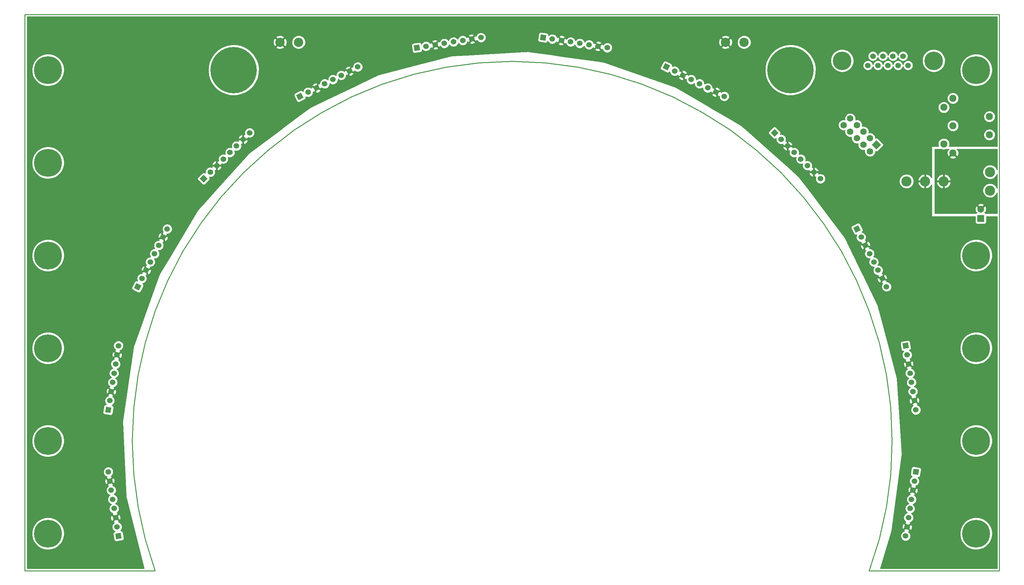
<source format=gbr>
G04 (created by PCBNEW-RS274X (2010-03-14)-final) date Fri 28 Jan 2011 02:53:33 PM PST*
G01*
G70*
G90*
%MOIN*%
G04 Gerber Fmt 3.4, Leading zero omitted, Abs format*
%FSLAX34Y34*%
G04 APERTURE LIST*
%ADD10C,0.006000*%
%ADD11C,0.009000*%
%ADD12C,0.070000*%
%ADD13C,0.060000*%
%ADD14C,0.200000*%
%ADD15C,0.076700*%
%ADD16C,0.073000*%
%ADD17R,0.073000X0.073000*%
%ADD18O,0.109500X0.109500*%
%ADD19C,0.109500*%
%ADD20C,0.300000*%
%ADD21C,0.500000*%
%ADD22C,0.100000*%
%ADD23C,0.010000*%
G04 APERTURE END LIST*
G54D10*
G54D11*
X110500Y-68000D02*
X96474Y-68000D01*
X05500Y-68000D02*
X19526Y-68000D01*
X96472Y-68002D02*
X97546Y-64596D01*
X98319Y-61109D01*
X98786Y-57568D01*
X98942Y-54000D01*
X98786Y-50432D01*
X98319Y-46891D01*
X97546Y-43404D01*
X96472Y-39998D01*
X95106Y-36698D01*
X93456Y-33529D01*
X91537Y-30517D01*
X89363Y-27683D01*
X86950Y-25050D01*
X84317Y-22637D01*
X81483Y-20463D01*
X78471Y-18544D01*
X75302Y-16894D01*
X72002Y-15528D01*
X68596Y-14454D01*
X65109Y-13681D01*
X61568Y-13214D01*
X58000Y-13058D01*
X54432Y-13214D01*
X50891Y-13681D01*
X47404Y-14454D01*
X43998Y-15528D01*
X40698Y-16894D01*
X37529Y-18544D01*
X34517Y-20463D01*
X31683Y-22637D01*
X29050Y-25050D01*
X26637Y-27683D01*
X24463Y-30517D01*
X22544Y-33529D01*
X20894Y-36698D01*
X19528Y-39998D01*
X18454Y-43404D01*
X17681Y-46891D01*
X17214Y-50432D01*
X17058Y-54000D01*
X17214Y-57568D01*
X17681Y-61109D01*
X18454Y-64596D01*
X19528Y-68002D01*
X110500Y-08000D02*
X110500Y-68000D01*
X05500Y-08000D02*
X110500Y-08000D01*
X05500Y-68000D02*
X05500Y-08000D01*
G54D10*
G36*
X97763Y-22061D02*
X97268Y-22556D01*
X96773Y-22061D01*
X97268Y-21566D01*
X97763Y-22061D01*
X97763Y-22061D01*
G37*
G54D12*
X96561Y-22768D03*
X96561Y-21354D03*
X95854Y-22061D03*
X95854Y-20646D03*
X95146Y-21354D03*
X95146Y-19939D03*
X94439Y-20646D03*
X94439Y-19232D03*
X93732Y-19939D03*
G54D13*
X100660Y-13500D03*
X99580Y-13500D03*
X98500Y-13500D03*
X97420Y-13500D03*
X96340Y-13500D03*
X100120Y-12500D03*
X99040Y-12500D03*
X97960Y-12500D03*
X96880Y-12500D03*
G54D14*
X103430Y-13000D03*
X93570Y-13000D03*
G54D15*
X105500Y-17048D03*
X105500Y-20000D03*
X105500Y-22952D03*
X104516Y-18032D03*
X104516Y-21968D03*
X109437Y-19016D03*
X109437Y-20984D03*
G54D16*
X108500Y-29000D03*
G54D17*
X108500Y-30000D03*
G54D18*
X104500Y-26000D03*
X102500Y-26000D03*
X100500Y-26000D03*
G54D19*
X109500Y-27000D03*
X109500Y-25000D03*
G54D20*
X108000Y-14000D03*
X108000Y-34000D03*
X108000Y-44000D03*
X108000Y-54000D03*
X108000Y-64000D03*
X08000Y-34000D03*
X08000Y-14000D03*
X08000Y-44000D03*
X08000Y-24000D03*
X08000Y-54000D03*
X08000Y-64000D03*
G54D21*
X88000Y-14000D03*
X28000Y-14000D03*
G54D22*
X33000Y-11000D03*
X35000Y-11000D03*
X81000Y-11000D03*
X83000Y-11000D03*
G54D10*
G36*
X15934Y-64510D02*
X15342Y-64604D01*
X15248Y-64012D01*
X15840Y-63918D01*
X15934Y-64510D01*
X15934Y-64510D01*
G37*
G54D13*
X15434Y-63273D03*
X15278Y-62286D03*
X15121Y-61298D03*
X14965Y-60310D03*
X14808Y-59322D03*
X14652Y-58335D03*
X14495Y-57347D03*
G54D10*
G36*
X14744Y-50996D02*
X14152Y-50902D01*
X14246Y-50310D01*
X14838Y-50404D01*
X14744Y-50996D01*
X14744Y-50996D01*
G37*
G54D13*
X14652Y-49665D03*
X14808Y-48678D03*
X14965Y-47690D03*
X15121Y-46702D03*
X15278Y-45714D03*
X15434Y-44727D03*
X15591Y-43739D03*
G54D10*
G36*
X17790Y-37777D02*
X17256Y-37505D01*
X17528Y-36971D01*
X18062Y-37243D01*
X17790Y-37777D01*
X17790Y-37777D01*
G37*
G54D13*
X18113Y-36483D03*
X18567Y-35592D03*
X19021Y-34701D03*
X19475Y-33809D03*
X19929Y-32918D03*
X20383Y-32027D03*
X20837Y-31136D03*
G54D10*
G36*
X24771Y-26145D02*
X24347Y-25721D01*
X24771Y-25297D01*
X25195Y-25721D01*
X24771Y-26145D01*
X24771Y-26145D01*
G37*
G54D13*
X25478Y-25014D03*
X26185Y-24307D03*
X26892Y-23600D03*
X27600Y-22892D03*
X28307Y-22185D03*
X29014Y-21478D03*
X29721Y-20771D03*
G54D10*
G36*
X35005Y-17240D02*
X34733Y-16706D01*
X35267Y-16434D01*
X35539Y-16968D01*
X35005Y-17240D01*
X35005Y-17240D01*
G37*
G54D13*
X36027Y-16383D03*
X36918Y-15929D03*
X37809Y-15475D03*
X38701Y-15021D03*
X39592Y-14567D03*
X40483Y-14113D03*
X41374Y-13659D03*
G54D10*
G36*
X47490Y-11934D02*
X47396Y-11342D01*
X47988Y-11248D01*
X48082Y-11840D01*
X47490Y-11934D01*
X47490Y-11934D01*
G37*
G54D13*
X48727Y-11434D03*
X49714Y-11278D03*
X50702Y-11121D03*
X51690Y-10965D03*
X52678Y-10808D03*
X53665Y-10652D03*
X54653Y-10495D03*
G54D10*
G36*
X61004Y-10744D02*
X61098Y-10152D01*
X61690Y-10246D01*
X61596Y-10838D01*
X61004Y-10744D01*
X61004Y-10744D01*
G37*
G54D13*
X62335Y-10652D03*
X63322Y-10808D03*
X64310Y-10965D03*
X65298Y-11121D03*
X66286Y-11278D03*
X67273Y-11434D03*
X68261Y-11591D03*
G54D10*
G36*
X74223Y-13790D02*
X74495Y-13256D01*
X75029Y-13528D01*
X74757Y-14062D01*
X74223Y-13790D01*
X74223Y-13790D01*
G37*
G54D13*
X75517Y-14113D03*
X76408Y-14567D03*
X77299Y-15021D03*
X78191Y-15475D03*
X79082Y-15929D03*
X79973Y-16383D03*
X80864Y-16837D03*
G54D10*
G36*
X85855Y-20771D02*
X86279Y-20347D01*
X86703Y-20771D01*
X86279Y-21195D01*
X85855Y-20771D01*
X85855Y-20771D01*
G37*
G54D13*
X86986Y-21478D03*
X87693Y-22185D03*
X88400Y-22892D03*
X89108Y-23600D03*
X89815Y-24307D03*
X90522Y-25014D03*
X91229Y-25721D03*
G54D10*
G36*
X94760Y-31005D02*
X95294Y-30733D01*
X95566Y-31267D01*
X95032Y-31539D01*
X94760Y-31005D01*
X94760Y-31005D01*
G37*
G54D13*
X95617Y-32027D03*
X96071Y-32918D03*
X96525Y-33809D03*
X96979Y-34701D03*
X97433Y-35592D03*
X97887Y-36483D03*
X98341Y-37374D03*
G54D10*
G36*
X100066Y-43490D02*
X100658Y-43396D01*
X100752Y-43988D01*
X100160Y-44082D01*
X100066Y-43490D01*
X100066Y-43490D01*
G37*
G54D13*
X100566Y-44727D03*
X100722Y-45714D03*
X100879Y-46702D03*
X101035Y-47690D03*
X101192Y-48678D03*
X101348Y-49665D03*
X101505Y-50653D03*
G54D10*
G36*
X101256Y-57004D02*
X101848Y-57098D01*
X101754Y-57690D01*
X101162Y-57596D01*
X101256Y-57004D01*
X101256Y-57004D01*
G37*
G54D13*
X101348Y-58335D03*
X101192Y-59322D03*
X101035Y-60310D03*
X100879Y-61298D03*
X100722Y-62286D03*
X100566Y-63273D03*
X100409Y-64261D03*
G54D23*
X103550Y-22550D02*
X104267Y-22550D01*
X104766Y-22550D02*
X105075Y-22550D01*
X105925Y-22550D02*
X110255Y-22550D01*
X103550Y-22630D02*
X104957Y-22630D01*
X106045Y-22630D02*
X110255Y-22630D01*
X103550Y-22710D02*
X104918Y-22710D01*
X106084Y-22710D02*
X110255Y-22710D01*
X103550Y-22790D02*
X104891Y-22790D01*
X106112Y-22790D02*
X110255Y-22790D01*
X103550Y-22870D02*
X104873Y-22870D01*
X106126Y-22870D02*
X110255Y-22870D01*
X103550Y-22950D02*
X104868Y-22950D01*
X105431Y-22950D02*
X105569Y-22950D01*
X106132Y-22950D02*
X110255Y-22950D01*
X103550Y-23030D02*
X104873Y-23030D01*
X105351Y-23030D02*
X105493Y-23030D01*
X105507Y-23030D02*
X105649Y-23030D01*
X106127Y-23030D02*
X110255Y-23030D01*
X103550Y-23110D02*
X104886Y-23110D01*
X105271Y-23110D02*
X105413Y-23110D01*
X105587Y-23110D02*
X105729Y-23110D01*
X106110Y-23110D02*
X110255Y-23110D01*
X103550Y-23190D02*
X104914Y-23190D01*
X105191Y-23190D02*
X105333Y-23190D01*
X105667Y-23190D02*
X105809Y-23190D01*
X106084Y-23190D02*
X110255Y-23190D01*
X103550Y-23270D02*
X104953Y-23270D01*
X105111Y-23270D02*
X105253Y-23270D01*
X105747Y-23270D02*
X105889Y-23270D01*
X106045Y-23270D02*
X110255Y-23270D01*
X103550Y-23350D02*
X105173Y-23350D01*
X105827Y-23350D02*
X110255Y-23350D01*
X103550Y-23430D02*
X105148Y-23430D01*
X105851Y-23430D02*
X110255Y-23430D01*
X103550Y-23510D02*
X105207Y-23510D01*
X105797Y-23510D02*
X110255Y-23510D01*
X103550Y-23590D02*
X110255Y-23590D01*
X103550Y-23670D02*
X110255Y-23670D01*
X103550Y-23750D02*
X110255Y-23750D01*
X103550Y-23830D02*
X110255Y-23830D01*
X103550Y-23910D02*
X110255Y-23910D01*
X103550Y-23990D02*
X110255Y-23990D01*
X103550Y-24070D02*
X110255Y-24070D01*
X103550Y-24150D02*
X110255Y-24150D01*
X103550Y-24230D02*
X109290Y-24230D01*
X109708Y-24230D02*
X110255Y-24230D01*
X103550Y-24310D02*
X109101Y-24310D01*
X109901Y-24310D02*
X110255Y-24310D01*
X103550Y-24390D02*
X108986Y-24390D01*
X110016Y-24390D02*
X110255Y-24390D01*
X103550Y-24470D02*
X108904Y-24470D01*
X110096Y-24470D02*
X110255Y-24470D01*
X103550Y-24550D02*
X108844Y-24550D01*
X110157Y-24550D02*
X110255Y-24550D01*
X103550Y-24630D02*
X108793Y-24630D01*
X110209Y-24630D02*
X110255Y-24630D01*
X103550Y-24710D02*
X108759Y-24710D01*
X110242Y-24710D02*
X110255Y-24710D01*
X103550Y-24790D02*
X108732Y-24790D01*
X103550Y-24870D02*
X108714Y-24870D01*
X103550Y-24950D02*
X108705Y-24950D01*
X103550Y-25030D02*
X108704Y-25030D01*
X103550Y-25110D02*
X108710Y-25110D01*
X103550Y-25190D02*
X108725Y-25190D01*
X103550Y-25270D02*
X104179Y-25270D01*
X104450Y-25270D02*
X104550Y-25270D01*
X104822Y-25270D02*
X108750Y-25270D01*
X110250Y-25270D02*
X110255Y-25270D01*
X103550Y-25350D02*
X104039Y-25350D01*
X104450Y-25350D02*
X104550Y-25350D01*
X104962Y-25350D02*
X108782Y-25350D01*
X110215Y-25350D02*
X110255Y-25350D01*
X103550Y-25430D02*
X103941Y-25430D01*
X104450Y-25430D02*
X104550Y-25430D01*
X105061Y-25430D02*
X108830Y-25430D01*
X110170Y-25430D02*
X110255Y-25430D01*
X103550Y-25510D02*
X103873Y-25510D01*
X104450Y-25510D02*
X104550Y-25510D01*
X105128Y-25510D02*
X108885Y-25510D01*
X110114Y-25510D02*
X110255Y-25510D01*
X103550Y-25590D02*
X103819Y-25590D01*
X104450Y-25590D02*
X104550Y-25590D01*
X105182Y-25590D02*
X108963Y-25590D01*
X110034Y-25590D02*
X110255Y-25590D01*
X103550Y-25670D02*
X103774Y-25670D01*
X104450Y-25670D02*
X104550Y-25670D01*
X105227Y-25670D02*
X109069Y-25670D01*
X109929Y-25670D02*
X110255Y-25670D01*
X103550Y-25750D02*
X103746Y-25750D01*
X104450Y-25750D02*
X104550Y-25750D01*
X105255Y-25750D02*
X109228Y-25750D01*
X109767Y-25750D02*
X110255Y-25750D01*
X103550Y-25830D02*
X103721Y-25830D01*
X104450Y-25830D02*
X104550Y-25830D01*
X105278Y-25830D02*
X110255Y-25830D01*
X103550Y-25910D02*
X103749Y-25910D01*
X104450Y-25910D02*
X104550Y-25910D01*
X105250Y-25910D02*
X110255Y-25910D01*
X103550Y-25990D02*
X110255Y-25990D01*
X103550Y-26070D02*
X103757Y-26070D01*
X104450Y-26070D02*
X104550Y-26070D01*
X105244Y-26070D02*
X110255Y-26070D01*
X103550Y-26150D02*
X103729Y-26150D01*
X104450Y-26150D02*
X104550Y-26150D01*
X105272Y-26150D02*
X110255Y-26150D01*
X103550Y-26230D02*
X103738Y-26230D01*
X104450Y-26230D02*
X104550Y-26230D01*
X105261Y-26230D02*
X109290Y-26230D01*
X109708Y-26230D02*
X110255Y-26230D01*
X103550Y-26310D02*
X103765Y-26310D01*
X104450Y-26310D02*
X104550Y-26310D01*
X105234Y-26310D02*
X109101Y-26310D01*
X109901Y-26310D02*
X110255Y-26310D01*
X103550Y-26390D02*
X103807Y-26390D01*
X104450Y-26390D02*
X104550Y-26390D01*
X105193Y-26390D02*
X108986Y-26390D01*
X110016Y-26390D02*
X110255Y-26390D01*
X103550Y-26470D02*
X103855Y-26470D01*
X104450Y-26470D02*
X104550Y-26470D01*
X105144Y-26470D02*
X108904Y-26470D01*
X110096Y-26470D02*
X110255Y-26470D01*
X103550Y-26550D02*
X103923Y-26550D01*
X104450Y-26550D02*
X104550Y-26550D01*
X105076Y-26550D02*
X108844Y-26550D01*
X110157Y-26550D02*
X110255Y-26550D01*
X103550Y-26630D02*
X104013Y-26630D01*
X104450Y-26630D02*
X104550Y-26630D01*
X104986Y-26630D02*
X108793Y-26630D01*
X110209Y-26630D02*
X110255Y-26630D01*
X103550Y-26710D02*
X104139Y-26710D01*
X104450Y-26710D02*
X104550Y-26710D01*
X104860Y-26710D02*
X108759Y-26710D01*
X110242Y-26710D02*
X110255Y-26710D01*
X103550Y-26790D02*
X108732Y-26790D01*
X103550Y-26870D02*
X108714Y-26870D01*
X103550Y-26950D02*
X108705Y-26950D01*
X103550Y-27030D02*
X108704Y-27030D01*
X103550Y-27110D02*
X108710Y-27110D01*
X103550Y-27190D02*
X108725Y-27190D01*
X103550Y-27270D02*
X108750Y-27270D01*
X110250Y-27270D02*
X110255Y-27270D01*
X103550Y-27350D02*
X108782Y-27350D01*
X110215Y-27350D02*
X110255Y-27350D01*
X103550Y-27430D02*
X108830Y-27430D01*
X110170Y-27430D02*
X110255Y-27430D01*
X103550Y-27510D02*
X108885Y-27510D01*
X110114Y-27510D02*
X110255Y-27510D01*
X103550Y-27590D02*
X108963Y-27590D01*
X110034Y-27590D02*
X110255Y-27590D01*
X103550Y-27670D02*
X109069Y-27670D01*
X109929Y-27670D02*
X110255Y-27670D01*
X103550Y-27750D02*
X109228Y-27750D01*
X109767Y-27750D02*
X110255Y-27750D01*
X103550Y-27830D02*
X110255Y-27830D01*
X103550Y-27910D02*
X110255Y-27910D01*
X103550Y-27990D02*
X110255Y-27990D01*
X103550Y-28070D02*
X110255Y-28070D01*
X103550Y-28150D02*
X110255Y-28150D01*
X103550Y-28230D02*
X110255Y-28230D01*
X103550Y-28310D02*
X110255Y-28310D01*
X103550Y-28390D02*
X108462Y-28390D01*
X108516Y-28390D02*
X110255Y-28390D01*
X103550Y-28470D02*
X108191Y-28470D01*
X108810Y-28470D02*
X110255Y-28470D01*
X103550Y-28550D02*
X108155Y-28550D01*
X108846Y-28550D02*
X110255Y-28550D01*
X103550Y-28630D02*
X108200Y-28630D01*
X108799Y-28630D02*
X110255Y-28630D01*
X103550Y-28710D02*
X107961Y-28710D01*
X108140Y-28710D02*
X108280Y-28710D01*
X108719Y-28710D02*
X108861Y-28710D01*
X109040Y-28710D02*
X110255Y-28710D01*
X103550Y-28790D02*
X107924Y-28790D01*
X108220Y-28790D02*
X108360Y-28790D01*
X108639Y-28790D02*
X108781Y-28790D01*
X109072Y-28790D02*
X110255Y-28790D01*
X103550Y-28870D02*
X107904Y-28870D01*
X108300Y-28870D02*
X108440Y-28870D01*
X108559Y-28870D02*
X108701Y-28870D01*
X109098Y-28870D02*
X110255Y-28870D01*
X103550Y-28950D02*
X107892Y-28950D01*
X108380Y-28950D02*
X108621Y-28950D01*
X109109Y-28950D02*
X110255Y-28950D01*
X103550Y-29030D02*
X107888Y-29030D01*
X108459Y-29030D02*
X108541Y-29030D01*
X109109Y-29030D02*
X110255Y-29030D01*
X103550Y-29110D02*
X107899Y-29110D01*
X109102Y-29110D02*
X110255Y-29110D01*
X103550Y-29190D02*
X107920Y-29190D01*
X109081Y-29190D02*
X110255Y-29190D01*
X103550Y-29270D02*
X107951Y-29270D01*
X109048Y-29270D02*
X110255Y-29270D01*
X103550Y-29350D02*
X108065Y-29350D01*
X108933Y-29350D02*
X110255Y-29350D01*
X103550Y-29430D02*
X107993Y-29430D01*
X109008Y-29430D02*
X110255Y-29430D01*
X110255Y-29450D02*
X110255Y-27261D01*
X110195Y-27395D01*
X110105Y-27523D01*
X109992Y-27630D01*
X109861Y-27714D01*
X109715Y-27770D01*
X109561Y-27797D01*
X109405Y-27794D01*
X109253Y-27761D01*
X109110Y-27698D01*
X108982Y-27609D01*
X108873Y-27497D01*
X108789Y-27366D01*
X108731Y-27220D01*
X108703Y-27067D01*
X108705Y-26911D01*
X108738Y-26758D01*
X108799Y-26615D01*
X108887Y-26486D01*
X108999Y-26377D01*
X109129Y-26291D01*
X109274Y-26233D01*
X109428Y-26203D01*
X109584Y-26205D01*
X109737Y-26236D01*
X109880Y-26296D01*
X110010Y-26384D01*
X110120Y-26495D01*
X110206Y-26625D01*
X110255Y-26742D01*
X110255Y-25261D01*
X110195Y-25395D01*
X110105Y-25523D01*
X109992Y-25630D01*
X109861Y-25714D01*
X109715Y-25770D01*
X109561Y-25797D01*
X109405Y-25794D01*
X109253Y-25761D01*
X109110Y-25698D01*
X108982Y-25609D01*
X108873Y-25497D01*
X108789Y-25366D01*
X108731Y-25220D01*
X108703Y-25067D01*
X108705Y-24911D01*
X108738Y-24758D01*
X108799Y-24615D01*
X108887Y-24486D01*
X108999Y-24377D01*
X109129Y-24291D01*
X109274Y-24233D01*
X109428Y-24203D01*
X109584Y-24205D01*
X109737Y-24236D01*
X109880Y-24296D01*
X110010Y-24384D01*
X110120Y-24495D01*
X110206Y-24625D01*
X110255Y-24742D01*
X110255Y-22550D01*
X105925Y-22550D01*
X105949Y-22574D01*
X105937Y-22586D01*
X106040Y-22622D01*
X106076Y-22688D01*
X106117Y-22805D01*
X106134Y-22928D01*
X106126Y-23052D01*
X106094Y-23171D01*
X106040Y-23282D01*
X105937Y-23318D01*
X105571Y-22952D01*
X105500Y-22881D01*
X105429Y-22952D01*
X105063Y-23318D01*
X104960Y-23282D01*
X104924Y-23216D01*
X104883Y-23099D01*
X104866Y-22976D01*
X104874Y-22852D01*
X104906Y-22733D01*
X104960Y-22622D01*
X105063Y-22586D01*
X105051Y-22574D01*
X105075Y-22550D01*
X104766Y-22550D01*
X104687Y-22581D01*
X104565Y-22602D01*
X104441Y-22600D01*
X104319Y-22573D01*
X104267Y-22550D01*
X103550Y-22550D01*
X103550Y-29450D01*
X104326Y-29450D01*
X104326Y-26777D01*
X104208Y-26745D01*
X104069Y-26674D01*
X103946Y-26577D01*
X103845Y-26458D01*
X103769Y-26322D01*
X103720Y-26174D01*
X103764Y-26050D01*
X103764Y-25950D01*
X103720Y-25826D01*
X103769Y-25678D01*
X103845Y-25542D01*
X103946Y-25423D01*
X104069Y-25326D01*
X104208Y-25255D01*
X104326Y-25223D01*
X104450Y-25267D01*
X104450Y-25950D01*
X103764Y-25950D01*
X103764Y-26050D01*
X104450Y-26050D01*
X104450Y-26733D01*
X104326Y-26777D01*
X104326Y-29450D01*
X104674Y-29450D01*
X104674Y-26777D01*
X104550Y-26733D01*
X104550Y-26050D01*
X104550Y-25950D01*
X104550Y-25267D01*
X104674Y-25223D01*
X104792Y-25255D01*
X104931Y-25326D01*
X105054Y-25423D01*
X105063Y-25433D01*
X105155Y-25542D01*
X105231Y-25678D01*
X105280Y-25826D01*
X105236Y-25950D01*
X104550Y-25950D01*
X104550Y-26050D01*
X105236Y-26050D01*
X105280Y-26174D01*
X105231Y-26322D01*
X105155Y-26458D01*
X105054Y-26577D01*
X104931Y-26674D01*
X104792Y-26745D01*
X104674Y-26777D01*
X104674Y-29450D01*
X105524Y-29450D01*
X105524Y-23586D01*
X105400Y-23578D01*
X105281Y-23546D01*
X105170Y-23492D01*
X105134Y-23389D01*
X105500Y-23023D01*
X105866Y-23389D01*
X105830Y-23492D01*
X105764Y-23528D01*
X105647Y-23569D01*
X105524Y-23586D01*
X105524Y-29450D01*
X105937Y-29450D01*
X107967Y-29450D01*
X107977Y-29440D01*
X108018Y-29413D01*
X108063Y-29394D01*
X108076Y-29391D01*
X108087Y-29389D01*
X108076Y-29378D01*
X108064Y-29366D01*
X108075Y-29353D01*
X107975Y-29320D01*
X107944Y-29255D01*
X107904Y-29142D01*
X107888Y-29024D01*
X107894Y-28905D01*
X107924Y-28789D01*
X107975Y-28680D01*
X108076Y-28646D01*
X108429Y-29000D01*
X108500Y-29071D01*
X108500Y-28929D01*
X108146Y-28576D01*
X108180Y-28475D01*
X108245Y-28444D01*
X108358Y-28404D01*
X108476Y-28388D01*
X108595Y-28394D01*
X108711Y-28424D01*
X108820Y-28475D01*
X108854Y-28576D01*
X108500Y-28929D01*
X108500Y-29071D01*
X108571Y-29000D01*
X108924Y-28646D01*
X109025Y-28680D01*
X109056Y-28745D01*
X109096Y-28858D01*
X109112Y-28976D01*
X109106Y-29095D01*
X109076Y-29211D01*
X109025Y-29320D01*
X108924Y-29353D01*
X108936Y-29366D01*
X108924Y-29378D01*
X108913Y-29388D01*
X108924Y-29391D01*
X108940Y-29395D01*
X108985Y-29414D01*
X109025Y-29442D01*
X109033Y-29450D01*
X110255Y-29450D01*
X05745Y-08245D02*
X110255Y-08245D01*
X05745Y-08325D02*
X110255Y-08325D01*
X05745Y-08405D02*
X110255Y-08405D01*
X05745Y-08485D02*
X110255Y-08485D01*
X05745Y-08565D02*
X110255Y-08565D01*
X05745Y-08645D02*
X110255Y-08645D01*
X05745Y-08725D02*
X110255Y-08725D01*
X05745Y-08805D02*
X110255Y-08805D01*
X05745Y-08885D02*
X110255Y-08885D01*
X05745Y-08965D02*
X110255Y-08965D01*
X05745Y-09045D02*
X110255Y-09045D01*
X05745Y-09125D02*
X110255Y-09125D01*
X05745Y-09205D02*
X110255Y-09205D01*
X05745Y-09285D02*
X110255Y-09285D01*
X05745Y-09365D02*
X110255Y-09365D01*
X05745Y-09445D02*
X110255Y-09445D01*
X05745Y-09525D02*
X110255Y-09525D01*
X05745Y-09605D02*
X110255Y-09605D01*
X05745Y-09685D02*
X110255Y-09685D01*
X05745Y-09765D02*
X110255Y-09765D01*
X05745Y-09845D02*
X110255Y-09845D01*
X05745Y-09925D02*
X60993Y-09925D01*
X61265Y-09925D02*
X110255Y-09925D01*
X05745Y-10005D02*
X54400Y-10005D01*
X54904Y-10005D02*
X60895Y-10005D01*
X61762Y-10005D02*
X110255Y-10005D01*
X05745Y-10085D02*
X54287Y-10085D01*
X55020Y-10085D02*
X60856Y-10085D01*
X61882Y-10085D02*
X110255Y-10085D01*
X05745Y-10165D02*
X53416Y-10165D01*
X53879Y-10165D02*
X54214Y-10165D01*
X55093Y-10165D02*
X60843Y-10165D01*
X61929Y-10165D02*
X62076Y-10165D01*
X62593Y-10165D02*
X110255Y-10165D01*
X05745Y-10245D02*
X53313Y-10245D01*
X53899Y-10245D02*
X54164Y-10245D01*
X55144Y-10245D02*
X60830Y-10245D01*
X61941Y-10245D02*
X61966Y-10245D01*
X62705Y-10245D02*
X110255Y-10245D01*
X05745Y-10325D02*
X32677Y-10325D01*
X33319Y-10325D02*
X34672Y-10325D01*
X35328Y-10325D02*
X52413Y-10325D01*
X52943Y-10325D02*
X53303Y-10325D01*
X53840Y-10325D02*
X53965Y-10325D01*
X54106Y-10325D02*
X54129Y-10325D01*
X55177Y-10325D02*
X60817Y-10325D01*
X62777Y-10325D02*
X63107Y-10325D01*
X63583Y-10325D02*
X80677Y-10325D01*
X81319Y-10325D02*
X82672Y-10325D01*
X83328Y-10325D02*
X110255Y-10325D01*
X05745Y-10405D02*
X32583Y-10405D01*
X33418Y-10405D02*
X34542Y-10405D01*
X35458Y-10405D02*
X52305Y-10405D01*
X53052Y-10405D02*
X53410Y-10405D01*
X53782Y-10405D02*
X53907Y-10405D01*
X55195Y-10405D02*
X60805Y-10405D01*
X62827Y-10405D02*
X63090Y-10405D01*
X63676Y-10405D02*
X80583Y-10405D01*
X81418Y-10405D02*
X82542Y-10405D01*
X83458Y-10405D02*
X110255Y-10405D01*
X05745Y-10485D02*
X32555Y-10485D01*
X33444Y-10485D02*
X34456Y-10485D01*
X35544Y-10485D02*
X51421Y-10485D01*
X51960Y-10485D02*
X52234Y-10485D01*
X53123Y-10485D02*
X53144Y-10485D01*
X53351Y-10485D02*
X53520Y-10485D01*
X53724Y-10485D02*
X53849Y-10485D01*
X55201Y-10485D02*
X60792Y-10485D01*
X62861Y-10485D02*
X62880Y-10485D01*
X63026Y-10485D02*
X63149Y-10485D01*
X63680Y-10485D02*
X64041Y-10485D01*
X64580Y-10485D02*
X80555Y-10485D01*
X81444Y-10485D02*
X82456Y-10485D01*
X83544Y-10485D02*
X110255Y-10485D01*
X05745Y-10565D02*
X32446Y-10565D01*
X32495Y-10565D02*
X32635Y-10565D01*
X33364Y-10565D02*
X33506Y-10565D01*
X33555Y-10565D02*
X34391Y-10565D01*
X35610Y-10565D02*
X51314Y-10565D01*
X52067Y-10565D02*
X52186Y-10565D01*
X53461Y-10565D02*
X53630Y-10565D01*
X53666Y-10565D02*
X53791Y-10565D01*
X55199Y-10565D02*
X60779Y-10565D01*
X63084Y-10565D02*
X63207Y-10565D01*
X63570Y-10565D02*
X63742Y-10565D01*
X63749Y-10565D02*
X63934Y-10565D01*
X64687Y-10565D02*
X80446Y-10565D01*
X80495Y-10565D02*
X80635Y-10565D01*
X81364Y-10565D02*
X81506Y-10565D01*
X81555Y-10565D02*
X82391Y-10565D01*
X83610Y-10565D02*
X110255Y-10565D01*
X05745Y-10645D02*
X32344Y-10645D01*
X32575Y-10645D02*
X32715Y-10645D01*
X33284Y-10645D02*
X33426Y-10645D01*
X33659Y-10645D02*
X34338Y-10645D01*
X35664Y-10645D02*
X50427Y-10645D01*
X50978Y-10645D02*
X51244Y-10645D01*
X52137Y-10645D02*
X52151Y-10645D01*
X53571Y-10645D02*
X53740Y-10645D01*
X55182Y-10645D02*
X60767Y-10645D01*
X63142Y-10645D02*
X63265Y-10645D01*
X63460Y-10645D02*
X63632Y-10645D01*
X63847Y-10645D02*
X63864Y-10645D01*
X64757Y-10645D02*
X65023Y-10645D01*
X65574Y-10645D02*
X80344Y-10645D01*
X80575Y-10645D02*
X80715Y-10645D01*
X81284Y-10645D02*
X81426Y-10645D01*
X81659Y-10645D02*
X82338Y-10645D01*
X83664Y-10645D02*
X110255Y-10645D01*
X05745Y-10725D02*
X32304Y-10725D01*
X32655Y-10725D02*
X32795Y-10725D01*
X33204Y-10725D02*
X33346Y-10725D01*
X33696Y-10725D02*
X34304Y-10725D01*
X35698Y-10725D02*
X50322Y-10725D01*
X51083Y-10725D02*
X51196Y-10725D01*
X53549Y-10725D02*
X53674Y-10725D01*
X53681Y-10725D02*
X53850Y-10725D01*
X55151Y-10725D02*
X60754Y-10725D01*
X63200Y-10725D02*
X63323Y-10725D01*
X63350Y-10725D02*
X63522Y-10725D01*
X64805Y-10725D02*
X64918Y-10725D01*
X65679Y-10725D02*
X80304Y-10725D01*
X80655Y-10725D02*
X80795Y-10725D01*
X81204Y-10725D02*
X81346Y-10725D01*
X81696Y-10725D02*
X82304Y-10725D01*
X83698Y-10725D02*
X110255Y-10725D01*
X05745Y-10805D02*
X32280Y-10805D01*
X32735Y-10805D02*
X32875Y-10805D01*
X33124Y-10805D02*
X33266Y-10805D01*
X33722Y-10805D02*
X34276Y-10805D01*
X35726Y-10805D02*
X49440Y-10805D01*
X49935Y-10805D02*
X50254Y-10805D01*
X51151Y-10805D02*
X51163Y-10805D01*
X53491Y-10805D02*
X53616Y-10805D01*
X53791Y-10805D02*
X53960Y-10805D01*
X54188Y-10805D02*
X54199Y-10805D01*
X55106Y-10805D02*
X60760Y-10805D01*
X63241Y-10805D02*
X63412Y-10805D01*
X64838Y-10805D02*
X64849Y-10805D01*
X65747Y-10805D02*
X66006Y-10805D01*
X66566Y-10805D02*
X80280Y-10805D01*
X80735Y-10805D02*
X80875Y-10805D01*
X81124Y-10805D02*
X81266Y-10805D01*
X81722Y-10805D02*
X82276Y-10805D01*
X83726Y-10805D02*
X110255Y-10805D01*
X05745Y-10885D02*
X32261Y-10885D01*
X32815Y-10885D02*
X32955Y-10885D01*
X33044Y-10885D02*
X33186Y-10885D01*
X33738Y-10885D02*
X34259Y-10885D01*
X35741Y-10885D02*
X48677Y-10885D01*
X48784Y-10885D02*
X49360Y-10885D01*
X49937Y-10885D02*
X50206Y-10885D01*
X53433Y-10885D02*
X53558Y-10885D01*
X53901Y-10885D02*
X54070Y-10885D01*
X54112Y-10885D02*
X54266Y-10885D01*
X55039Y-10885D02*
X60797Y-10885D01*
X63131Y-10885D02*
X63302Y-10885D01*
X63317Y-10885D02*
X63440Y-10885D01*
X65795Y-10885D02*
X65903Y-10885D01*
X66670Y-10885D02*
X80261Y-10885D01*
X80815Y-10885D02*
X80955Y-10885D01*
X81044Y-10885D02*
X81186Y-10885D01*
X81738Y-10885D02*
X82259Y-10885D01*
X83741Y-10885D02*
X110255Y-10885D01*
X05745Y-10965D02*
X32254Y-10965D01*
X32895Y-10965D02*
X33106Y-10965D01*
X33748Y-10965D02*
X34252Y-10965D01*
X35748Y-10965D02*
X48441Y-10965D01*
X49013Y-10965D02*
X49368Y-10965D01*
X49879Y-10965D02*
X50004Y-10965D01*
X50165Y-10965D02*
X50174Y-10965D01*
X53205Y-10965D02*
X53214Y-10965D01*
X53375Y-10965D02*
X53500Y-10965D01*
X54011Y-10965D02*
X54366Y-10965D01*
X54937Y-10965D02*
X60884Y-10965D01*
X61812Y-10965D02*
X61883Y-10965D01*
X62785Y-10965D02*
X62795Y-10965D01*
X63021Y-10965D02*
X63192Y-10965D01*
X63375Y-10965D02*
X63498Y-10965D01*
X65827Y-10965D02*
X65835Y-10965D01*
X66737Y-10965D02*
X67051Y-10965D01*
X67556Y-10965D02*
X80254Y-10965D01*
X80895Y-10965D02*
X81106Y-10965D01*
X81748Y-10965D02*
X82252Y-10965D01*
X83748Y-10965D02*
X110255Y-10965D01*
X05745Y-11045D02*
X32253Y-11045D01*
X32884Y-11045D02*
X33115Y-11045D01*
X33745Y-11045D02*
X34251Y-11045D01*
X35747Y-11045D02*
X47669Y-11045D01*
X48134Y-11045D02*
X48340Y-11045D01*
X49115Y-11045D02*
X49267Y-11045D01*
X49309Y-11045D02*
X49478Y-11045D01*
X49821Y-11045D02*
X49946Y-11045D01*
X53173Y-11045D02*
X53442Y-11045D01*
X54019Y-11045D02*
X61302Y-11045D01*
X61736Y-11045D02*
X61951Y-11045D01*
X62718Y-11045D02*
X62883Y-11045D01*
X62911Y-11045D02*
X63082Y-11045D01*
X63433Y-11045D02*
X63556Y-11045D01*
X66784Y-11045D02*
X67052Y-11045D01*
X67629Y-11045D02*
X68196Y-11045D01*
X68333Y-11045D02*
X80253Y-11045D01*
X80884Y-11045D02*
X81115Y-11045D01*
X81745Y-11045D02*
X82251Y-11045D01*
X83747Y-11045D02*
X110255Y-11045D01*
X05745Y-11125D02*
X32263Y-11125D01*
X32804Y-11125D02*
X32946Y-11125D01*
X33055Y-11125D02*
X33195Y-11125D01*
X33739Y-11125D02*
X34261Y-11125D01*
X35740Y-11125D02*
X47271Y-11125D01*
X48207Y-11125D02*
X48274Y-11125D01*
X49181Y-11125D02*
X49189Y-11125D01*
X49419Y-11125D02*
X49588Y-11125D01*
X49763Y-11125D02*
X49888Y-11125D01*
X52217Y-11125D02*
X52229Y-11125D01*
X53126Y-11125D02*
X53444Y-11125D01*
X53939Y-11125D02*
X62053Y-11125D01*
X62614Y-11125D02*
X62972Y-11125D01*
X63491Y-11125D02*
X63614Y-11125D01*
X63766Y-11125D02*
X63783Y-11125D01*
X66815Y-11125D02*
X66821Y-11125D01*
X66987Y-11125D02*
X67110Y-11125D01*
X67612Y-11125D02*
X67970Y-11125D01*
X68552Y-11125D02*
X80263Y-11125D01*
X80804Y-11125D02*
X80946Y-11125D01*
X81055Y-11125D02*
X81195Y-11125D01*
X81739Y-11125D02*
X82261Y-11125D01*
X83740Y-11125D02*
X110255Y-11125D01*
X05745Y-11205D02*
X32281Y-11205D01*
X32724Y-11205D02*
X32866Y-11205D01*
X33135Y-11205D02*
X33275Y-11205D01*
X33717Y-11205D02*
X34275Y-11205D01*
X35721Y-11205D02*
X47187Y-11205D01*
X49529Y-11205D02*
X49698Y-11205D01*
X49705Y-11205D02*
X49830Y-11205D01*
X52184Y-11205D02*
X52298Y-11205D01*
X53057Y-11205D02*
X62967Y-11205D01*
X63549Y-11205D02*
X63814Y-11205D01*
X67045Y-11205D02*
X67168Y-11205D01*
X67502Y-11205D02*
X67673Y-11205D01*
X67729Y-11205D02*
X67871Y-11205D01*
X68652Y-11205D02*
X80281Y-11205D01*
X80724Y-11205D02*
X80866Y-11205D01*
X81135Y-11205D02*
X81275Y-11205D01*
X81717Y-11205D02*
X82275Y-11205D01*
X83721Y-11205D02*
X110255Y-11205D01*
X05745Y-11285D02*
X27555Y-11285D01*
X28450Y-11285D02*
X32308Y-11285D01*
X32644Y-11285D02*
X32786Y-11285D01*
X33215Y-11285D02*
X33355Y-11285D01*
X33691Y-11285D02*
X34306Y-11285D01*
X35692Y-11285D02*
X47153Y-11285D01*
X49639Y-11285D02*
X49808Y-11285D01*
X51227Y-11285D02*
X51242Y-11285D01*
X52136Y-11285D02*
X52401Y-11285D01*
X52950Y-11285D02*
X63051Y-11285D01*
X63540Y-11285D02*
X63863Y-11285D01*
X64755Y-11285D02*
X64772Y-11285D01*
X67103Y-11285D02*
X67226Y-11285D01*
X67392Y-11285D02*
X67563Y-11285D01*
X67802Y-11285D02*
X67805Y-11285D01*
X68717Y-11285D02*
X80308Y-11285D01*
X80644Y-11285D02*
X80786Y-11285D01*
X81215Y-11285D02*
X81355Y-11285D01*
X81691Y-11285D02*
X82306Y-11285D01*
X83692Y-11285D02*
X87555Y-11285D01*
X88450Y-11285D02*
X110255Y-11285D01*
X05745Y-11365D02*
X27180Y-11365D01*
X28829Y-11365D02*
X32347Y-11365D01*
X32564Y-11365D02*
X32706Y-11365D01*
X33295Y-11365D02*
X33435Y-11365D01*
X33651Y-11365D02*
X34343Y-11365D01*
X35657Y-11365D02*
X47146Y-11365D01*
X49588Y-11365D02*
X49713Y-11365D01*
X49749Y-11365D02*
X49918Y-11365D01*
X51194Y-11365D02*
X51313Y-11365D01*
X52066Y-11365D02*
X63933Y-11365D01*
X64686Y-11365D02*
X64803Y-11365D01*
X67161Y-11365D02*
X67453Y-11365D01*
X68762Y-11365D02*
X80347Y-11365D01*
X80564Y-11365D02*
X80706Y-11365D01*
X81295Y-11365D02*
X81435Y-11365D01*
X81651Y-11365D02*
X82343Y-11365D01*
X83657Y-11365D02*
X87180Y-11365D01*
X88829Y-11365D02*
X110255Y-11365D01*
X05745Y-11445D02*
X26982Y-11445D01*
X29020Y-11445D02*
X32468Y-11445D01*
X32484Y-11445D02*
X32626Y-11445D01*
X33375Y-11445D02*
X33515Y-11445D01*
X33531Y-11445D02*
X34395Y-11445D01*
X35602Y-11445D02*
X47158Y-11445D01*
X49530Y-11445D02*
X49655Y-11445D01*
X49859Y-11445D02*
X50028Y-11445D01*
X50234Y-11445D02*
X50257Y-11445D01*
X51145Y-11445D02*
X51418Y-11445D01*
X51958Y-11445D02*
X64038Y-11445D01*
X64578Y-11445D02*
X64853Y-11445D01*
X65741Y-11445D02*
X65761Y-11445D01*
X67172Y-11445D02*
X67343Y-11445D01*
X68792Y-11445D02*
X80468Y-11445D01*
X80484Y-11445D02*
X80626Y-11445D01*
X81375Y-11445D02*
X81515Y-11445D01*
X81531Y-11445D02*
X82395Y-11445D01*
X83602Y-11445D02*
X86982Y-11445D01*
X89020Y-11445D02*
X110255Y-11445D01*
X05745Y-11525D02*
X26784Y-11525D01*
X29210Y-11525D02*
X32552Y-11525D01*
X33447Y-11525D02*
X34465Y-11525D01*
X35534Y-11525D02*
X47171Y-11525D01*
X49472Y-11525D02*
X49597Y-11525D01*
X49969Y-11525D02*
X50329Y-11525D01*
X51074Y-11525D02*
X64925Y-11525D01*
X65670Y-11525D02*
X65793Y-11525D01*
X67062Y-11525D02*
X67234Y-11525D01*
X67278Y-11525D02*
X67401Y-11525D01*
X68808Y-11525D02*
X80552Y-11525D01*
X81447Y-11525D02*
X82465Y-11525D01*
X83534Y-11525D02*
X86784Y-11525D01*
X89210Y-11525D02*
X110255Y-11525D01*
X05745Y-11605D02*
X26637Y-11605D01*
X29368Y-11605D02*
X32587Y-11605D01*
X33412Y-11605D02*
X34557Y-11605D01*
X35444Y-11605D02*
X47184Y-11605D01*
X49251Y-11605D02*
X49273Y-11605D01*
X49414Y-11605D02*
X49539Y-11605D01*
X50076Y-11605D02*
X50437Y-11605D01*
X50963Y-11605D02*
X65033Y-11605D01*
X65559Y-11605D02*
X65843Y-11605D01*
X66726Y-11605D02*
X66751Y-11605D01*
X66952Y-11605D02*
X67124Y-11605D01*
X67336Y-11605D02*
X67459Y-11605D01*
X68808Y-11605D02*
X80587Y-11605D01*
X81412Y-11605D02*
X82557Y-11605D01*
X83444Y-11605D02*
X86637Y-11605D01*
X89368Y-11605D02*
X110255Y-11605D01*
X05745Y-11685D02*
X26515Y-11685D01*
X29486Y-11685D02*
X32701Y-11685D01*
X33304Y-11685D02*
X34696Y-11685D01*
X35305Y-11685D02*
X47196Y-11685D01*
X49216Y-11685D02*
X49480Y-11685D01*
X50066Y-11685D02*
X65916Y-11685D01*
X66655Y-11685D02*
X67014Y-11685D01*
X67394Y-11685D02*
X67517Y-11685D01*
X68802Y-11685D02*
X80701Y-11685D01*
X81304Y-11685D02*
X82696Y-11685D01*
X83305Y-11685D02*
X86515Y-11685D01*
X89486Y-11685D02*
X110255Y-11685D01*
X05745Y-11765D02*
X26393Y-11765D01*
X29605Y-11765D02*
X47209Y-11765D01*
X49165Y-11765D02*
X49500Y-11765D01*
X49963Y-11765D02*
X66028Y-11765D01*
X66542Y-11765D02*
X66910Y-11765D01*
X67452Y-11765D02*
X67575Y-11765D01*
X67708Y-11765D02*
X67739Y-11765D01*
X68785Y-11765D02*
X86393Y-11765D01*
X89605Y-11765D02*
X93373Y-11765D01*
X93770Y-11765D02*
X103233Y-11765D01*
X103630Y-11765D02*
X110255Y-11765D01*
X05745Y-11845D02*
X26272Y-11845D01*
X29723Y-11845D02*
X47221Y-11845D01*
X48332Y-11845D02*
X48361Y-11845D01*
X49091Y-11845D02*
X66920Y-11845D01*
X67511Y-11845D02*
X67771Y-11845D01*
X68749Y-11845D02*
X86272Y-11845D01*
X89723Y-11845D02*
X93092Y-11845D01*
X94049Y-11845D02*
X102952Y-11845D01*
X103909Y-11845D02*
X110255Y-11845D01*
X05745Y-11925D02*
X26189Y-11925D01*
X29815Y-11925D02*
X47234Y-11925D01*
X48318Y-11925D02*
X48478Y-11925D01*
X48977Y-11925D02*
X67030Y-11925D01*
X67485Y-11925D02*
X67823Y-11925D01*
X68697Y-11925D02*
X86189Y-11925D01*
X89815Y-11925D02*
X92930Y-11925D01*
X94212Y-11925D02*
X102790Y-11925D01*
X104072Y-11925D02*
X110255Y-11925D01*
X05745Y-12005D02*
X26107Y-12005D01*
X29895Y-12005D02*
X47248Y-12005D01*
X48271Y-12005D02*
X59596Y-12005D01*
X59836Y-12005D02*
X67898Y-12005D01*
X68622Y-12005D02*
X86107Y-12005D01*
X89895Y-12005D02*
X92808Y-12005D01*
X94330Y-12005D02*
X96639Y-12005D01*
X97119Y-12005D02*
X97719Y-12005D01*
X98199Y-12005D02*
X98799Y-12005D01*
X99279Y-12005D02*
X99879Y-12005D01*
X100359Y-12005D02*
X102668Y-12005D01*
X104190Y-12005D02*
X110255Y-12005D01*
X05745Y-12085D02*
X26025Y-12085D01*
X29974Y-12085D02*
X47289Y-12085D01*
X48138Y-12085D02*
X58160Y-12085D01*
X60402Y-12085D02*
X68019Y-12085D01*
X68504Y-12085D02*
X86025Y-12085D01*
X89974Y-12085D02*
X92718Y-12085D01*
X94423Y-12085D02*
X96519Y-12085D01*
X97242Y-12085D02*
X97599Y-12085D01*
X98322Y-12085D02*
X98679Y-12085D01*
X99402Y-12085D02*
X99759Y-12085D01*
X100482Y-12085D02*
X102578Y-12085D01*
X104283Y-12085D02*
X110255Y-12085D01*
X05745Y-12165D02*
X25944Y-12165D01*
X30054Y-12165D02*
X47393Y-12165D01*
X47632Y-12165D02*
X56724Y-12165D01*
X60970Y-12165D02*
X85944Y-12165D01*
X90054Y-12165D02*
X92637Y-12165D01*
X94503Y-12165D02*
X96445Y-12165D01*
X97317Y-12165D02*
X97525Y-12165D01*
X98397Y-12165D02*
X98605Y-12165D01*
X99477Y-12165D02*
X99685Y-12165D01*
X100557Y-12165D02*
X102497Y-12165D01*
X104363Y-12165D02*
X110255Y-12165D01*
X05745Y-12245D02*
X25869Y-12245D01*
X30134Y-12245D02*
X55288Y-12245D01*
X61539Y-12245D02*
X85869Y-12245D01*
X90134Y-12245D02*
X92573Y-12245D01*
X94569Y-12245D02*
X96393Y-12245D01*
X97369Y-12245D02*
X97473Y-12245D01*
X98449Y-12245D02*
X98553Y-12245D01*
X99529Y-12245D02*
X99633Y-12245D01*
X100609Y-12245D02*
X102433Y-12245D01*
X104429Y-12245D02*
X110255Y-12245D01*
X05745Y-12325D02*
X07474Y-12325D01*
X08532Y-12325D02*
X25814Y-12325D01*
X30189Y-12325D02*
X53851Y-12325D01*
X62107Y-12325D02*
X85814Y-12325D01*
X90189Y-12325D02*
X92518Y-12325D01*
X94623Y-12325D02*
X96358Y-12325D01*
X97402Y-12325D02*
X97438Y-12325D01*
X98482Y-12325D02*
X98518Y-12325D01*
X99562Y-12325D02*
X99598Y-12325D01*
X100642Y-12325D02*
X102378Y-12325D01*
X104483Y-12325D02*
X107474Y-12325D01*
X108532Y-12325D02*
X110255Y-12325D01*
X05745Y-12405D02*
X07277Y-12405D01*
X08722Y-12405D02*
X25759Y-12405D01*
X30243Y-12405D02*
X52429Y-12405D01*
X62678Y-12405D02*
X85759Y-12405D01*
X90243Y-12405D02*
X92465Y-12405D01*
X94676Y-12405D02*
X96340Y-12405D01*
X100661Y-12405D02*
X102325Y-12405D01*
X104536Y-12405D02*
X107277Y-12405D01*
X108722Y-12405D02*
X110255Y-12405D01*
X05745Y-12485D02*
X07120Y-12485D01*
X08884Y-12485D02*
X25705Y-12485D01*
X30296Y-12485D02*
X51448Y-12485D01*
X63249Y-12485D02*
X85705Y-12485D01*
X90296Y-12485D02*
X92431Y-12485D01*
X94710Y-12485D02*
X96332Y-12485D01*
X100668Y-12485D02*
X102291Y-12485D01*
X104570Y-12485D02*
X107120Y-12485D01*
X108884Y-12485D02*
X110255Y-12485D01*
X05745Y-12565D02*
X06998Y-12565D01*
X09003Y-12565D02*
X25650Y-12565D01*
X30349Y-12565D02*
X51135Y-12565D01*
X63818Y-12565D02*
X85650Y-12565D01*
X90349Y-12565D02*
X92397Y-12565D01*
X94743Y-12565D02*
X96333Y-12565D01*
X100667Y-12565D02*
X102257Y-12565D01*
X104603Y-12565D02*
X106998Y-12565D01*
X109003Y-12565D02*
X110255Y-12565D01*
X05745Y-12645D02*
X06883Y-12645D01*
X09121Y-12645D02*
X25595Y-12645D01*
X30403Y-12645D02*
X50823Y-12645D01*
X64387Y-12645D02*
X85595Y-12645D01*
X90403Y-12645D02*
X92368Y-12645D01*
X94774Y-12645D02*
X96348Y-12645D01*
X97410Y-12645D02*
X97428Y-12645D01*
X98490Y-12645D02*
X98508Y-12645D01*
X99570Y-12645D02*
X99588Y-12645D01*
X100650Y-12645D02*
X102228Y-12645D01*
X104634Y-12645D02*
X106883Y-12645D01*
X109121Y-12645D02*
X110255Y-12645D01*
X05745Y-12725D02*
X06802Y-12725D01*
X09201Y-12725D02*
X25555Y-12725D01*
X30450Y-12725D02*
X50511Y-12725D01*
X64956Y-12725D02*
X85555Y-12725D01*
X90450Y-12725D02*
X92351Y-12725D01*
X94790Y-12725D02*
X96378Y-12725D01*
X97381Y-12725D02*
X97458Y-12725D01*
X98461Y-12725D02*
X98538Y-12725D01*
X99541Y-12725D02*
X99618Y-12725D01*
X100621Y-12725D02*
X102211Y-12725D01*
X104650Y-12725D02*
X106802Y-12725D01*
X109201Y-12725D02*
X110255Y-12725D01*
X05745Y-12805D02*
X06720Y-12805D01*
X09280Y-12805D02*
X25520Y-12805D01*
X30483Y-12805D02*
X50199Y-12805D01*
X65525Y-12805D02*
X85520Y-12805D01*
X90483Y-12805D02*
X92334Y-12805D01*
X94806Y-12805D02*
X96423Y-12805D01*
X97336Y-12805D02*
X97503Y-12805D01*
X98416Y-12805D02*
X98583Y-12805D01*
X99496Y-12805D02*
X99663Y-12805D01*
X100576Y-12805D02*
X102194Y-12805D01*
X104666Y-12805D02*
X106720Y-12805D01*
X109280Y-12805D02*
X110255Y-12805D01*
X05745Y-12885D02*
X06643Y-12885D01*
X09360Y-12885D02*
X25486Y-12885D01*
X30516Y-12885D02*
X49888Y-12885D01*
X66094Y-12885D02*
X85486Y-12885D01*
X90516Y-12885D02*
X92322Y-12885D01*
X94819Y-12885D02*
X96488Y-12885D01*
X97272Y-12885D02*
X97568Y-12885D01*
X98352Y-12885D02*
X98648Y-12885D01*
X99432Y-12885D02*
X99728Y-12885D01*
X100512Y-12885D02*
X102182Y-12885D01*
X104679Y-12885D02*
X106643Y-12885D01*
X109360Y-12885D02*
X110255Y-12885D01*
X05745Y-12965D02*
X06588Y-12965D01*
X09414Y-12965D02*
X25452Y-12965D01*
X30549Y-12965D02*
X49577Y-12965D01*
X66662Y-12965D02*
X85452Y-12965D01*
X90549Y-12965D02*
X92321Y-12965D01*
X94818Y-12965D02*
X96216Y-12965D01*
X96465Y-12965D02*
X96586Y-12965D01*
X97172Y-12965D02*
X97296Y-12965D01*
X97545Y-12965D02*
X97666Y-12965D01*
X98252Y-12965D02*
X98376Y-12965D01*
X98625Y-12965D02*
X98746Y-12965D01*
X99332Y-12965D02*
X99456Y-12965D01*
X99705Y-12965D02*
X99826Y-12965D01*
X100412Y-12965D02*
X100536Y-12965D01*
X100785Y-12965D02*
X102181Y-12965D01*
X104678Y-12965D02*
X106588Y-12965D01*
X109414Y-12965D02*
X110255Y-12965D01*
X05745Y-13045D02*
X06534Y-13045D01*
X09467Y-13045D02*
X25418Y-13045D01*
X30581Y-13045D02*
X49265Y-13045D01*
X67229Y-13045D02*
X74358Y-13045D01*
X74633Y-13045D02*
X85418Y-13045D01*
X90581Y-13045D02*
X92319Y-13045D01*
X94817Y-13045D02*
X96033Y-13045D01*
X96647Y-13045D02*
X96801Y-13045D01*
X96950Y-13045D02*
X97113Y-13045D01*
X97727Y-13045D02*
X97881Y-13045D01*
X98030Y-13045D02*
X98193Y-13045D01*
X98807Y-13045D02*
X98961Y-13045D01*
X99110Y-13045D02*
X99273Y-13045D01*
X99887Y-13045D02*
X100041Y-13045D01*
X100190Y-13045D02*
X100353Y-13045D01*
X100967Y-13045D02*
X102179Y-13045D01*
X104677Y-13045D02*
X106534Y-13045D01*
X109467Y-13045D02*
X110255Y-13045D01*
X05745Y-13125D02*
X06479Y-13125D01*
X09520Y-13125D02*
X25384Y-13125D01*
X30614Y-13125D02*
X41245Y-13125D01*
X41504Y-13125D02*
X48954Y-13125D01*
X67796Y-13125D02*
X74281Y-13125D01*
X74790Y-13125D02*
X85384Y-13125D01*
X90614Y-13125D02*
X92321Y-13125D01*
X94816Y-13125D02*
X95939Y-13125D01*
X96742Y-13125D02*
X97019Y-13125D01*
X97822Y-13125D02*
X98099Y-13125D01*
X98902Y-13125D02*
X99179Y-13125D01*
X99982Y-13125D02*
X100259Y-13125D01*
X101062Y-13125D02*
X102181Y-13125D01*
X104676Y-13125D02*
X106479Y-13125D01*
X109520Y-13125D02*
X110255Y-13125D01*
X05745Y-13205D02*
X06437Y-13205D01*
X09565Y-13205D02*
X25358Y-13205D01*
X30646Y-13205D02*
X41065Y-13205D01*
X41683Y-13205D02*
X48643Y-13205D01*
X68079Y-13205D02*
X74241Y-13205D01*
X74947Y-13205D02*
X85358Y-13205D01*
X90646Y-13205D02*
X92336Y-13205D01*
X94805Y-13205D02*
X95877Y-13205D01*
X96803Y-13205D02*
X96957Y-13205D01*
X97883Y-13205D02*
X98037Y-13205D01*
X98963Y-13205D02*
X99117Y-13205D01*
X100043Y-13205D02*
X100197Y-13205D01*
X101123Y-13205D02*
X102196Y-13205D01*
X104665Y-13205D02*
X106437Y-13205D01*
X109565Y-13205D02*
X110255Y-13205D01*
X05745Y-13285D02*
X06403Y-13285D01*
X09598Y-13285D02*
X25341Y-13285D01*
X30662Y-13285D02*
X40972Y-13285D01*
X41777Y-13285D02*
X48331Y-13285D01*
X68309Y-13285D02*
X74200Y-13285D01*
X75104Y-13285D02*
X85341Y-13285D01*
X90662Y-13285D02*
X92351Y-13285D01*
X94787Y-13285D02*
X95835Y-13285D01*
X96846Y-13285D02*
X96915Y-13285D01*
X97926Y-13285D02*
X97995Y-13285D01*
X99006Y-13285D02*
X99075Y-13285D01*
X100086Y-13285D02*
X100155Y-13285D01*
X101166Y-13285D02*
X102211Y-13285D01*
X104647Y-13285D02*
X106403Y-13285D01*
X109598Y-13285D02*
X110255Y-13285D01*
X05745Y-13365D02*
X06369Y-13365D01*
X09631Y-13365D02*
X25324Y-13365D01*
X30678Y-13365D02*
X40911Y-13365D01*
X41838Y-13365D02*
X48020Y-13365D01*
X68539Y-13365D02*
X74159Y-13365D01*
X75220Y-13365D02*
X85324Y-13365D01*
X90678Y-13365D02*
X92370Y-13365D01*
X94769Y-13365D02*
X95808Y-13365D01*
X96873Y-13365D02*
X96887Y-13365D01*
X97953Y-13365D02*
X97967Y-13365D01*
X99033Y-13365D02*
X99047Y-13365D01*
X100113Y-13365D02*
X100127Y-13365D01*
X101193Y-13365D02*
X102230Y-13365D01*
X104629Y-13365D02*
X106369Y-13365D01*
X109631Y-13365D02*
X110255Y-13365D01*
X05745Y-13445D02*
X06335Y-13445D01*
X09664Y-13445D02*
X25307Y-13445D01*
X30694Y-13445D02*
X40869Y-13445D01*
X41880Y-13445D02*
X47709Y-13445D01*
X68769Y-13445D02*
X74118Y-13445D01*
X75266Y-13445D02*
X85307Y-13445D01*
X90694Y-13445D02*
X92401Y-13445D01*
X94740Y-13445D02*
X95792Y-13445D01*
X101209Y-13445D02*
X102261Y-13445D01*
X104600Y-13445D02*
X106335Y-13445D01*
X109664Y-13445D02*
X110255Y-13445D01*
X05745Y-13525D02*
X06312Y-13525D01*
X09690Y-13525D02*
X25290Y-13525D01*
X30710Y-13525D02*
X40842Y-13525D01*
X41908Y-13525D02*
X47397Y-13525D01*
X68998Y-13525D02*
X74078Y-13525D01*
X75279Y-13525D02*
X85290Y-13525D01*
X90710Y-13525D02*
X92433Y-13525D01*
X94704Y-13525D02*
X95791Y-13525D01*
X101207Y-13525D02*
X102293Y-13525D01*
X104564Y-13525D02*
X106312Y-13525D01*
X109690Y-13525D02*
X110255Y-13525D01*
X05745Y-13605D02*
X06295Y-13605D01*
X09706Y-13605D02*
X25273Y-13605D01*
X30726Y-13605D02*
X40279Y-13605D01*
X40557Y-13605D02*
X40826Y-13605D01*
X41923Y-13605D02*
X47086Y-13605D01*
X69228Y-13605D02*
X74037Y-13605D01*
X75267Y-13605D02*
X75309Y-13605D01*
X75725Y-13605D02*
X85273Y-13605D01*
X90726Y-13605D02*
X92472Y-13605D01*
X94668Y-13605D02*
X95801Y-13605D01*
X96878Y-13605D02*
X96880Y-13605D01*
X97958Y-13605D02*
X97960Y-13605D01*
X99038Y-13605D02*
X99040Y-13605D01*
X100118Y-13605D02*
X100120Y-13605D01*
X101199Y-13605D02*
X102332Y-13605D01*
X104528Y-13605D02*
X106295Y-13605D01*
X109706Y-13605D02*
X110255Y-13605D01*
X05745Y-13685D02*
X06278Y-13685D01*
X09722Y-13685D02*
X25256Y-13685D01*
X30742Y-13685D02*
X40142Y-13685D01*
X40569Y-13685D02*
X40675Y-13685D01*
X41921Y-13685D02*
X46774Y-13685D01*
X69458Y-13685D02*
X73996Y-13685D01*
X75865Y-13685D02*
X85256Y-13685D01*
X90742Y-13685D02*
X92524Y-13685D01*
X94616Y-13685D02*
X95822Y-13685D01*
X96859Y-13685D02*
X96902Y-13685D01*
X97939Y-13685D02*
X97982Y-13685D01*
X99019Y-13685D02*
X99062Y-13685D01*
X100099Y-13685D02*
X100142Y-13685D01*
X101179Y-13685D02*
X102384Y-13685D01*
X104476Y-13685D02*
X106278Y-13685D01*
X109722Y-13685D02*
X110255Y-13685D01*
X05745Y-13765D02*
X06261Y-13765D01*
X09738Y-13765D02*
X25253Y-13765D01*
X30749Y-13765D02*
X40060Y-13765D01*
X40543Y-13765D02*
X40648Y-13765D01*
X41912Y-13765D02*
X46462Y-13765D01*
X69688Y-13765D02*
X73974Y-13765D01*
X75945Y-13765D02*
X85253Y-13765D01*
X90749Y-13765D02*
X92575Y-13765D01*
X94559Y-13765D02*
X95857Y-13765D01*
X96823Y-13765D02*
X96937Y-13765D01*
X97903Y-13765D02*
X98017Y-13765D01*
X98983Y-13765D02*
X99097Y-13765D01*
X100063Y-13765D02*
X100177Y-13765D01*
X101143Y-13765D02*
X102435Y-13765D01*
X104419Y-13765D02*
X106261Y-13765D01*
X109738Y-13765D02*
X110255Y-13765D01*
X05745Y-13845D02*
X06252Y-13845D01*
X09749Y-13845D02*
X25252Y-13845D01*
X30748Y-13845D02*
X40023Y-13845D01*
X40517Y-13845D02*
X40622Y-13845D01*
X41892Y-13845D02*
X46151Y-13845D01*
X69917Y-13845D02*
X73977Y-13845D01*
X75998Y-13845D02*
X85252Y-13845D01*
X90748Y-13845D02*
X92647Y-13845D01*
X94494Y-13845D02*
X95909Y-13845D01*
X96768Y-13845D02*
X96989Y-13845D01*
X97848Y-13845D02*
X98069Y-13845D01*
X98928Y-13845D02*
X99149Y-13845D01*
X100008Y-13845D02*
X100229Y-13845D01*
X101088Y-13845D02*
X102507Y-13845D01*
X104354Y-13845D02*
X106252Y-13845D01*
X109749Y-13845D02*
X110255Y-13845D01*
X05745Y-13925D02*
X06251Y-13925D01*
X09748Y-13925D02*
X25251Y-13925D01*
X30747Y-13925D02*
X40064Y-13925D01*
X40491Y-13925D02*
X40596Y-13925D01*
X41856Y-13925D02*
X45839Y-13925D01*
X70147Y-13925D02*
X74010Y-13925D01*
X76034Y-13925D02*
X85251Y-13925D01*
X90747Y-13925D02*
X92725Y-13925D01*
X94411Y-13925D02*
X95990Y-13925D01*
X96690Y-13925D02*
X97070Y-13925D01*
X97770Y-13925D02*
X98150Y-13925D01*
X98850Y-13925D02*
X99230Y-13925D01*
X99930Y-13925D02*
X100310Y-13925D01*
X101010Y-13925D02*
X102585Y-13925D01*
X104271Y-13925D02*
X106251Y-13925D01*
X109748Y-13925D02*
X110255Y-13925D01*
X05745Y-14005D02*
X06250Y-14005D01*
X09747Y-14005D02*
X25250Y-14005D01*
X30745Y-14005D02*
X40311Y-14005D01*
X40465Y-14005D02*
X40520Y-14005D01*
X41801Y-14005D02*
X45527Y-14005D01*
X70377Y-14005D02*
X74093Y-14005D01*
X76056Y-14005D02*
X85250Y-14005D01*
X90745Y-14005D02*
X92825Y-14005D01*
X94320Y-14005D02*
X96123Y-14005D01*
X96555Y-14005D02*
X97203Y-14005D01*
X97635Y-14005D02*
X98283Y-14005D01*
X98715Y-14005D02*
X99363Y-14005D01*
X99795Y-14005D02*
X100443Y-14005D01*
X100875Y-14005D02*
X102685Y-14005D01*
X104180Y-14005D02*
X106250Y-14005D01*
X109747Y-14005D02*
X110255Y-14005D01*
X05745Y-14085D02*
X06249Y-14085D01*
X09746Y-14085D02*
X25249Y-14085D01*
X30744Y-14085D02*
X39326Y-14085D01*
X39859Y-14085D02*
X39935Y-14085D01*
X40235Y-14085D02*
X40526Y-14085D01*
X41723Y-14085D02*
X45216Y-14085D01*
X70606Y-14085D02*
X74250Y-14085D01*
X76065Y-14085D02*
X76311Y-14085D01*
X76667Y-14085D02*
X85249Y-14085D01*
X90744Y-14085D02*
X92940Y-14085D01*
X94193Y-14085D02*
X102800Y-14085D01*
X104053Y-14085D02*
X106249Y-14085D01*
X109746Y-14085D02*
X110255Y-14085D01*
X05745Y-14165D02*
X06251Y-14165D01*
X09745Y-14165D02*
X25247Y-14165D01*
X30743Y-14165D02*
X39218Y-14165D01*
X40464Y-14165D02*
X40806Y-14165D01*
X41013Y-14165D02*
X41160Y-14165D01*
X41587Y-14165D02*
X44904Y-14165D01*
X70836Y-14165D02*
X74407Y-14165D01*
X76226Y-14165D02*
X76330Y-14165D01*
X76780Y-14165D02*
X85247Y-14165D01*
X90743Y-14165D02*
X93113Y-14165D01*
X94023Y-14165D02*
X102973Y-14165D01*
X103883Y-14165D02*
X106251Y-14165D01*
X109745Y-14165D02*
X110255Y-14165D01*
X05745Y-14245D02*
X06265Y-14245D01*
X09739Y-14245D02*
X25248Y-14245D01*
X30742Y-14245D02*
X39148Y-14245D01*
X40421Y-14245D02*
X40493Y-14245D01*
X40729Y-14245D02*
X44593Y-14245D01*
X71066Y-14245D02*
X74564Y-14245D01*
X74928Y-14245D02*
X74983Y-14245D01*
X76252Y-14245D02*
X76356Y-14245D01*
X76850Y-14245D02*
X85248Y-14245D01*
X90742Y-14245D02*
X93412Y-14245D01*
X93707Y-14245D02*
X103272Y-14245D01*
X103567Y-14245D02*
X106265Y-14245D01*
X109739Y-14245D02*
X110255Y-14245D01*
X05745Y-14325D02*
X06280Y-14325D01*
X09721Y-14325D02*
X25263Y-14325D01*
X30741Y-14325D02*
X39099Y-14325D01*
X40361Y-14325D02*
X40467Y-14325D01*
X40932Y-14325D02*
X44281Y-14325D01*
X71295Y-14325D02*
X75010Y-14325D01*
X76277Y-14325D02*
X76382Y-14325D01*
X76862Y-14325D02*
X85263Y-14325D01*
X90741Y-14325D02*
X106280Y-14325D01*
X109721Y-14325D02*
X110255Y-14325D01*
X05745Y-14405D02*
X06295Y-14405D01*
X09703Y-14405D02*
X25277Y-14405D01*
X30727Y-14405D02*
X39065Y-14405D01*
X40335Y-14405D02*
X40441Y-14405D01*
X40947Y-14405D02*
X43969Y-14405D01*
X71525Y-14405D02*
X75051Y-14405D01*
X76317Y-14405D02*
X76407Y-14405D01*
X76745Y-14405D02*
X85277Y-14405D01*
X90727Y-14405D02*
X106295Y-14405D01*
X109703Y-14405D02*
X110255Y-14405D01*
X05745Y-14485D02*
X06310Y-14485D01*
X09684Y-14485D02*
X25292Y-14485D01*
X30709Y-14485D02*
X38583Y-14485D01*
X38821Y-14485D02*
X39049Y-14485D01*
X40309Y-14485D02*
X40415Y-14485D01*
X40883Y-14485D02*
X43648Y-14485D01*
X71755Y-14485D02*
X75113Y-14485D01*
X76397Y-14485D02*
X76433Y-14485D01*
X76498Y-14485D02*
X76824Y-14485D01*
X76907Y-14485D02*
X77181Y-14485D01*
X77419Y-14485D02*
X85292Y-14485D01*
X90709Y-14485D02*
X106310Y-14485D01*
X109684Y-14485D02*
X110255Y-14485D01*
X05745Y-14565D02*
X06341Y-14565D01*
X09664Y-14565D02*
X25307Y-14565D01*
X30691Y-14565D02*
X38395Y-14565D01*
X39008Y-14565D02*
X39043Y-14565D01*
X40139Y-14565D02*
X40172Y-14565D01*
X40254Y-14565D02*
X40390Y-14565D01*
X40791Y-14565D02*
X43473Y-14565D01*
X71985Y-14565D02*
X75205Y-14565D01*
X75829Y-14565D02*
X75859Y-14565D01*
X76249Y-14565D02*
X76335Y-14565D01*
X76339Y-14565D02*
X76576Y-14565D01*
X76957Y-14565D02*
X76992Y-14565D01*
X77605Y-14565D02*
X85307Y-14565D01*
X90691Y-14565D02*
X106341Y-14565D01*
X109664Y-14565D02*
X110255Y-14565D01*
X05745Y-14645D02*
X06373Y-14645D01*
X09628Y-14645D02*
X25322Y-14645D01*
X30673Y-14645D02*
X38301Y-14645D01*
X40137Y-14645D02*
X40432Y-14645D01*
X40610Y-14645D02*
X43306Y-14645D01*
X72214Y-14645D02*
X75378Y-14645D01*
X75660Y-14645D02*
X75905Y-14645D01*
X76004Y-14645D02*
X76330Y-14645D01*
X76381Y-14645D02*
X76415Y-14645D01*
X77700Y-14645D02*
X85322Y-14645D01*
X90673Y-14645D02*
X106373Y-14645D01*
X109628Y-14645D02*
X110255Y-14645D01*
X05745Y-14725D02*
X06404Y-14725D01*
X09592Y-14725D02*
X25337Y-14725D01*
X30655Y-14725D02*
X38239Y-14725D01*
X40119Y-14725D02*
X43139Y-14725D01*
X72444Y-14725D02*
X76083Y-14725D01*
X76407Y-14725D02*
X76495Y-14725D01*
X77762Y-14725D02*
X85337Y-14725D01*
X90655Y-14725D02*
X106404Y-14725D01*
X109592Y-14725D02*
X110255Y-14725D01*
X05745Y-14805D02*
X06436Y-14805D01*
X09557Y-14805D02*
X25361Y-14805D01*
X30637Y-14805D02*
X38197Y-14805D01*
X40087Y-14805D02*
X42972Y-14805D01*
X72674Y-14805D02*
X75955Y-14805D01*
X76433Y-14805D02*
X76537Y-14805D01*
X77804Y-14805D02*
X85361Y-14805D01*
X90637Y-14805D02*
X106436Y-14805D01*
X109557Y-14805D02*
X110255Y-14805D01*
X05745Y-14885D02*
X06488Y-14885D01*
X09517Y-14885D02*
X25392Y-14885D01*
X30616Y-14885D02*
X38169Y-14885D01*
X40039Y-14885D02*
X42805Y-14885D01*
X72903Y-14885D02*
X75963Y-14885D01*
X76459Y-14885D02*
X76563Y-14885D01*
X77832Y-14885D02*
X85392Y-14885D01*
X90616Y-14885D02*
X106488Y-14885D01*
X109517Y-14885D02*
X110255Y-14885D01*
X05745Y-14965D02*
X06539Y-14965D01*
X09460Y-14965D02*
X25424Y-14965D01*
X30580Y-14965D02*
X37606Y-14965D01*
X38013Y-14965D02*
X38153Y-14965D01*
X39970Y-14965D02*
X42638Y-14965D01*
X73133Y-14965D02*
X76032Y-14965D01*
X76485Y-14965D02*
X76589Y-14965D01*
X77848Y-14965D02*
X77988Y-14965D01*
X78395Y-14965D02*
X85424Y-14965D01*
X90580Y-14965D02*
X106539Y-14965D01*
X109460Y-14965D02*
X110255Y-14965D01*
X05745Y-15045D02*
X06591Y-15045D01*
X09404Y-15045D02*
X25456Y-15045D01*
X30545Y-15045D02*
X37463Y-15045D01*
X39248Y-15045D02*
X39317Y-15045D01*
X39863Y-15045D02*
X42471Y-15045D01*
X73363Y-15045D02*
X76142Y-15045D01*
X76509Y-15045D02*
X76750Y-15045D01*
X78536Y-15045D02*
X85456Y-15045D01*
X90545Y-15045D02*
X106591Y-15045D01*
X109404Y-15045D02*
X110255Y-15045D01*
X05745Y-15125D02*
X06653Y-15125D01*
X09347Y-15125D02*
X25488Y-15125D01*
X30509Y-15125D02*
X37384Y-15125D01*
X39240Y-15125D02*
X42304Y-15125D01*
X73593Y-15125D02*
X76759Y-15125D01*
X78618Y-15125D02*
X85488Y-15125D01*
X90509Y-15125D02*
X106653Y-15125D01*
X109347Y-15125D02*
X110255Y-15125D01*
X05745Y-15205D02*
X06730Y-15205D01*
X09272Y-15205D02*
X25519Y-15205D01*
X30474Y-15205D02*
X37329Y-15205D01*
X39220Y-15205D02*
X42137Y-15205D01*
X73822Y-15205D02*
X76781Y-15205D01*
X78671Y-15205D02*
X85519Y-15205D01*
X90474Y-15205D02*
X106730Y-15205D01*
X109272Y-15205D02*
X110255Y-15205D01*
X05745Y-15285D02*
X06808Y-15285D01*
X09188Y-15285D02*
X25557Y-15285D01*
X30438Y-15285D02*
X37293Y-15285D01*
X39184Y-15285D02*
X41970Y-15285D01*
X74052Y-15285D02*
X76815Y-15285D01*
X78707Y-15285D02*
X85557Y-15285D01*
X90438Y-15285D02*
X106808Y-15285D01*
X109188Y-15285D02*
X110255Y-15285D01*
X05745Y-15365D02*
X06898Y-15365D01*
X09104Y-15365D02*
X25608Y-15365D01*
X30403Y-15365D02*
X37272Y-15365D01*
X39130Y-15365D02*
X41803Y-15365D01*
X74282Y-15365D02*
X76867Y-15365D01*
X78729Y-15365D02*
X85608Y-15365D01*
X90403Y-15365D02*
X106898Y-15365D01*
X109104Y-15365D02*
X110255Y-15365D01*
X05745Y-15445D02*
X07012Y-15445D01*
X08988Y-15445D02*
X25660Y-15445D01*
X30346Y-15445D02*
X36661Y-15445D01*
X37014Y-15445D02*
X37261Y-15445D01*
X39052Y-15445D02*
X41636Y-15445D01*
X74511Y-15445D02*
X76947Y-15445D01*
X78739Y-15445D02*
X78819Y-15445D01*
X79346Y-15445D02*
X85660Y-15445D01*
X90346Y-15445D02*
X107012Y-15445D01*
X108988Y-15445D02*
X110255Y-15445D01*
X05745Y-15525D02*
X07127Y-15525D01*
X08862Y-15525D02*
X25711Y-15525D01*
X30289Y-15525D02*
X36548Y-15525D01*
X36996Y-15525D02*
X37102Y-15525D01*
X38356Y-15525D02*
X38482Y-15525D01*
X38919Y-15525D02*
X41469Y-15525D01*
X74741Y-15525D02*
X77080Y-15525D01*
X77517Y-15525D02*
X77641Y-15525D01*
X79455Y-15525D02*
X85711Y-15525D01*
X90289Y-15525D02*
X107127Y-15525D01*
X108862Y-15525D02*
X110255Y-15525D01*
X05745Y-15605D02*
X07302Y-15605D01*
X08700Y-15605D02*
X25762Y-15605D01*
X30233Y-15605D02*
X36476Y-15605D01*
X36970Y-15605D02*
X37076Y-15605D01*
X38342Y-15605D02*
X41301Y-15605D01*
X74971Y-15605D02*
X77656Y-15605D01*
X79526Y-15605D02*
X85762Y-15605D01*
X90233Y-15605D02*
X107302Y-15605D01*
X108700Y-15605D02*
X110255Y-15605D01*
X05745Y-15685D02*
X07515Y-15685D01*
X08496Y-15685D02*
X25814Y-15685D01*
X30176Y-15685D02*
X36463Y-15685D01*
X36944Y-15685D02*
X37049Y-15685D01*
X38316Y-15685D02*
X41134Y-15685D01*
X75201Y-15685D02*
X77683Y-15685D01*
X79576Y-15685D02*
X85814Y-15685D01*
X90176Y-15685D02*
X107515Y-15685D01*
X108496Y-15685D02*
X110255Y-15685D01*
X05745Y-15765D02*
X25881Y-15765D01*
X30120Y-15765D02*
X36573Y-15765D01*
X36918Y-15765D02*
X37011Y-15765D01*
X38276Y-15765D02*
X40967Y-15765D01*
X75430Y-15765D02*
X77724Y-15765D01*
X79609Y-15765D02*
X85881Y-15765D01*
X90120Y-15765D02*
X110255Y-15765D01*
X05745Y-15845D02*
X25958Y-15845D01*
X30049Y-15845D02*
X35919Y-15845D01*
X36137Y-15845D02*
X36422Y-15845D01*
X36497Y-15845D02*
X36821Y-15845D01*
X36892Y-15845D02*
X36931Y-15845D01*
X38216Y-15845D02*
X40800Y-15845D01*
X75653Y-15845D02*
X77785Y-15845D01*
X79626Y-15845D02*
X79928Y-15845D01*
X80075Y-15845D02*
X85958Y-15845D01*
X90049Y-15845D02*
X110255Y-15845D01*
X05745Y-15925D02*
X26035Y-15925D01*
X29965Y-15925D02*
X35724Y-15925D01*
X36330Y-15925D02*
X36370Y-15925D01*
X36744Y-15925D02*
X36985Y-15925D01*
X36992Y-15925D02*
X37069Y-15925D01*
X37465Y-15925D02*
X37494Y-15925D01*
X38125Y-15925D02*
X40633Y-15925D01*
X75786Y-15925D02*
X77876Y-15925D01*
X78507Y-15925D02*
X78533Y-15925D01*
X79629Y-15925D02*
X79672Y-15925D01*
X79712Y-15925D02*
X79877Y-15925D01*
X80274Y-15925D02*
X86035Y-15925D01*
X89965Y-15925D02*
X110255Y-15925D01*
X05745Y-16005D02*
X26112Y-16005D01*
X29881Y-16005D02*
X35629Y-16005D01*
X36912Y-16005D02*
X36946Y-16005D01*
X36991Y-16005D02*
X37315Y-16005D01*
X37422Y-16005D02*
X37661Y-16005D01*
X37960Y-16005D02*
X40466Y-16005D01*
X75923Y-16005D02*
X78043Y-16005D01*
X78342Y-16005D02*
X78537Y-16005D01*
X79798Y-16005D02*
X79903Y-16005D01*
X80372Y-16005D02*
X86112Y-16005D01*
X89881Y-16005D02*
X110255Y-16005D01*
X05745Y-16085D02*
X26189Y-16085D01*
X29797Y-16085D02*
X35566Y-16085D01*
X36832Y-16085D02*
X36920Y-16085D01*
X37238Y-16085D02*
X40299Y-16085D01*
X76059Y-16085D02*
X78553Y-16085D01*
X79824Y-16085D02*
X79928Y-16085D01*
X80434Y-16085D02*
X86189Y-16085D01*
X89797Y-16085D02*
X110255Y-16085D01*
X05745Y-16165D02*
X26295Y-16165D01*
X29713Y-16165D02*
X35524Y-16165D01*
X36788Y-16165D02*
X36894Y-16165D01*
X37372Y-16165D02*
X40132Y-16165D01*
X76196Y-16165D02*
X78584Y-16165D01*
X79850Y-16165D02*
X79954Y-16165D01*
X80422Y-16165D02*
X86295Y-16165D01*
X89713Y-16165D02*
X110255Y-16165D01*
X05745Y-16245D02*
X26411Y-16245D01*
X29593Y-16245D02*
X35087Y-16245D01*
X35432Y-16245D02*
X35495Y-16245D01*
X36762Y-16245D02*
X36868Y-16245D01*
X37366Y-16245D02*
X39965Y-16245D01*
X76332Y-16245D02*
X78632Y-16245D01*
X79906Y-16245D02*
X79980Y-16245D01*
X80236Y-16245D02*
X86411Y-16245D01*
X89593Y-16245D02*
X110255Y-16245D01*
X05745Y-16325D02*
X26526Y-16325D01*
X29467Y-16325D02*
X34930Y-16325D01*
X36737Y-16325D02*
X36843Y-16325D01*
X37296Y-16325D02*
X39799Y-16325D01*
X76468Y-16325D02*
X78701Y-16325D01*
X79960Y-16325D02*
X80314Y-16325D01*
X80498Y-16325D02*
X80666Y-16325D01*
X81063Y-16325D02*
X86526Y-16325D01*
X89467Y-16325D02*
X110255Y-16325D01*
X05745Y-16405D02*
X26641Y-16405D01*
X29342Y-16405D02*
X34773Y-16405D01*
X36574Y-16405D02*
X36817Y-16405D01*
X37192Y-16405D02*
X39632Y-16405D01*
X76605Y-16405D02*
X78804Y-16405D01*
X79356Y-16405D02*
X79424Y-16405D01*
X79741Y-16405D02*
X80022Y-16405D01*
X81206Y-16405D02*
X86641Y-16405D01*
X89342Y-16405D02*
X110255Y-16405D01*
X05745Y-16485D02*
X26818Y-16485D01*
X29196Y-16485D02*
X34616Y-16485D01*
X36566Y-16485D02*
X39465Y-16485D01*
X76741Y-16485D02*
X79821Y-16485D01*
X79954Y-16485D02*
X80005Y-16485D01*
X81289Y-16485D02*
X86818Y-16485D01*
X89196Y-16485D02*
X105204Y-16485D01*
X105794Y-16485D02*
X110255Y-16485D01*
X05745Y-16565D02*
X27001Y-16565D01*
X28990Y-16565D02*
X34525Y-16565D01*
X36547Y-16565D02*
X39298Y-16565D01*
X76877Y-16565D02*
X79574Y-16565D01*
X79980Y-16565D02*
X80084Y-16565D01*
X81343Y-16565D02*
X87001Y-16565D01*
X88990Y-16565D02*
X105089Y-16565D01*
X105912Y-16565D02*
X110255Y-16565D01*
X05745Y-16645D02*
X27223Y-16645D01*
X28784Y-16645D02*
X34490Y-16645D01*
X36511Y-16645D02*
X39131Y-16645D01*
X77014Y-16645D02*
X79515Y-16645D01*
X80006Y-16645D02*
X80110Y-16645D01*
X81379Y-16645D02*
X87223Y-16645D01*
X88784Y-16645D02*
X105009Y-16645D01*
X105992Y-16645D02*
X110255Y-16645D01*
X05745Y-16725D02*
X27586Y-16725D01*
X28381Y-16725D02*
X34483Y-16725D01*
X36457Y-16725D02*
X38964Y-16725D01*
X77150Y-16725D02*
X79546Y-16725D01*
X80032Y-16725D02*
X80136Y-16725D01*
X81402Y-16725D02*
X87586Y-16725D01*
X88381Y-16725D02*
X104955Y-16725D01*
X106046Y-16725D02*
X110255Y-16725D01*
X05745Y-16805D02*
X34502Y-16805D01*
X36380Y-16805D02*
X38797Y-16805D01*
X77287Y-16805D02*
X79624Y-16805D01*
X80058Y-16805D02*
X80162Y-16805D01*
X81412Y-16805D02*
X104916Y-16805D01*
X106085Y-16805D02*
X110255Y-16805D01*
X05745Y-16885D02*
X34543Y-16885D01*
X35777Y-16885D02*
X35804Y-16885D01*
X36250Y-16885D02*
X38630Y-16885D01*
X77423Y-16885D02*
X79750Y-16885D01*
X80051Y-16885D02*
X80314Y-16885D01*
X81411Y-16885D02*
X104888Y-16885D01*
X106114Y-16885D02*
X110255Y-16885D01*
X05745Y-16965D02*
X34584Y-16965D01*
X35791Y-16965D02*
X38463Y-16965D01*
X77559Y-16965D02*
X80329Y-16965D01*
X81398Y-16965D02*
X104871Y-16965D01*
X106129Y-16965D02*
X110255Y-16965D01*
X05745Y-17045D02*
X34624Y-17045D01*
X35776Y-17045D02*
X38296Y-17045D01*
X77696Y-17045D02*
X80355Y-17045D01*
X81372Y-17045D02*
X104867Y-17045D01*
X106132Y-17045D02*
X110255Y-17045D01*
X05745Y-17125D02*
X34665Y-17125D01*
X35734Y-17125D02*
X38129Y-17125D01*
X77832Y-17125D02*
X80396Y-17125D01*
X81332Y-17125D02*
X104870Y-17125D01*
X106131Y-17125D02*
X110255Y-17125D01*
X05745Y-17205D02*
X34706Y-17205D01*
X35624Y-17205D02*
X37962Y-17205D01*
X77969Y-17205D02*
X80456Y-17205D01*
X81273Y-17205D02*
X104885Y-17205D01*
X106113Y-17205D02*
X110255Y-17205D01*
X05745Y-17285D02*
X34747Y-17285D01*
X35467Y-17285D02*
X37795Y-17285D01*
X78105Y-17285D02*
X80546Y-17285D01*
X81183Y-17285D02*
X104913Y-17285D01*
X106087Y-17285D02*
X110255Y-17285D01*
X05745Y-17365D02*
X34787Y-17365D01*
X35310Y-17365D02*
X37628Y-17365D01*
X78241Y-17365D02*
X80707Y-17365D01*
X81020Y-17365D02*
X104951Y-17365D01*
X106050Y-17365D02*
X110255Y-17365D01*
X05745Y-17445D02*
X34858Y-17445D01*
X35153Y-17445D02*
X37460Y-17445D01*
X78378Y-17445D02*
X104279Y-17445D01*
X104754Y-17445D02*
X105003Y-17445D01*
X105994Y-17445D02*
X110255Y-17445D01*
X05745Y-17525D02*
X37293Y-17525D01*
X78514Y-17525D02*
X104135Y-17525D01*
X104896Y-17525D02*
X105081Y-17525D01*
X105917Y-17525D02*
X110255Y-17525D01*
X05745Y-17605D02*
X37125Y-17605D01*
X78651Y-17605D02*
X104048Y-17605D01*
X104984Y-17605D02*
X105194Y-17605D01*
X105804Y-17605D02*
X110255Y-17605D01*
X05745Y-17685D02*
X36958Y-17685D01*
X78787Y-17685D02*
X103987Y-17685D01*
X105046Y-17685D02*
X110255Y-17685D01*
X05745Y-17765D02*
X36791Y-17765D01*
X78923Y-17765D02*
X103943Y-17765D01*
X105092Y-17765D02*
X110255Y-17765D01*
X05745Y-17845D02*
X36624Y-17845D01*
X79060Y-17845D02*
X103909Y-17845D01*
X105124Y-17845D02*
X110255Y-17845D01*
X05745Y-17925D02*
X36458Y-17925D01*
X79196Y-17925D02*
X103892Y-17925D01*
X105141Y-17925D02*
X110255Y-17925D01*
X05745Y-18005D02*
X36289Y-18005D01*
X79333Y-18005D02*
X103884Y-18005D01*
X105148Y-18005D02*
X110255Y-18005D01*
X05745Y-18085D02*
X36162Y-18085D01*
X79469Y-18085D02*
X103882Y-18085D01*
X105147Y-18085D02*
X110255Y-18085D01*
X05745Y-18165D02*
X36055Y-18165D01*
X79606Y-18165D02*
X103897Y-18165D01*
X105134Y-18165D02*
X110255Y-18165D01*
X05745Y-18245D02*
X35948Y-18245D01*
X79743Y-18245D02*
X103919Y-18245D01*
X105113Y-18245D02*
X110255Y-18245D01*
X05745Y-18325D02*
X35841Y-18325D01*
X79880Y-18325D02*
X103951Y-18325D01*
X105078Y-18325D02*
X110255Y-18325D01*
X05745Y-18405D02*
X35734Y-18405D01*
X80016Y-18405D02*
X104003Y-18405D01*
X105027Y-18405D02*
X109263Y-18405D01*
X109611Y-18405D02*
X110255Y-18405D01*
X05745Y-18485D02*
X35627Y-18485D01*
X80152Y-18485D02*
X104074Y-18485D01*
X104958Y-18485D02*
X109093Y-18485D01*
X109782Y-18485D02*
X110255Y-18485D01*
X05745Y-18565D02*
X35520Y-18565D01*
X80288Y-18565D02*
X104174Y-18565D01*
X104857Y-18565D02*
X108993Y-18565D01*
X109881Y-18565D02*
X110255Y-18565D01*
X05745Y-18645D02*
X35413Y-18645D01*
X80425Y-18645D02*
X94322Y-18645D01*
X94560Y-18645D02*
X104355Y-18645D01*
X104687Y-18645D02*
X108925Y-18645D01*
X109951Y-18645D02*
X110255Y-18645D01*
X05745Y-18725D02*
X35306Y-18725D01*
X80561Y-18725D02*
X94121Y-18725D01*
X94759Y-18725D02*
X108874Y-18725D01*
X110003Y-18725D02*
X110255Y-18725D01*
X05745Y-18805D02*
X35199Y-18805D01*
X80697Y-18805D02*
X94019Y-18805D01*
X94859Y-18805D02*
X108840Y-18805D01*
X110035Y-18805D02*
X110255Y-18805D01*
X05745Y-18885D02*
X35092Y-18885D01*
X80833Y-18885D02*
X93951Y-18885D01*
X94928Y-18885D02*
X108818Y-18885D01*
X110057Y-18885D02*
X110255Y-18885D01*
X05745Y-18965D02*
X34985Y-18965D01*
X80970Y-18965D02*
X93902Y-18965D01*
X94977Y-18965D02*
X108805Y-18965D01*
X110069Y-18965D02*
X110255Y-18965D01*
X05745Y-19045D02*
X34878Y-19045D01*
X81106Y-19045D02*
X93868Y-19045D01*
X95010Y-19045D02*
X108804Y-19045D01*
X110068Y-19045D02*
X110255Y-19045D01*
X05745Y-19125D02*
X34771Y-19125D01*
X81242Y-19125D02*
X93850Y-19125D01*
X95029Y-19125D02*
X108813Y-19125D01*
X110061Y-19125D02*
X110255Y-19125D01*
X05745Y-19205D02*
X34664Y-19205D01*
X81379Y-19205D02*
X93841Y-19205D01*
X95037Y-19205D02*
X108831Y-19205D01*
X110042Y-19205D02*
X110255Y-19205D01*
X05745Y-19285D02*
X34557Y-19285D01*
X81515Y-19285D02*
X93839Y-19285D01*
X95036Y-19285D02*
X108862Y-19285D01*
X110009Y-19285D02*
X110255Y-19285D01*
X05745Y-19365D02*
X34450Y-19365D01*
X81652Y-19365D02*
X93555Y-19365D01*
X95327Y-19365D02*
X108908Y-19365D01*
X109965Y-19365D02*
X110255Y-19365D01*
X05745Y-19445D02*
X34343Y-19445D01*
X81788Y-19445D02*
X93394Y-19445D01*
X95485Y-19445D02*
X105192Y-19445D01*
X105809Y-19445D02*
X108971Y-19445D01*
X109904Y-19445D02*
X110255Y-19445D01*
X05745Y-19525D02*
X34236Y-19525D01*
X81924Y-19525D02*
X93299Y-19525D01*
X95579Y-19525D02*
X105081Y-19525D01*
X105920Y-19525D02*
X109060Y-19525D01*
X109816Y-19525D02*
X110255Y-19525D01*
X05745Y-19605D02*
X34129Y-19605D01*
X82060Y-19605D02*
X93235Y-19605D01*
X95644Y-19605D02*
X105004Y-19605D01*
X105998Y-19605D02*
X109203Y-19605D01*
X109669Y-19605D02*
X110255Y-19605D01*
X05745Y-19685D02*
X34022Y-19685D01*
X82196Y-19685D02*
X93189Y-19685D01*
X95689Y-19685D02*
X104950Y-19685D01*
X106052Y-19685D02*
X110255Y-19685D01*
X05745Y-19765D02*
X33915Y-19765D01*
X82332Y-19765D02*
X93157Y-19765D01*
X95722Y-19765D02*
X104913Y-19765D01*
X106089Y-19765D02*
X110255Y-19765D01*
X05745Y-19845D02*
X33808Y-19845D01*
X82469Y-19845D02*
X93140Y-19845D01*
X95738Y-19845D02*
X104887Y-19845D01*
X106115Y-19845D02*
X110255Y-19845D01*
X05745Y-19925D02*
X33701Y-19925D01*
X82605Y-19925D02*
X93134Y-19925D01*
X95744Y-19925D02*
X104869Y-19925D01*
X106131Y-19925D02*
X110255Y-19925D01*
X05745Y-20005D02*
X33594Y-20005D01*
X82735Y-20005D02*
X93134Y-20005D01*
X95743Y-20005D02*
X104867Y-20005D01*
X106132Y-20005D02*
X110255Y-20005D01*
X05745Y-20085D02*
X33487Y-20085D01*
X82821Y-20085D02*
X93149Y-20085D01*
X96066Y-20085D02*
X104872Y-20085D01*
X106129Y-20085D02*
X110255Y-20085D01*
X05745Y-20165D02*
X33380Y-20165D01*
X82911Y-20165D02*
X86108Y-20165D01*
X86451Y-20165D02*
X93177Y-20165D01*
X96213Y-20165D02*
X104887Y-20165D01*
X106111Y-20165D02*
X110255Y-20165D01*
X05745Y-20245D02*
X29558Y-20245D01*
X29887Y-20245D02*
X33274Y-20245D01*
X83001Y-20245D02*
X86028Y-20245D01*
X86531Y-20245D02*
X93216Y-20245D01*
X96300Y-20245D02*
X104916Y-20245D01*
X106083Y-20245D02*
X110255Y-20245D01*
X05745Y-20325D02*
X29400Y-20325D01*
X30042Y-20325D02*
X33167Y-20325D01*
X83091Y-20325D02*
X85948Y-20325D01*
X86611Y-20325D02*
X93271Y-20325D01*
X96360Y-20325D02*
X104956Y-20325D01*
X106045Y-20325D02*
X110255Y-20325D01*
X05745Y-20405D02*
X29311Y-20405D01*
X30132Y-20405D02*
X33060Y-20405D01*
X83181Y-20405D02*
X85868Y-20405D01*
X86691Y-20405D02*
X93352Y-20405D01*
X96403Y-20405D02*
X105011Y-20405D01*
X105988Y-20405D02*
X109180Y-20405D01*
X109694Y-20405D02*
X110255Y-20405D01*
X05745Y-20485D02*
X29252Y-20485D01*
X30190Y-20485D02*
X32953Y-20485D01*
X83272Y-20485D02*
X85788Y-20485D01*
X86771Y-20485D02*
X93484Y-20485D01*
X96433Y-20485D02*
X105089Y-20485D01*
X105908Y-20485D02*
X109044Y-20485D01*
X109829Y-20485D02*
X110255Y-20485D01*
X05745Y-20565D02*
X29212Y-20565D01*
X30230Y-20565D02*
X32846Y-20565D01*
X83362Y-20565D02*
X85708Y-20565D01*
X86851Y-20565D02*
X93844Y-20565D01*
X96449Y-20565D02*
X105212Y-20565D01*
X105791Y-20565D02*
X108961Y-20565D01*
X109913Y-20565D02*
X110255Y-20565D01*
X05745Y-20645D02*
X29187Y-20645D01*
X30256Y-20645D02*
X32739Y-20645D01*
X83452Y-20645D02*
X85638Y-20645D01*
X86921Y-20645D02*
X93840Y-20645D01*
X96452Y-20645D02*
X108903Y-20645D01*
X109973Y-20645D02*
X110255Y-20645D01*
X05745Y-20725D02*
X29173Y-20725D01*
X30269Y-20725D02*
X32632Y-20725D01*
X83542Y-20725D02*
X85610Y-20725D01*
X86949Y-20725D02*
X93844Y-20725D01*
X96450Y-20725D02*
X108860Y-20725D01*
X110016Y-20725D02*
X110255Y-20725D01*
X05745Y-20805D02*
X29172Y-20805D01*
X30268Y-20805D02*
X32525Y-20805D01*
X83632Y-20805D02*
X85607Y-20805D01*
X86951Y-20805D02*
X93858Y-20805D01*
X96802Y-20805D02*
X108829Y-20805D01*
X110047Y-20805D02*
X110255Y-20805D01*
X05745Y-20885D02*
X29183Y-20885D01*
X30258Y-20885D02*
X32418Y-20885D01*
X83722Y-20885D02*
X85630Y-20885D01*
X86927Y-20885D02*
X93889Y-20885D01*
X96937Y-20885D02*
X108812Y-20885D01*
X110063Y-20885D02*
X110255Y-20885D01*
X05745Y-20965D02*
X28826Y-20965D01*
X28914Y-20965D02*
X29115Y-20965D01*
X30236Y-20965D02*
X32311Y-20965D01*
X83812Y-20965D02*
X85695Y-20965D01*
X87182Y-20965D02*
X93932Y-20965D01*
X97019Y-20965D02*
X108805Y-20965D01*
X110069Y-20965D02*
X110255Y-20965D01*
X05745Y-21045D02*
X28678Y-21045D01*
X28964Y-21045D02*
X29064Y-21045D01*
X30199Y-21045D02*
X32204Y-21045D01*
X83902Y-21045D02*
X85775Y-21045D01*
X87326Y-21045D02*
X93991Y-21045D01*
X97075Y-21045D02*
X108804Y-21045D01*
X110068Y-21045D02*
X110255Y-21045D01*
X05745Y-21125D02*
X28596Y-21125D01*
X28964Y-21125D02*
X29064Y-21125D01*
X30143Y-21125D02*
X32097Y-21125D01*
X83993Y-21125D02*
X85855Y-21125D01*
X87410Y-21125D02*
X94077Y-21125D01*
X97115Y-21125D02*
X108819Y-21125D01*
X110053Y-21125D02*
X110255Y-21125D01*
X05745Y-21205D02*
X28539Y-21205D01*
X28964Y-21205D02*
X29064Y-21205D01*
X30062Y-21205D02*
X31990Y-21205D01*
X84083Y-21205D02*
X85935Y-21205D01*
X87464Y-21205D02*
X94221Y-21205D01*
X97142Y-21205D02*
X108843Y-21205D01*
X110031Y-21205D02*
X110255Y-21205D01*
X05745Y-21285D02*
X28501Y-21285D01*
X28964Y-21285D02*
X29064Y-21285D01*
X29526Y-21285D02*
X29527Y-21285D01*
X29913Y-21285D02*
X31883Y-21285D01*
X84173Y-21285D02*
X86015Y-21285D01*
X87501Y-21285D02*
X94549Y-21285D01*
X97158Y-21285D02*
X108877Y-21285D01*
X109995Y-21285D02*
X110255Y-21285D01*
X05745Y-21365D02*
X28494Y-21365D01*
X28964Y-21365D02*
X29056Y-21365D01*
X29533Y-21365D02*
X31776Y-21365D01*
X84263Y-21365D02*
X86095Y-21365D01*
X87524Y-21365D02*
X94547Y-21365D01*
X97418Y-21365D02*
X104319Y-21365D01*
X104716Y-21365D02*
X108929Y-21365D01*
X109942Y-21365D02*
X110255Y-21365D01*
X05745Y-21445D02*
X29052Y-21445D01*
X29117Y-21445D02*
X31669Y-21445D01*
X84353Y-21445D02*
X86438Y-21445D01*
X87534Y-21445D02*
X94553Y-21445D01*
X97501Y-21445D02*
X104159Y-21445D01*
X104873Y-21445D02*
X109002Y-21445D01*
X109870Y-21445D02*
X110255Y-21445D01*
X05745Y-21525D02*
X28896Y-21525D01*
X28990Y-21525D02*
X31562Y-21525D01*
X84443Y-21525D02*
X86436Y-21525D01*
X87533Y-21525D02*
X94569Y-21525D01*
X97581Y-21525D02*
X104064Y-21525D01*
X104968Y-21525D02*
X109106Y-21525D01*
X109766Y-21525D02*
X110255Y-21525D01*
X05745Y-21605D02*
X28487Y-21605D01*
X28964Y-21605D02*
X29064Y-21605D01*
X29542Y-21605D02*
X31455Y-21605D01*
X84533Y-21605D02*
X86451Y-21605D01*
X87520Y-21605D02*
X94601Y-21605D01*
X97661Y-21605D02*
X103998Y-21605D01*
X105036Y-21605D02*
X109312Y-21605D01*
X109561Y-21605D02*
X110255Y-21605D01*
X05745Y-21685D02*
X28079Y-21685D01*
X28964Y-21685D02*
X29064Y-21685D01*
X29521Y-21685D02*
X31349Y-21685D01*
X84623Y-21685D02*
X86477Y-21685D01*
X87616Y-21685D02*
X87771Y-21685D01*
X87915Y-21685D02*
X94646Y-21685D01*
X97741Y-21685D02*
X103950Y-21685D01*
X105085Y-21685D02*
X110255Y-21685D01*
X05745Y-21765D02*
X27951Y-21765D01*
X28964Y-21765D02*
X29064Y-21765D01*
X29482Y-21765D02*
X31242Y-21765D01*
X84713Y-21765D02*
X86517Y-21765D01*
X87643Y-21765D02*
X87743Y-21765D01*
X88045Y-21765D02*
X94709Y-21765D01*
X97821Y-21765D02*
X103915Y-21765D01*
X105118Y-21765D02*
X110255Y-21765D01*
X05745Y-21845D02*
X27875Y-21845D01*
X28964Y-21845D02*
X29064Y-21845D01*
X29422Y-21845D02*
X31135Y-21845D01*
X84804Y-21845D02*
X86577Y-21845D01*
X87643Y-21845D02*
X87743Y-21845D01*
X88124Y-21845D02*
X94802Y-21845D01*
X97901Y-21845D02*
X103896Y-21845D01*
X105137Y-21845D02*
X110255Y-21845D01*
X05745Y-21925D02*
X27822Y-21925D01*
X28964Y-21925D02*
X29064Y-21925D01*
X29331Y-21925D02*
X31028Y-21925D01*
X84894Y-21925D02*
X86667Y-21925D01*
X87643Y-21925D02*
X87743Y-21925D01*
X88175Y-21925D02*
X94955Y-21925D01*
X97974Y-21925D02*
X103884Y-21925D01*
X105148Y-21925D02*
X110255Y-21925D01*
X05745Y-22005D02*
X27787Y-22005D01*
X28827Y-22005D02*
X28862Y-22005D01*
X28888Y-22005D02*
X29139Y-22005D01*
X29163Y-22005D02*
X30921Y-22005D01*
X84984Y-22005D02*
X86825Y-22005D01*
X87144Y-22005D02*
X87175Y-22005D01*
X87643Y-22005D02*
X87743Y-22005D01*
X88210Y-22005D02*
X95256Y-22005D01*
X98007Y-22005D02*
X103883Y-22005D01*
X105147Y-22005D02*
X110255Y-22005D01*
X05745Y-22085D02*
X27768Y-22085D01*
X28847Y-22085D02*
X30814Y-22085D01*
X85074Y-22085D02*
X87180Y-22085D01*
X87664Y-22085D02*
X87743Y-22085D01*
X88205Y-22085D02*
X95255Y-22085D01*
X98013Y-22085D02*
X103894Y-22085D01*
X105138Y-22085D02*
X110255Y-22085D01*
X05745Y-22165D02*
X27759Y-22165D01*
X28855Y-22165D02*
X30707Y-22165D01*
X85164Y-22165D02*
X87602Y-22165D01*
X87642Y-22165D02*
X95263Y-22165D01*
X97990Y-22165D02*
X103913Y-22165D01*
X105119Y-22165D02*
X110255Y-22165D01*
X05745Y-22245D02*
X27759Y-22245D01*
X28854Y-22245D02*
X30600Y-22245D01*
X85254Y-22245D02*
X87203Y-22245D01*
X87643Y-22245D02*
X87704Y-22245D01*
X88184Y-22245D02*
X95282Y-22245D01*
X97932Y-22245D02*
X103200Y-22245D01*
X05745Y-22325D02*
X07474Y-22325D01*
X08532Y-22325D02*
X27774Y-22325D01*
X28838Y-22325D02*
X30493Y-22325D01*
X85344Y-22325D02*
X87162Y-22325D01*
X87643Y-22325D02*
X87743Y-22325D01*
X88223Y-22325D02*
X95314Y-22325D01*
X97852Y-22325D02*
X103200Y-22325D01*
X05745Y-22405D02*
X07277Y-22405D01*
X08722Y-22405D02*
X27341Y-22405D01*
X28810Y-22405D02*
X30386Y-22405D01*
X85434Y-22405D02*
X87191Y-22405D01*
X87643Y-22405D02*
X87743Y-22405D01*
X88658Y-22405D02*
X95362Y-22405D01*
X97772Y-22405D02*
X103200Y-22405D01*
X05745Y-22485D02*
X07120Y-22485D01*
X08884Y-22485D02*
X27231Y-22485D01*
X28767Y-22485D02*
X30279Y-22485D01*
X85525Y-22485D02*
X87235Y-22485D01*
X87643Y-22485D02*
X87743Y-22485D01*
X88770Y-22485D02*
X95430Y-22485D01*
X97692Y-22485D02*
X103200Y-22485D01*
X05745Y-22565D02*
X06998Y-22565D01*
X09003Y-22565D02*
X27159Y-22565D01*
X28704Y-22565D02*
X30172Y-22565D01*
X85615Y-22565D02*
X87299Y-22565D01*
X87643Y-22565D02*
X87743Y-22565D01*
X88842Y-22565D02*
X95529Y-22565D01*
X97612Y-22565D02*
X103200Y-22565D01*
X05745Y-22645D02*
X06883Y-22645D01*
X09121Y-22645D02*
X27109Y-22645D01*
X28607Y-22645D02*
X30066Y-22645D01*
X85705Y-22645D02*
X87395Y-22645D01*
X87643Y-22645D02*
X87743Y-22645D01*
X88892Y-22645D02*
X95718Y-22645D01*
X97532Y-22645D02*
X103200Y-22645D01*
X05745Y-22725D02*
X06802Y-22725D01*
X09201Y-22725D02*
X27074Y-22725D01*
X28125Y-22725D02*
X28205Y-22725D01*
X28405Y-22725D02*
X29959Y-22725D01*
X85795Y-22725D02*
X87874Y-22725D01*
X88926Y-22725D02*
X95963Y-22725D01*
X97452Y-22725D02*
X103200Y-22725D01*
X05745Y-22805D02*
X06720Y-22805D01*
X09280Y-22805D02*
X27058Y-22805D01*
X28143Y-22805D02*
X29852Y-22805D01*
X85885Y-22805D02*
X87858Y-22805D01*
X88943Y-22805D02*
X95962Y-22805D01*
X97158Y-22805D02*
X97237Y-22805D01*
X97296Y-22805D02*
X103200Y-22805D01*
X05745Y-22885D02*
X06643Y-22885D01*
X09360Y-22885D02*
X27051Y-22885D01*
X28148Y-22885D02*
X29744Y-22885D01*
X85975Y-22885D02*
X87851Y-22885D01*
X88948Y-22885D02*
X95973Y-22885D01*
X97148Y-22885D02*
X103200Y-22885D01*
X05745Y-22965D02*
X06588Y-22965D01*
X09414Y-22965D02*
X27055Y-22965D01*
X28146Y-22965D02*
X29643Y-22965D01*
X86065Y-22965D02*
X87855Y-22965D01*
X88946Y-22965D02*
X95994Y-22965D01*
X97128Y-22965D02*
X103200Y-22965D01*
X05745Y-23045D02*
X06534Y-23045D01*
X09467Y-23045D02*
X27070Y-23045D01*
X28128Y-23045D02*
X29571Y-23045D01*
X86155Y-23045D02*
X87870Y-23045D01*
X88928Y-23045D02*
X96027Y-23045D01*
X97092Y-23045D02*
X103200Y-23045D01*
X05745Y-23125D02*
X06479Y-23125D01*
X09520Y-23125D02*
X26615Y-23125D01*
X28097Y-23125D02*
X29499Y-23125D01*
X86246Y-23125D02*
X87901Y-23125D01*
X89385Y-23125D02*
X96078Y-23125D01*
X97042Y-23125D02*
X103200Y-23125D01*
X05745Y-23205D02*
X06437Y-23205D01*
X09565Y-23205D02*
X26511Y-23205D01*
X28051Y-23205D02*
X29427Y-23205D01*
X86336Y-23205D02*
X87948Y-23205D01*
X89490Y-23205D02*
X96149Y-23205D01*
X96970Y-23205D02*
X103200Y-23205D01*
X05745Y-23285D02*
X06403Y-23285D01*
X09598Y-23285D02*
X26443Y-23285D01*
X27983Y-23285D02*
X29355Y-23285D01*
X86426Y-23285D02*
X88016Y-23285D01*
X89558Y-23285D02*
X96254Y-23285D01*
X96864Y-23285D02*
X103200Y-23285D01*
X05745Y-23365D02*
X06369Y-23365D01*
X09631Y-23365D02*
X26396Y-23365D01*
X27879Y-23365D02*
X29283Y-23365D01*
X86516Y-23365D02*
X88118Y-23365D01*
X89605Y-23365D02*
X96485Y-23365D01*
X96624Y-23365D02*
X103200Y-23365D01*
X05745Y-23445D02*
X06335Y-23445D01*
X09664Y-23445D02*
X26364Y-23445D01*
X27421Y-23445D02*
X29211Y-23445D01*
X86606Y-23445D02*
X88580Y-23445D01*
X89637Y-23445D02*
X103200Y-23445D01*
X05745Y-23525D02*
X06312Y-23525D01*
X09690Y-23525D02*
X26347Y-23525D01*
X27437Y-23525D02*
X29139Y-23525D01*
X86696Y-23525D02*
X88563Y-23525D01*
X89653Y-23525D02*
X103200Y-23525D01*
X05745Y-23605D02*
X06295Y-23605D01*
X09706Y-23605D02*
X26343Y-23605D01*
X27440Y-23605D02*
X29067Y-23605D01*
X86786Y-23605D02*
X88559Y-23605D01*
X89656Y-23605D02*
X103200Y-23605D01*
X05745Y-23685D02*
X06278Y-23685D01*
X09722Y-23685D02*
X26349Y-23685D01*
X27435Y-23685D02*
X28995Y-23685D01*
X86876Y-23685D02*
X88565Y-23685D01*
X89651Y-23685D02*
X103200Y-23685D01*
X05745Y-23765D02*
X06261Y-23765D01*
X09738Y-23765D02*
X26367Y-23765D01*
X27417Y-23765D02*
X28923Y-23765D01*
X86967Y-23765D02*
X88583Y-23765D01*
X89633Y-23765D02*
X89728Y-23765D01*
X89906Y-23765D02*
X103200Y-23765D01*
X05745Y-23845D02*
X06252Y-23845D01*
X09749Y-23845D02*
X25893Y-23845D01*
X26135Y-23845D02*
X26235Y-23845D01*
X27384Y-23845D02*
X28851Y-23845D01*
X87057Y-23845D02*
X88614Y-23845D01*
X90112Y-23845D02*
X103200Y-23845D01*
X05745Y-23925D02*
X06251Y-23925D01*
X09748Y-23925D02*
X25793Y-23925D01*
X26135Y-23925D02*
X26235Y-23925D01*
X27334Y-23925D02*
X28779Y-23925D01*
X87147Y-23925D02*
X88664Y-23925D01*
X90210Y-23925D02*
X103200Y-23925D01*
X05745Y-24005D02*
X06250Y-24005D01*
X09747Y-24005D02*
X25729Y-24005D01*
X26135Y-24005D02*
X26235Y-24005D01*
X27263Y-24005D02*
X28706Y-24005D01*
X87237Y-24005D02*
X88736Y-24005D01*
X90274Y-24005D02*
X103200Y-24005D01*
X05745Y-24085D02*
X06249Y-24085D01*
X09746Y-24085D02*
X25686Y-24085D01*
X26135Y-24085D02*
X26235Y-24085D01*
X27152Y-24085D02*
X28634Y-24085D01*
X87327Y-24085D02*
X88845Y-24085D01*
X90318Y-24085D02*
X103200Y-24085D01*
X05745Y-24165D02*
X06251Y-24165D01*
X09745Y-24165D02*
X25656Y-24165D01*
X26135Y-24165D02*
X26235Y-24165D01*
X26715Y-24165D02*
X28562Y-24165D01*
X87418Y-24165D02*
X89284Y-24165D01*
X90347Y-24165D02*
X103200Y-24165D01*
X05745Y-24245D02*
X06265Y-24245D01*
X09739Y-24245D02*
X25693Y-24245D01*
X26135Y-24245D02*
X26194Y-24245D01*
X26676Y-24245D02*
X28490Y-24245D01*
X87508Y-24245D02*
X89268Y-24245D01*
X90363Y-24245D02*
X103200Y-24245D01*
X05745Y-24325D02*
X06280Y-24325D01*
X09721Y-24325D02*
X26096Y-24325D01*
X26132Y-24325D02*
X28418Y-24325D01*
X87598Y-24325D02*
X89266Y-24325D01*
X90362Y-24325D02*
X103200Y-24325D01*
X05745Y-24405D02*
X06295Y-24405D01*
X09703Y-24405D02*
X25674Y-24405D01*
X26157Y-24405D02*
X26235Y-24405D01*
X26697Y-24405D02*
X28346Y-24405D01*
X87688Y-24405D02*
X89274Y-24405D01*
X90355Y-24405D02*
X103200Y-24405D01*
X05745Y-24485D02*
X06310Y-24485D01*
X09684Y-24485D02*
X25322Y-24485D01*
X25632Y-24485D02*
X25668Y-24485D01*
X26135Y-24485D02*
X26235Y-24485D01*
X26704Y-24485D02*
X28274Y-24485D01*
X87778Y-24485D02*
X89295Y-24485D01*
X90337Y-24485D02*
X90379Y-24485D01*
X90393Y-24485D02*
X90652Y-24485D01*
X90668Y-24485D02*
X103200Y-24485D01*
X05745Y-24565D02*
X06341Y-24565D01*
X09664Y-24565D02*
X25161Y-24565D01*
X26135Y-24565D02*
X26235Y-24565D01*
X26667Y-24565D02*
X28202Y-24565D01*
X87868Y-24565D02*
X89327Y-24565D01*
X90472Y-24565D02*
X90572Y-24565D01*
X90835Y-24565D02*
X103200Y-24565D01*
X05745Y-24645D02*
X06373Y-24645D01*
X09628Y-24645D02*
X25071Y-24645D01*
X26135Y-24645D02*
X26235Y-24645D01*
X26615Y-24645D02*
X28130Y-24645D01*
X87958Y-24645D02*
X89379Y-24645D01*
X90472Y-24645D02*
X90572Y-24645D01*
X90926Y-24645D02*
X103200Y-24645D01*
X05745Y-24725D02*
X06404Y-24725D01*
X09592Y-24725D02*
X25011Y-24725D01*
X26135Y-24725D02*
X26235Y-24725D01*
X26538Y-24725D02*
X28058Y-24725D01*
X88048Y-24725D02*
X89456Y-24725D01*
X90472Y-24725D02*
X90572Y-24725D01*
X90987Y-24725D02*
X103200Y-24725D01*
X05745Y-24805D02*
X06436Y-24805D01*
X09557Y-24805D02*
X24971Y-24805D01*
X26111Y-24805D02*
X26258Y-24805D01*
X26415Y-24805D02*
X27986Y-24805D01*
X88138Y-24805D02*
X89582Y-24805D01*
X90472Y-24805D02*
X90572Y-24805D01*
X91028Y-24805D02*
X103200Y-24805D01*
X05745Y-24885D02*
X06488Y-24885D01*
X09517Y-24885D02*
X24945Y-24885D01*
X26013Y-24885D02*
X27914Y-24885D01*
X88228Y-24885D02*
X89993Y-24885D01*
X90472Y-24885D02*
X90572Y-24885D01*
X91050Y-24885D02*
X103200Y-24885D01*
X05745Y-24965D02*
X06539Y-24965D01*
X09460Y-24965D02*
X24930Y-24965D01*
X26026Y-24965D02*
X27842Y-24965D01*
X88318Y-24965D02*
X90402Y-24965D01*
X90500Y-24965D02*
X103200Y-24965D01*
X05745Y-25045D02*
X06591Y-25045D01*
X09404Y-25045D02*
X24929Y-25045D01*
X26025Y-25045D02*
X27770Y-25045D01*
X88408Y-25045D02*
X90562Y-25045D01*
X90624Y-25045D02*
X103200Y-25045D01*
X05745Y-25125D02*
X06653Y-25125D01*
X09347Y-25125D02*
X24590Y-25125D01*
X26015Y-25125D02*
X27698Y-25125D01*
X88498Y-25125D02*
X90004Y-25125D01*
X90472Y-25125D02*
X90562Y-25125D01*
X91041Y-25125D02*
X103200Y-25125D01*
X05745Y-25205D02*
X06730Y-25205D01*
X09272Y-25205D02*
X24510Y-25205D01*
X25994Y-25205D02*
X27626Y-25205D01*
X88588Y-25205D02*
X90009Y-25205D01*
X90472Y-25205D02*
X90572Y-25205D01*
X91035Y-25205D02*
X91038Y-25205D01*
X91418Y-25205D02*
X100418Y-25205D01*
X100583Y-25205D02*
X103200Y-25205D01*
X05745Y-25285D02*
X06808Y-25285D01*
X09188Y-25285D02*
X24430Y-25285D01*
X25958Y-25285D02*
X27554Y-25285D01*
X88678Y-25285D02*
X90046Y-25285D01*
X90472Y-25285D02*
X90572Y-25285D01*
X91565Y-25285D02*
X100146Y-25285D01*
X100853Y-25285D02*
X102150Y-25285D01*
X102450Y-25285D02*
X102550Y-25285D01*
X102851Y-25285D02*
X103200Y-25285D01*
X05745Y-25365D02*
X06898Y-25365D01*
X09104Y-25365D02*
X24350Y-25365D01*
X25902Y-25365D02*
X27482Y-25365D01*
X88768Y-25365D02*
X90101Y-25365D01*
X90472Y-25365D02*
X90572Y-25365D01*
X91650Y-25365D02*
X100018Y-25365D01*
X100982Y-25365D02*
X102020Y-25365D01*
X102450Y-25365D02*
X102550Y-25365D01*
X102981Y-25365D02*
X103200Y-25365D01*
X05745Y-25445D02*
X07012Y-25445D01*
X08988Y-25445D02*
X24270Y-25445D01*
X25822Y-25445D02*
X27410Y-25445D01*
X88856Y-25445D02*
X90185Y-25445D01*
X90472Y-25445D02*
X90572Y-25445D01*
X91705Y-25445D02*
X99931Y-25445D01*
X101070Y-25445D02*
X101928Y-25445D01*
X102450Y-25445D02*
X102550Y-25445D01*
X103073Y-25445D02*
X103200Y-25445D01*
X05745Y-25525D02*
X07127Y-25525D01*
X08862Y-25525D02*
X24190Y-25525D01*
X25678Y-25525D02*
X27338Y-25525D01*
X88915Y-25525D02*
X90323Y-25525D01*
X90424Y-25525D02*
X90619Y-25525D01*
X90715Y-25525D02*
X90715Y-25525D01*
X91743Y-25525D02*
X99862Y-25525D01*
X101139Y-25525D02*
X101860Y-25525D01*
X102450Y-25525D02*
X102550Y-25525D01*
X103141Y-25525D02*
X103200Y-25525D01*
X05745Y-25605D02*
X07302Y-25605D01*
X08700Y-25605D02*
X24124Y-25605D01*
X25419Y-25605D02*
X27266Y-25605D01*
X88976Y-25605D02*
X90693Y-25605D01*
X91766Y-25605D02*
X99808Y-25605D01*
X101192Y-25605D02*
X101810Y-25605D01*
X102450Y-25605D02*
X102550Y-25605D01*
X103191Y-25605D02*
X103200Y-25605D01*
X05745Y-25685D02*
X07515Y-25685D01*
X08496Y-25685D02*
X24100Y-25685D01*
X25443Y-25685D02*
X27194Y-25685D01*
X89037Y-25685D02*
X90681Y-25685D01*
X91777Y-25685D02*
X99771Y-25685D01*
X101230Y-25685D02*
X101767Y-25685D01*
X102450Y-25685D02*
X102550Y-25685D01*
X05745Y-25765D02*
X24100Y-25765D01*
X25441Y-25765D02*
X27122Y-25765D01*
X89098Y-25765D02*
X90680Y-25765D01*
X91776Y-25765D02*
X99739Y-25765D01*
X101263Y-25765D02*
X101741Y-25765D01*
X102450Y-25765D02*
X102550Y-25765D01*
X05745Y-25845D02*
X24128Y-25845D01*
X25414Y-25845D02*
X27050Y-25845D01*
X89159Y-25845D02*
X90693Y-25845D01*
X91763Y-25845D02*
X99722Y-25845D01*
X101279Y-25845D02*
X101726Y-25845D01*
X102450Y-25845D02*
X102550Y-25845D01*
X05745Y-25925D02*
X24197Y-25925D01*
X25344Y-25925D02*
X26978Y-25925D01*
X89219Y-25925D02*
X90719Y-25925D01*
X91739Y-25925D02*
X99708Y-25925D01*
X101294Y-25925D02*
X101755Y-25925D01*
X102450Y-25925D02*
X102550Y-25925D01*
X05745Y-26005D02*
X24277Y-26005D01*
X25264Y-26005D02*
X26906Y-26005D01*
X89280Y-26005D02*
X90758Y-26005D01*
X91700Y-26005D02*
X99707Y-26005D01*
X101293Y-26005D02*
X102550Y-26005D01*
X05745Y-26085D02*
X24357Y-26085D01*
X25184Y-26085D02*
X26834Y-26085D01*
X89341Y-26085D02*
X90817Y-26085D01*
X91642Y-26085D02*
X99707Y-26085D01*
X101292Y-26085D02*
X101752Y-26085D01*
X102450Y-26085D02*
X102550Y-26085D01*
X05745Y-26165D02*
X24437Y-26165D01*
X25104Y-26165D02*
X26761Y-26165D01*
X89402Y-26165D02*
X90906Y-26165D01*
X91554Y-26165D02*
X99723Y-26165D01*
X101276Y-26165D02*
X101724Y-26165D01*
X102450Y-26165D02*
X102550Y-26165D01*
X05745Y-26245D02*
X24517Y-26245D01*
X25024Y-26245D02*
X26689Y-26245D01*
X89462Y-26245D02*
X91056Y-26245D01*
X91395Y-26245D02*
X99741Y-26245D01*
X101259Y-26245D02*
X101743Y-26245D01*
X102450Y-26245D02*
X102550Y-26245D01*
X05745Y-26325D02*
X24597Y-26325D01*
X24944Y-26325D02*
X26617Y-26325D01*
X89523Y-26325D02*
X99775Y-26325D01*
X101224Y-26325D02*
X101770Y-26325D01*
X102450Y-26325D02*
X102550Y-26325D01*
X05745Y-26405D02*
X26545Y-26405D01*
X89584Y-26405D02*
X99815Y-26405D01*
X101185Y-26405D02*
X101815Y-26405D01*
X102450Y-26405D02*
X102550Y-26405D01*
X103184Y-26405D02*
X103200Y-26405D01*
X05745Y-26485D02*
X26473Y-26485D01*
X89645Y-26485D02*
X99868Y-26485D01*
X101131Y-26485D02*
X101867Y-26485D01*
X102450Y-26485D02*
X102550Y-26485D01*
X103132Y-26485D02*
X103200Y-26485D01*
X05745Y-26565D02*
X26401Y-26565D01*
X89706Y-26565D02*
X99940Y-26565D01*
X101059Y-26565D02*
X101935Y-26565D01*
X102450Y-26565D02*
X102550Y-26565D01*
X103064Y-26565D02*
X103200Y-26565D01*
X05745Y-26645D02*
X26329Y-26645D01*
X89766Y-26645D02*
X100033Y-26645D01*
X100966Y-26645D02*
X102032Y-26645D01*
X102450Y-26645D02*
X102550Y-26645D01*
X102967Y-26645D02*
X103200Y-26645D01*
X05745Y-26725D02*
X26257Y-26725D01*
X89827Y-26725D02*
X100171Y-26725D01*
X100829Y-26725D02*
X102168Y-26725D01*
X102450Y-26725D02*
X102550Y-26725D01*
X102831Y-26725D02*
X103200Y-26725D01*
X05745Y-26805D02*
X26185Y-26805D01*
X89888Y-26805D02*
X103200Y-26805D01*
X05745Y-26885D02*
X26113Y-26885D01*
X89949Y-26885D02*
X103200Y-26885D01*
X05745Y-26965D02*
X26041Y-26965D01*
X90009Y-26965D02*
X103200Y-26965D01*
X05745Y-27045D02*
X25969Y-27045D01*
X90070Y-27045D02*
X103200Y-27045D01*
X05745Y-27125D02*
X25897Y-27125D01*
X90131Y-27125D02*
X103200Y-27125D01*
X05745Y-27205D02*
X25825Y-27205D01*
X90192Y-27205D02*
X103200Y-27205D01*
X05745Y-27285D02*
X25753Y-27285D01*
X90252Y-27285D02*
X103200Y-27285D01*
X05745Y-27365D02*
X25681Y-27365D01*
X90313Y-27365D02*
X103200Y-27365D01*
X05745Y-27445D02*
X25609Y-27445D01*
X90374Y-27445D02*
X103200Y-27445D01*
X05745Y-27525D02*
X25537Y-27525D01*
X90435Y-27525D02*
X103200Y-27525D01*
X05745Y-27605D02*
X25465Y-27605D01*
X90495Y-27605D02*
X103200Y-27605D01*
X05745Y-27685D02*
X25393Y-27685D01*
X90556Y-27685D02*
X103200Y-27685D01*
X05745Y-27765D02*
X25321Y-27765D01*
X90617Y-27765D02*
X103200Y-27765D01*
X05745Y-27845D02*
X25249Y-27845D01*
X90677Y-27845D02*
X103200Y-27845D01*
X05745Y-27925D02*
X25177Y-27925D01*
X90738Y-27925D02*
X103200Y-27925D01*
X05745Y-28005D02*
X25105Y-28005D01*
X90799Y-28005D02*
X103200Y-28005D01*
X05745Y-28085D02*
X25033Y-28085D01*
X90859Y-28085D02*
X103200Y-28085D01*
X05745Y-28165D02*
X24961Y-28165D01*
X90920Y-28165D02*
X103200Y-28165D01*
X05745Y-28245D02*
X24889Y-28245D01*
X90981Y-28245D02*
X103200Y-28245D01*
X05745Y-28325D02*
X24817Y-28325D01*
X91042Y-28325D02*
X103200Y-28325D01*
X05745Y-28405D02*
X24745Y-28405D01*
X91102Y-28405D02*
X103200Y-28405D01*
X05745Y-28485D02*
X24673Y-28485D01*
X91163Y-28485D02*
X103200Y-28485D01*
X05745Y-28565D02*
X24601Y-28565D01*
X91224Y-28565D02*
X103200Y-28565D01*
X05745Y-28645D02*
X24529Y-28645D01*
X91284Y-28645D02*
X103200Y-28645D01*
X05745Y-28725D02*
X24457Y-28725D01*
X91345Y-28725D02*
X103200Y-28725D01*
X05745Y-28805D02*
X24385Y-28805D01*
X91406Y-28805D02*
X103200Y-28805D01*
X05745Y-28885D02*
X24313Y-28885D01*
X91467Y-28885D02*
X103200Y-28885D01*
X05745Y-28965D02*
X24241Y-28965D01*
X91527Y-28965D02*
X103200Y-28965D01*
X05745Y-29045D02*
X24168Y-29045D01*
X91588Y-29045D02*
X103200Y-29045D01*
X05745Y-29125D02*
X24119Y-29125D01*
X91649Y-29125D02*
X103200Y-29125D01*
X05745Y-29205D02*
X24072Y-29205D01*
X91709Y-29205D02*
X103200Y-29205D01*
X05745Y-29285D02*
X24024Y-29285D01*
X91770Y-29285D02*
X103200Y-29285D01*
X05745Y-29365D02*
X23976Y-29365D01*
X91831Y-29365D02*
X103200Y-29365D01*
X05745Y-29445D02*
X23929Y-29445D01*
X91892Y-29445D02*
X103200Y-29445D01*
X05745Y-29525D02*
X23881Y-29525D01*
X91952Y-29525D02*
X103200Y-29525D01*
X05745Y-29605D02*
X23833Y-29605D01*
X92013Y-29605D02*
X103200Y-29605D01*
X05745Y-29685D02*
X23786Y-29685D01*
X92074Y-29685D02*
X103200Y-29685D01*
X05745Y-29765D02*
X23738Y-29765D01*
X92134Y-29765D02*
X103200Y-29765D01*
X05745Y-29845D02*
X23690Y-29845D01*
X92195Y-29845D02*
X107885Y-29845D01*
X109115Y-29845D02*
X110255Y-29845D01*
X05745Y-29925D02*
X23642Y-29925D01*
X92256Y-29925D02*
X107885Y-29925D01*
X109115Y-29925D02*
X110255Y-29925D01*
X05745Y-30005D02*
X23595Y-30005D01*
X92317Y-30005D02*
X107885Y-30005D01*
X109115Y-30005D02*
X110255Y-30005D01*
X05745Y-30085D02*
X23547Y-30085D01*
X92377Y-30085D02*
X107885Y-30085D01*
X109115Y-30085D02*
X110255Y-30085D01*
X05745Y-30165D02*
X23499Y-30165D01*
X92438Y-30165D02*
X107885Y-30165D01*
X109115Y-30165D02*
X110255Y-30165D01*
X05745Y-30245D02*
X23452Y-30245D01*
X92499Y-30245D02*
X107885Y-30245D01*
X109115Y-30245D02*
X110255Y-30245D01*
X05745Y-30325D02*
X23404Y-30325D01*
X92559Y-30325D02*
X107885Y-30325D01*
X109115Y-30325D02*
X110255Y-30325D01*
X05745Y-30405D02*
X23356Y-30405D01*
X92620Y-30405D02*
X107888Y-30405D01*
X109112Y-30405D02*
X110255Y-30405D01*
X05745Y-30485D02*
X23309Y-30485D01*
X92681Y-30485D02*
X95252Y-30485D01*
X95329Y-30485D02*
X107914Y-30485D01*
X109086Y-30485D02*
X110255Y-30485D01*
X05745Y-30565D02*
X23261Y-30565D01*
X92742Y-30565D02*
X95073Y-30565D01*
X95481Y-30565D02*
X107985Y-30565D01*
X109015Y-30565D02*
X110255Y-30565D01*
X05745Y-30645D02*
X20586Y-30645D01*
X21085Y-30645D02*
X23213Y-30645D01*
X92802Y-30645D02*
X94916Y-30645D01*
X95530Y-30645D02*
X110255Y-30645D01*
X05745Y-30725D02*
X20472Y-30725D01*
X21203Y-30725D02*
X23166Y-30725D01*
X92863Y-30725D02*
X94759Y-30725D01*
X95571Y-30725D02*
X110255Y-30725D01*
X05745Y-30805D02*
X20399Y-30805D01*
X21276Y-30805D02*
X23118Y-30805D01*
X92924Y-30805D02*
X94610Y-30805D01*
X95612Y-30805D02*
X110255Y-30805D01*
X05745Y-30885D02*
X20348Y-30885D01*
X21328Y-30885D02*
X23070Y-30885D01*
X92984Y-30885D02*
X94541Y-30885D01*
X95653Y-30885D02*
X110255Y-30885D01*
X05745Y-30965D02*
X20313Y-30965D01*
X21361Y-30965D02*
X23023Y-30965D01*
X93045Y-30965D02*
X94513Y-30965D01*
X95693Y-30965D02*
X110255Y-30965D01*
X05745Y-31045D02*
X20296Y-31045D01*
X21379Y-31045D02*
X22975Y-31045D01*
X93106Y-31045D02*
X94511Y-31045D01*
X95734Y-31045D02*
X110255Y-31045D01*
X05745Y-31125D02*
X20289Y-31125D01*
X21385Y-31125D02*
X22927Y-31125D01*
X93166Y-31125D02*
X94540Y-31125D01*
X95775Y-31125D02*
X110255Y-31125D01*
X05745Y-31205D02*
X20291Y-31205D01*
X21384Y-31205D02*
X22879Y-31205D01*
X93227Y-31205D02*
X94581Y-31205D01*
X95809Y-31205D02*
X110255Y-31205D01*
X05745Y-31285D02*
X20306Y-31285D01*
X21366Y-31285D02*
X22832Y-31285D01*
X93288Y-31285D02*
X94621Y-31285D01*
X95816Y-31285D02*
X110255Y-31285D01*
X05745Y-31365D02*
X20337Y-31365D01*
X21336Y-31365D02*
X22784Y-31365D01*
X93349Y-31365D02*
X94662Y-31365D01*
X95797Y-31365D02*
X110255Y-31365D01*
X05745Y-31445D02*
X20382Y-31445D01*
X21290Y-31445D02*
X22736Y-31445D01*
X93409Y-31445D02*
X94703Y-31445D01*
X95743Y-31445D02*
X110255Y-31445D01*
X05745Y-31525D02*
X20305Y-31525D01*
X21224Y-31525D02*
X22689Y-31525D01*
X93470Y-31525D02*
X94744Y-31525D01*
X95839Y-31525D02*
X110255Y-31525D01*
X05745Y-31605D02*
X20036Y-31605D01*
X20194Y-31605D02*
X20298Y-31605D01*
X21122Y-31605D02*
X22641Y-31605D01*
X93531Y-31605D02*
X94784Y-31605D01*
X95972Y-31605D02*
X110255Y-31605D01*
X05745Y-31685D02*
X19956Y-31685D01*
X20220Y-31685D02*
X20324Y-31685D01*
X20810Y-31685D02*
X20844Y-31685D01*
X20884Y-31685D02*
X22593Y-31685D01*
X93591Y-31685D02*
X94828Y-31685D01*
X96049Y-31685D02*
X110255Y-31685D01*
X05745Y-31765D02*
X19904Y-31765D01*
X20246Y-31765D02*
X20350Y-31765D01*
X20841Y-31765D02*
X22546Y-31765D01*
X93652Y-31765D02*
X94922Y-31765D01*
X96102Y-31765D02*
X110255Y-31765D01*
X05745Y-31845D02*
X19868Y-31845D01*
X20272Y-31845D02*
X20376Y-31845D01*
X20782Y-31845D02*
X22498Y-31845D01*
X93713Y-31845D02*
X95098Y-31845D01*
X96136Y-31845D02*
X110255Y-31845D01*
X05745Y-31925D02*
X19846Y-31925D01*
X20298Y-31925D02*
X20402Y-31925D01*
X20555Y-31925D02*
X20860Y-31925D01*
X20860Y-31925D02*
X22450Y-31925D01*
X93774Y-31925D02*
X95078Y-31925D01*
X96157Y-31925D02*
X110255Y-31925D01*
X05745Y-32005D02*
X19835Y-32005D01*
X20289Y-32005D02*
X20432Y-32005D01*
X20475Y-32005D02*
X20613Y-32005D01*
X20932Y-32005D02*
X22403Y-32005D01*
X93829Y-32005D02*
X95069Y-32005D01*
X96165Y-32005D02*
X110255Y-32005D01*
X05745Y-32085D02*
X19858Y-32085D01*
X20041Y-32085D02*
X20254Y-32085D01*
X20370Y-32085D02*
X20454Y-32085D01*
X20926Y-32085D02*
X22355Y-32085D01*
X93863Y-32085D02*
X95069Y-32085D01*
X96164Y-32085D02*
X110255Y-32085D01*
X05745Y-32165D02*
X20118Y-32165D01*
X20375Y-32165D02*
X20480Y-32165D01*
X20913Y-32165D02*
X22307Y-32165D01*
X93902Y-32165D02*
X95084Y-32165D01*
X96148Y-32165D02*
X110255Y-32165D01*
X05745Y-32245D02*
X19934Y-32245D01*
X20402Y-32245D02*
X20506Y-32245D01*
X20886Y-32245D02*
X22259Y-32245D01*
X93941Y-32245D02*
X95112Y-32245D01*
X96121Y-32245D02*
X110255Y-32245D01*
X05745Y-32325D02*
X07474Y-32325D01*
X08532Y-32325D02*
X19922Y-32325D01*
X20428Y-32325D02*
X20532Y-32325D01*
X20842Y-32325D02*
X22212Y-32325D01*
X93980Y-32325D02*
X95155Y-32325D01*
X96078Y-32325D02*
X107474Y-32325D01*
X108532Y-32325D02*
X110255Y-32325D01*
X05745Y-32405D02*
X07277Y-32405D01*
X08722Y-32405D02*
X19733Y-32405D01*
X20454Y-32405D02*
X20557Y-32405D01*
X20779Y-32405D02*
X22164Y-32405D01*
X94019Y-32405D02*
X95219Y-32405D01*
X96140Y-32405D02*
X107277Y-32405D01*
X108722Y-32405D02*
X110255Y-32405D01*
X05745Y-32485D02*
X07120Y-32485D01*
X08884Y-32485D02*
X19588Y-32485D01*
X20479Y-32485D02*
X20644Y-32485D01*
X20683Y-32485D02*
X22116Y-32485D01*
X94058Y-32485D02*
X95313Y-32485D01*
X96158Y-32485D02*
X96264Y-32485D01*
X96410Y-32485D02*
X107120Y-32485D01*
X108884Y-32485D02*
X110255Y-32485D01*
X05745Y-32565D02*
X06998Y-32565D01*
X09003Y-32565D02*
X19506Y-32565D01*
X20428Y-32565D02*
X22069Y-32565D01*
X94097Y-32565D02*
X95506Y-32565D01*
X96132Y-32565D02*
X96238Y-32565D01*
X96491Y-32565D02*
X106998Y-32565D01*
X109003Y-32565D02*
X110255Y-32565D01*
X05745Y-32645D02*
X06883Y-32645D01*
X09121Y-32645D02*
X19451Y-32645D01*
X20407Y-32645D02*
X22021Y-32645D01*
X94136Y-32645D02*
X95610Y-32645D01*
X96106Y-32645D02*
X96213Y-32645D01*
X96548Y-32645D02*
X106883Y-32645D01*
X109121Y-32645D02*
X110255Y-32645D01*
X05745Y-32725D02*
X06802Y-32725D01*
X09201Y-32725D02*
X19415Y-32725D01*
X20444Y-32725D02*
X21973Y-32725D01*
X94175Y-32725D02*
X95637Y-32725D01*
X96080Y-32725D02*
X96187Y-32725D01*
X96585Y-32725D02*
X106802Y-32725D01*
X109201Y-32725D02*
X110255Y-32725D01*
X05745Y-32805D02*
X06720Y-32805D01*
X09280Y-32805D02*
X19392Y-32805D01*
X20467Y-32805D02*
X21926Y-32805D01*
X94214Y-32805D02*
X95884Y-32805D01*
X96054Y-32805D02*
X96161Y-32805D01*
X96607Y-32805D02*
X106720Y-32805D01*
X109280Y-32805D02*
X110255Y-32805D01*
X05745Y-32885D02*
X06643Y-32885D01*
X09360Y-32885D02*
X19381Y-32885D01*
X20477Y-32885D02*
X21878Y-32885D01*
X94253Y-32885D02*
X95523Y-32885D01*
X95808Y-32885D02*
X95967Y-32885D01*
X96033Y-32885D02*
X96135Y-32885D01*
X96618Y-32885D02*
X106643Y-32885D01*
X109360Y-32885D02*
X110255Y-32885D01*
X05745Y-32965D02*
X06588Y-32965D01*
X09414Y-32965D02*
X19379Y-32965D01*
X20476Y-32965D02*
X21830Y-32965D01*
X94292Y-32965D02*
X95525Y-32965D01*
X96003Y-32965D02*
X96095Y-32965D01*
X96189Y-32965D02*
X96378Y-32965D01*
X96607Y-32965D02*
X106588Y-32965D01*
X109414Y-32965D02*
X110255Y-32965D01*
X05745Y-33045D02*
X06534Y-33045D01*
X09467Y-33045D02*
X19394Y-33045D01*
X20463Y-33045D02*
X21783Y-33045D01*
X94331Y-33045D02*
X95538Y-33045D01*
X95977Y-33045D02*
X96083Y-33045D01*
X96303Y-33045D02*
X106534Y-33045D01*
X109467Y-33045D02*
X110255Y-33045D01*
X05745Y-33125D02*
X06479Y-33125D01*
X09520Y-33125D02*
X19420Y-33125D01*
X20438Y-33125D02*
X21735Y-33125D01*
X94370Y-33125D02*
X95564Y-33125D01*
X95951Y-33125D02*
X96057Y-33125D01*
X96519Y-33125D02*
X106479Y-33125D01*
X109520Y-33125D02*
X110255Y-33125D01*
X05745Y-33205D02*
X06437Y-33205D01*
X09565Y-33205D02*
X19460Y-33205D01*
X20398Y-33205D02*
X21687Y-33205D01*
X94409Y-33205D02*
X95603Y-33205D01*
X95925Y-33205D02*
X96031Y-33205D01*
X96534Y-33205D02*
X106437Y-33205D01*
X109565Y-33205D02*
X110255Y-33205D01*
X05745Y-33285D02*
X06403Y-33285D01*
X09598Y-33285D02*
X19307Y-33285D01*
X20339Y-33285D02*
X21640Y-33285D01*
X94448Y-33285D02*
X95664Y-33285D01*
X95899Y-33285D02*
X96005Y-33285D01*
X96696Y-33285D02*
X106403Y-33285D01*
X109598Y-33285D02*
X110255Y-33285D01*
X05745Y-33365D02*
X06369Y-33365D01*
X09631Y-33365D02*
X19151Y-33365D01*
X20249Y-33365D02*
X21592Y-33365D01*
X94487Y-33365D02*
X95753Y-33365D01*
X95868Y-33365D02*
X95979Y-33365D01*
X96849Y-33365D02*
X106369Y-33365D01*
X109631Y-33365D02*
X110255Y-33365D01*
X05745Y-33445D02*
X06335Y-33445D01*
X09664Y-33445D02*
X19063Y-33445D01*
X20088Y-33445D02*
X21544Y-33445D01*
X94526Y-33445D02*
X96015Y-33445D01*
X96938Y-33445D02*
X106335Y-33445D01*
X109664Y-33445D02*
X110255Y-33445D01*
X05745Y-33525D02*
X06312Y-33525D01*
X09690Y-33525D02*
X19005Y-33525D01*
X19946Y-33525D02*
X21496Y-33525D01*
X94565Y-33525D02*
X96055Y-33525D01*
X96996Y-33525D02*
X106312Y-33525D01*
X109690Y-33525D02*
X110255Y-33525D01*
X05745Y-33605D02*
X06295Y-33605D01*
X09706Y-33605D02*
X18966Y-33605D01*
X19985Y-33605D02*
X21449Y-33605D01*
X94604Y-33605D02*
X96016Y-33605D01*
X97035Y-33605D02*
X106295Y-33605D01*
X109706Y-33605D02*
X110255Y-33605D01*
X05745Y-33685D02*
X06278Y-33685D01*
X09722Y-33685D02*
X18941Y-33685D01*
X20011Y-33685D02*
X21401Y-33685D01*
X94643Y-33685D02*
X95991Y-33685D01*
X97061Y-33685D02*
X106278Y-33685D01*
X109722Y-33685D02*
X110255Y-33685D01*
X05745Y-33765D02*
X06261Y-33765D01*
X09738Y-33765D02*
X18927Y-33765D01*
X20023Y-33765D02*
X21353Y-33765D01*
X94682Y-33765D02*
X95977Y-33765D01*
X97073Y-33765D02*
X106261Y-33765D01*
X109738Y-33765D02*
X110255Y-33765D01*
X05745Y-33845D02*
X06252Y-33845D01*
X09749Y-33845D02*
X18926Y-33845D01*
X20022Y-33845D02*
X21306Y-33845D01*
X94722Y-33845D02*
X95976Y-33845D01*
X97072Y-33845D02*
X106252Y-33845D01*
X109749Y-33845D02*
X110255Y-33845D01*
X05745Y-33925D02*
X06251Y-33925D01*
X09748Y-33925D02*
X18938Y-33925D01*
X20011Y-33925D02*
X21258Y-33925D01*
X94761Y-33925D02*
X95988Y-33925D01*
X97061Y-33925D02*
X106251Y-33925D01*
X109748Y-33925D02*
X110255Y-33925D01*
X05745Y-34005D02*
X06250Y-34005D01*
X09747Y-34005D02*
X18962Y-34005D01*
X19989Y-34005D02*
X21210Y-34005D01*
X94800Y-34005D02*
X96012Y-34005D01*
X97039Y-34005D02*
X106250Y-34005D01*
X109747Y-34005D02*
X110255Y-34005D01*
X05745Y-34085D02*
X06249Y-34085D01*
X09746Y-34085D02*
X18999Y-34085D01*
X19952Y-34085D02*
X21163Y-34085D01*
X94839Y-34085D02*
X96049Y-34085D01*
X97002Y-34085D02*
X106249Y-34085D01*
X109746Y-34085D02*
X110255Y-34085D01*
X05745Y-34165D02*
X06251Y-34165D01*
X09745Y-34165D02*
X18903Y-34165D01*
X19895Y-34165D02*
X21115Y-34165D01*
X94878Y-34165D02*
X96105Y-34165D01*
X97099Y-34165D02*
X106251Y-34165D01*
X109745Y-34165D02*
X110255Y-34165D01*
X05745Y-34245D02*
X06265Y-34245D01*
X09739Y-34245D02*
X18715Y-34245D01*
X19813Y-34245D02*
X21067Y-34245D01*
X94917Y-34245D02*
X96190Y-34245D01*
X97285Y-34245D02*
X106265Y-34245D01*
X109739Y-34245D02*
X110255Y-34245D01*
X05745Y-34325D02*
X06280Y-34325D01*
X09721Y-34325D02*
X18621Y-34325D01*
X19662Y-34325D02*
X21020Y-34325D01*
X94956Y-34325D02*
X96334Y-34325D01*
X97380Y-34325D02*
X106280Y-34325D01*
X109721Y-34325D02*
X110255Y-34325D01*
X05745Y-34405D02*
X06295Y-34405D01*
X09703Y-34405D02*
X18559Y-34405D01*
X19484Y-34405D02*
X20972Y-34405D01*
X94995Y-34405D02*
X96517Y-34405D01*
X97442Y-34405D02*
X106295Y-34405D01*
X109703Y-34405D02*
X110255Y-34405D01*
X05745Y-34485D02*
X06310Y-34485D01*
X09684Y-34485D02*
X18517Y-34485D01*
X19526Y-34485D02*
X20924Y-34485D01*
X95034Y-34485D02*
X96475Y-34485D01*
X97484Y-34485D02*
X106310Y-34485D01*
X109684Y-34485D02*
X110255Y-34485D01*
X05745Y-34565D02*
X06341Y-34565D01*
X09664Y-34565D02*
X18489Y-34565D01*
X19554Y-34565D02*
X20877Y-34565D01*
X95073Y-34565D02*
X96447Y-34565D01*
X97512Y-34565D02*
X106341Y-34565D01*
X109664Y-34565D02*
X110255Y-34565D01*
X05745Y-34645D02*
X06373Y-34645D01*
X09628Y-34645D02*
X18473Y-34645D01*
X19570Y-34645D02*
X20829Y-34645D01*
X95112Y-34645D02*
X96431Y-34645D01*
X97528Y-34645D02*
X106373Y-34645D01*
X109628Y-34645D02*
X110255Y-34645D01*
X05745Y-34725D02*
X06404Y-34725D01*
X09592Y-34725D02*
X18472Y-34725D01*
X19568Y-34725D02*
X20781Y-34725D01*
X95151Y-34725D02*
X96430Y-34725D01*
X97526Y-34725D02*
X106404Y-34725D01*
X109592Y-34725D02*
X110255Y-34725D01*
X05745Y-34805D02*
X06436Y-34805D01*
X09557Y-34805D02*
X18481Y-34805D01*
X19560Y-34805D02*
X20733Y-34805D01*
X95190Y-34805D02*
X96439Y-34805D01*
X97518Y-34805D02*
X106436Y-34805D01*
X109557Y-34805D02*
X110255Y-34805D01*
X05745Y-34885D02*
X06488Y-34885D01*
X09517Y-34885D02*
X18503Y-34885D01*
X19540Y-34885D02*
X20685Y-34885D01*
X95229Y-34885D02*
X96461Y-34885D01*
X97498Y-34885D02*
X106488Y-34885D01*
X109517Y-34885D02*
X110255Y-34885D01*
X05745Y-34965D02*
X06539Y-34965D01*
X09460Y-34965D02*
X18537Y-34965D01*
X19504Y-34965D02*
X20638Y-34965D01*
X95268Y-34965D02*
X96495Y-34965D01*
X97462Y-34965D02*
X106539Y-34965D01*
X109460Y-34965D02*
X110255Y-34965D01*
X05745Y-35045D02*
X06591Y-35045D01*
X09404Y-35045D02*
X18531Y-35045D01*
X19450Y-35045D02*
X20590Y-35045D01*
X95307Y-35045D02*
X96547Y-35045D01*
X97500Y-35045D02*
X106591Y-35045D01*
X109404Y-35045D02*
X110255Y-35045D01*
X05745Y-35125D02*
X06653Y-35125D01*
X09347Y-35125D02*
X18468Y-35125D01*
X19372Y-35125D02*
X20542Y-35125D01*
X95346Y-35125D02*
X96627Y-35125D01*
X97722Y-35125D02*
X106653Y-35125D01*
X109347Y-35125D02*
X110255Y-35125D01*
X05745Y-35205D02*
X06730Y-35205D01*
X09272Y-35205D02*
X18179Y-35205D01*
X18390Y-35205D02*
X18494Y-35205D01*
X19239Y-35205D02*
X20495Y-35205D01*
X95385Y-35205D02*
X96760Y-35205D01*
X97823Y-35205D02*
X106730Y-35205D01*
X109272Y-35205D02*
X110255Y-35205D01*
X05745Y-35285D02*
X06808Y-35285D01*
X09188Y-35285D02*
X18113Y-35285D01*
X18415Y-35285D02*
X18520Y-35285D01*
X19021Y-35285D02*
X20447Y-35285D01*
X95424Y-35285D02*
X96978Y-35285D01*
X97888Y-35285D02*
X106808Y-35285D01*
X109188Y-35285D02*
X110255Y-35285D01*
X05745Y-35365D02*
X06898Y-35365D01*
X09104Y-35365D02*
X18068Y-35365D01*
X18441Y-35365D02*
X18545Y-35365D01*
X19018Y-35365D02*
X20399Y-35365D01*
X95463Y-35365D02*
X96934Y-35365D01*
X97934Y-35365D02*
X106898Y-35365D01*
X109104Y-35365D02*
X110255Y-35365D01*
X05745Y-35445D02*
X07012Y-35445D01*
X08988Y-35445D02*
X18040Y-35445D01*
X18467Y-35445D02*
X18571Y-35445D01*
X18857Y-35445D02*
X20352Y-35445D01*
X95502Y-35445D02*
X96903Y-35445D01*
X97964Y-35445D02*
X107012Y-35445D01*
X108988Y-35445D02*
X110255Y-35445D01*
X05745Y-35525D02*
X07127Y-35525D01*
X08862Y-35525D02*
X18025Y-35525D01*
X18493Y-35525D02*
X18571Y-35525D01*
X18704Y-35525D02*
X18936Y-35525D01*
X19083Y-35525D02*
X20304Y-35525D01*
X95541Y-35525D02*
X96887Y-35525D01*
X97980Y-35525D02*
X107127Y-35525D01*
X108862Y-35525D02*
X110255Y-35525D01*
X05745Y-35605D02*
X07302Y-35605D01*
X08700Y-35605D02*
X18018Y-35605D01*
X18364Y-35605D02*
X18483Y-35605D01*
X18509Y-35605D02*
X18688Y-35605D01*
X19116Y-35605D02*
X20256Y-35605D01*
X95580Y-35605D02*
X96884Y-35605D01*
X97980Y-35605D02*
X107302Y-35605D01*
X108700Y-35605D02*
X110255Y-35605D01*
X05745Y-35685D02*
X07515Y-35685D01*
X08496Y-35685D02*
X18080Y-35685D01*
X18117Y-35685D02*
X18403Y-35685D01*
X18544Y-35685D02*
X18649Y-35685D01*
X19106Y-35685D02*
X20209Y-35685D01*
X95619Y-35685D02*
X96891Y-35685D01*
X97974Y-35685D02*
X107515Y-35685D01*
X108496Y-35685D02*
X110255Y-35685D01*
X05745Y-35765D02*
X18195Y-35765D01*
X18571Y-35765D02*
X18675Y-35765D01*
X19085Y-35765D02*
X20161Y-35765D01*
X95659Y-35765D02*
X96911Y-35765D01*
X97957Y-35765D02*
X110255Y-35765D01*
X05745Y-35845D02*
X18111Y-35845D01*
X18597Y-35845D02*
X18701Y-35845D01*
X19051Y-35845D02*
X20113Y-35845D01*
X95698Y-35845D02*
X96942Y-35845D01*
X97921Y-35845D02*
X110255Y-35845D01*
X05745Y-35925D02*
X18133Y-35925D01*
X18623Y-35925D02*
X18727Y-35925D01*
X19002Y-35925D02*
X20066Y-35925D01*
X95737Y-35925D02*
X96994Y-35925D01*
X97868Y-35925D02*
X110255Y-35925D01*
X05745Y-36005D02*
X17841Y-36005D01*
X18649Y-36005D02*
X18753Y-36005D01*
X18926Y-36005D02*
X20018Y-36005D01*
X95776Y-36005D02*
X97069Y-36005D01*
X97989Y-36005D02*
X110255Y-36005D01*
X05745Y-36085D02*
X17735Y-36085D01*
X18654Y-36085D02*
X19968Y-36085D01*
X95815Y-36085D02*
X97189Y-36085D01*
X97963Y-36085D02*
X98069Y-36085D01*
X98262Y-36085D02*
X110255Y-36085D01*
X05745Y-36165D02*
X17666Y-36165D01*
X18561Y-36165D02*
X19937Y-36165D01*
X95854Y-36165D02*
X97441Y-36165D01*
X97937Y-36165D02*
X98043Y-36165D01*
X98332Y-36165D02*
X110255Y-36165D01*
X05745Y-36245D02*
X17618Y-36245D01*
X18609Y-36245D02*
X19909Y-36245D01*
X95893Y-36245D02*
X97433Y-36245D01*
X97910Y-36245D02*
X98017Y-36245D01*
X98380Y-36245D02*
X110255Y-36245D01*
X05745Y-36325D02*
X17586Y-36325D01*
X18642Y-36325D02*
X19880Y-36325D01*
X95932Y-36325D02*
X97561Y-36325D01*
X97884Y-36325D02*
X97991Y-36325D01*
X98413Y-36325D02*
X110255Y-36325D01*
X05745Y-36405D02*
X17569Y-36405D01*
X18658Y-36405D02*
X19852Y-36405D01*
X95971Y-36405D02*
X97385Y-36405D01*
X97485Y-36405D02*
X97738Y-36405D01*
X97880Y-36405D02*
X97965Y-36405D01*
X98431Y-36405D02*
X110255Y-36405D01*
X05745Y-36485D02*
X17564Y-36485D01*
X18661Y-36485D02*
X19823Y-36485D01*
X96010Y-36485D02*
X97340Y-36485D01*
X97733Y-36485D02*
X97956Y-36485D01*
X97960Y-36485D02*
X98055Y-36485D01*
X98435Y-36485D02*
X110255Y-36485D01*
X05745Y-36565D02*
X17569Y-36565D01*
X18657Y-36565D02*
X19795Y-36565D01*
X96049Y-36565D02*
X97344Y-36565D01*
X97807Y-36565D02*
X97898Y-36565D01*
X98040Y-36565D02*
X98302Y-36565D01*
X98385Y-36565D02*
X110255Y-36565D01*
X05745Y-36645D02*
X17586Y-36645D01*
X18639Y-36645D02*
X19766Y-36645D01*
X96088Y-36645D02*
X97362Y-36645D01*
X97781Y-36645D02*
X97887Y-36645D01*
X98226Y-36645D02*
X110255Y-36645D01*
X05745Y-36725D02*
X17476Y-36725D01*
X17580Y-36725D02*
X17618Y-36725D01*
X18606Y-36725D02*
X19738Y-36725D01*
X96127Y-36725D02*
X97395Y-36725D01*
X97756Y-36725D02*
X97861Y-36725D01*
X98342Y-36725D02*
X110255Y-36725D01*
X05745Y-36805D02*
X17340Y-36805D01*
X18557Y-36805D02*
X19710Y-36805D01*
X96166Y-36805D02*
X97444Y-36805D01*
X97730Y-36805D02*
X97835Y-36805D01*
X98331Y-36805D02*
X110255Y-36805D01*
X05745Y-36885D02*
X17291Y-36885D01*
X18487Y-36885D02*
X19681Y-36885D01*
X96205Y-36885D02*
X97516Y-36885D01*
X97704Y-36885D02*
X97810Y-36885D01*
X98594Y-36885D02*
X110255Y-36885D01*
X05745Y-36965D02*
X17251Y-36965D01*
X18377Y-36965D02*
X19653Y-36965D01*
X96244Y-36965D02*
X97789Y-36965D01*
X98709Y-36965D02*
X110255Y-36965D01*
X05745Y-37045D02*
X17210Y-37045D01*
X18216Y-37045D02*
X19624Y-37045D01*
X96283Y-37045D02*
X97901Y-37045D01*
X98782Y-37045D02*
X110255Y-37045D01*
X05745Y-37125D02*
X17169Y-37125D01*
X18284Y-37125D02*
X19596Y-37125D01*
X96322Y-37125D02*
X97851Y-37125D01*
X98833Y-37125D02*
X110255Y-37125D01*
X05745Y-37205D02*
X17128Y-37205D01*
X18310Y-37205D02*
X19567Y-37205D01*
X96361Y-37205D02*
X97816Y-37205D01*
X98866Y-37205D02*
X110255Y-37205D01*
X05745Y-37285D02*
X17088Y-37285D01*
X18310Y-37285D02*
X19539Y-37285D01*
X96400Y-37285D02*
X97799Y-37285D01*
X98884Y-37285D02*
X110255Y-37285D01*
X05745Y-37365D02*
X17047Y-37365D01*
X18280Y-37365D02*
X19510Y-37365D01*
X96439Y-37365D02*
X97793Y-37365D01*
X98889Y-37365D02*
X110255Y-37365D01*
X05745Y-37445D02*
X17013Y-37445D01*
X18239Y-37445D02*
X19482Y-37445D01*
X96478Y-37445D02*
X97795Y-37445D01*
X98887Y-37445D02*
X110255Y-37445D01*
X05745Y-37525D02*
X17006Y-37525D01*
X18199Y-37525D02*
X19453Y-37525D01*
X96517Y-37525D02*
X97810Y-37525D01*
X98870Y-37525D02*
X110255Y-37525D01*
X05745Y-37605D02*
X17025Y-37605D01*
X18158Y-37605D02*
X19425Y-37605D01*
X96556Y-37605D02*
X97841Y-37605D01*
X98839Y-37605D02*
X110255Y-37605D01*
X05745Y-37685D02*
X17080Y-37685D01*
X18117Y-37685D02*
X19396Y-37685D01*
X96595Y-37685D02*
X97888Y-37685D01*
X98793Y-37685D02*
X110255Y-37685D01*
X05745Y-37765D02*
X17215Y-37765D01*
X18076Y-37765D02*
X19368Y-37765D01*
X96634Y-37765D02*
X97955Y-37765D01*
X98726Y-37765D02*
X110255Y-37765D01*
X05745Y-37845D02*
X17372Y-37845D01*
X18036Y-37845D02*
X19339Y-37845D01*
X96673Y-37845D02*
X98056Y-37845D01*
X98623Y-37845D02*
X110255Y-37845D01*
X05745Y-37925D02*
X17529Y-37925D01*
X17992Y-37925D02*
X19311Y-37925D01*
X96712Y-37925D02*
X110255Y-37925D01*
X05745Y-38005D02*
X17686Y-38005D01*
X17894Y-38005D02*
X19282Y-38005D01*
X96751Y-38005D02*
X110255Y-38005D01*
X05745Y-38085D02*
X19254Y-38085D01*
X96790Y-38085D02*
X110255Y-38085D01*
X05745Y-38165D02*
X19225Y-38165D01*
X96829Y-38165D02*
X110255Y-38165D01*
X05745Y-38245D02*
X19197Y-38245D01*
X96868Y-38245D02*
X110255Y-38245D01*
X05745Y-38325D02*
X19168Y-38325D01*
X96908Y-38325D02*
X110255Y-38325D01*
X05745Y-38405D02*
X19140Y-38405D01*
X96947Y-38405D02*
X110255Y-38405D01*
X05745Y-38485D02*
X19111Y-38485D01*
X96986Y-38485D02*
X110255Y-38485D01*
X05745Y-38565D02*
X19083Y-38565D01*
X97025Y-38565D02*
X110255Y-38565D01*
X05745Y-38645D02*
X19054Y-38645D01*
X97064Y-38645D02*
X110255Y-38645D01*
X05745Y-38725D02*
X19026Y-38725D01*
X97103Y-38725D02*
X110255Y-38725D01*
X05745Y-38805D02*
X18997Y-38805D01*
X97142Y-38805D02*
X110255Y-38805D01*
X05745Y-38885D02*
X18969Y-38885D01*
X97181Y-38885D02*
X110255Y-38885D01*
X05745Y-38965D02*
X18940Y-38965D01*
X97220Y-38965D02*
X110255Y-38965D01*
X05745Y-39045D02*
X18912Y-39045D01*
X97259Y-39045D02*
X110255Y-39045D01*
X05745Y-39125D02*
X18883Y-39125D01*
X97298Y-39125D02*
X110255Y-39125D01*
X05745Y-39205D02*
X18855Y-39205D01*
X97337Y-39205D02*
X110255Y-39205D01*
X05745Y-39285D02*
X18826Y-39285D01*
X97376Y-39285D02*
X110255Y-39285D01*
X05745Y-39365D02*
X18798Y-39365D01*
X97412Y-39365D02*
X110255Y-39365D01*
X05745Y-39445D02*
X18769Y-39445D01*
X97431Y-39445D02*
X110255Y-39445D01*
X05745Y-39525D02*
X18741Y-39525D01*
X97452Y-39525D02*
X110255Y-39525D01*
X05745Y-39605D02*
X18712Y-39605D01*
X97474Y-39605D02*
X110255Y-39605D01*
X05745Y-39685D02*
X18684Y-39685D01*
X97495Y-39685D02*
X110255Y-39685D01*
X05745Y-39765D02*
X18655Y-39765D01*
X97516Y-39765D02*
X110255Y-39765D01*
X05745Y-39845D02*
X18627Y-39845D01*
X97537Y-39845D02*
X110255Y-39845D01*
X05745Y-39925D02*
X18598Y-39925D01*
X97558Y-39925D02*
X110255Y-39925D01*
X05745Y-40005D02*
X18570Y-40005D01*
X97579Y-40005D02*
X110255Y-40005D01*
X05745Y-40085D02*
X18541Y-40085D01*
X97601Y-40085D02*
X110255Y-40085D01*
X05745Y-40165D02*
X18513Y-40165D01*
X97622Y-40165D02*
X110255Y-40165D01*
X05745Y-40245D02*
X18485Y-40245D01*
X97643Y-40245D02*
X110255Y-40245D01*
X05745Y-40325D02*
X18456Y-40325D01*
X97664Y-40325D02*
X110255Y-40325D01*
X05745Y-40405D02*
X18428Y-40405D01*
X97685Y-40405D02*
X110255Y-40405D01*
X05745Y-40485D02*
X18399Y-40485D01*
X97706Y-40485D02*
X110255Y-40485D01*
X05745Y-40565D02*
X18371Y-40565D01*
X97727Y-40565D02*
X110255Y-40565D01*
X05745Y-40645D02*
X18342Y-40645D01*
X97748Y-40645D02*
X110255Y-40645D01*
X05745Y-40725D02*
X18314Y-40725D01*
X97770Y-40725D02*
X110255Y-40725D01*
X05745Y-40805D02*
X18285Y-40805D01*
X97791Y-40805D02*
X110255Y-40805D01*
X05745Y-40885D02*
X18257Y-40885D01*
X97812Y-40885D02*
X110255Y-40885D01*
X05745Y-40965D02*
X18228Y-40965D01*
X97833Y-40965D02*
X110255Y-40965D01*
X05745Y-41045D02*
X18200Y-41045D01*
X97854Y-41045D02*
X110255Y-41045D01*
X05745Y-41125D02*
X18171Y-41125D01*
X97875Y-41125D02*
X110255Y-41125D01*
X05745Y-41205D02*
X18143Y-41205D01*
X97896Y-41205D02*
X110255Y-41205D01*
X05745Y-41285D02*
X18114Y-41285D01*
X97918Y-41285D02*
X110255Y-41285D01*
X05745Y-41365D02*
X18086Y-41365D01*
X97939Y-41365D02*
X110255Y-41365D01*
X05745Y-41445D02*
X18057Y-41445D01*
X97960Y-41445D02*
X110255Y-41445D01*
X05745Y-41525D02*
X18029Y-41525D01*
X97981Y-41525D02*
X110255Y-41525D01*
X05745Y-41605D02*
X18000Y-41605D01*
X98002Y-41605D02*
X110255Y-41605D01*
X05745Y-41685D02*
X17972Y-41685D01*
X98023Y-41685D02*
X110255Y-41685D01*
X05745Y-41765D02*
X17943Y-41765D01*
X98044Y-41765D02*
X110255Y-41765D01*
X05745Y-41845D02*
X17915Y-41845D01*
X98065Y-41845D02*
X110255Y-41845D01*
X05745Y-41925D02*
X17886Y-41925D01*
X98087Y-41925D02*
X110255Y-41925D01*
X05745Y-42005D02*
X17858Y-42005D01*
X98108Y-42005D02*
X110255Y-42005D01*
X05745Y-42085D02*
X17829Y-42085D01*
X98129Y-42085D02*
X110255Y-42085D01*
X05745Y-42165D02*
X17801Y-42165D01*
X98150Y-42165D02*
X110255Y-42165D01*
X05745Y-42245D02*
X17772Y-42245D01*
X98171Y-42245D02*
X110255Y-42245D01*
X05745Y-42325D02*
X07474Y-42325D01*
X08532Y-42325D02*
X17744Y-42325D01*
X98192Y-42325D02*
X107474Y-42325D01*
X108532Y-42325D02*
X110255Y-42325D01*
X05745Y-42405D02*
X07277Y-42405D01*
X08722Y-42405D02*
X17715Y-42405D01*
X98213Y-42405D02*
X107277Y-42405D01*
X108722Y-42405D02*
X110255Y-42405D01*
X05745Y-42485D02*
X07120Y-42485D01*
X08884Y-42485D02*
X17687Y-42485D01*
X98235Y-42485D02*
X107120Y-42485D01*
X108884Y-42485D02*
X110255Y-42485D01*
X05745Y-42565D02*
X06998Y-42565D01*
X09003Y-42565D02*
X17658Y-42565D01*
X98256Y-42565D02*
X106998Y-42565D01*
X109003Y-42565D02*
X110255Y-42565D01*
X05745Y-42645D02*
X06883Y-42645D01*
X09121Y-42645D02*
X17630Y-42645D01*
X98277Y-42645D02*
X106883Y-42645D01*
X109121Y-42645D02*
X110255Y-42645D01*
X05745Y-42725D02*
X06802Y-42725D01*
X09201Y-42725D02*
X17601Y-42725D01*
X98298Y-42725D02*
X106802Y-42725D01*
X109201Y-42725D02*
X110255Y-42725D01*
X05745Y-42805D02*
X06720Y-42805D01*
X09280Y-42805D02*
X17573Y-42805D01*
X98319Y-42805D02*
X106720Y-42805D01*
X109280Y-42805D02*
X110255Y-42805D01*
X05745Y-42885D02*
X06643Y-42885D01*
X09360Y-42885D02*
X17544Y-42885D01*
X98340Y-42885D02*
X106643Y-42885D01*
X109360Y-42885D02*
X110255Y-42885D01*
X05745Y-42965D02*
X06588Y-42965D01*
X09414Y-42965D02*
X17516Y-42965D01*
X98361Y-42965D02*
X106588Y-42965D01*
X109414Y-42965D02*
X110255Y-42965D01*
X05745Y-43045D02*
X06534Y-43045D01*
X09467Y-43045D02*
X17487Y-43045D01*
X98382Y-43045D02*
X106534Y-43045D01*
X109467Y-43045D02*
X110255Y-43045D01*
X05745Y-43125D02*
X06479Y-43125D01*
X09520Y-43125D02*
X17459Y-43125D01*
X98404Y-43125D02*
X106479Y-43125D01*
X109520Y-43125D02*
X110255Y-43125D01*
X05745Y-43205D02*
X06437Y-43205D01*
X09565Y-43205D02*
X15462Y-43205D01*
X15721Y-43205D02*
X17430Y-43205D01*
X98425Y-43205D02*
X100263Y-43205D01*
X100821Y-43205D02*
X106437Y-43205D01*
X109565Y-43205D02*
X110255Y-43205D01*
X05745Y-43285D02*
X06403Y-43285D01*
X09598Y-43285D02*
X15282Y-43285D01*
X15900Y-43285D02*
X17402Y-43285D01*
X98446Y-43285D02*
X99922Y-43285D01*
X100884Y-43285D02*
X106403Y-43285D01*
X109598Y-43285D02*
X110255Y-43285D01*
X05745Y-43365D02*
X06369Y-43365D01*
X09631Y-43365D02*
X15189Y-43365D01*
X15994Y-43365D02*
X17373Y-43365D01*
X98467Y-43365D02*
X99849Y-43365D01*
X100908Y-43365D02*
X106369Y-43365D01*
X109631Y-43365D02*
X110255Y-43365D01*
X05745Y-43445D02*
X06335Y-43445D01*
X09664Y-43445D02*
X15128Y-43445D01*
X16055Y-43445D02*
X17345Y-43445D01*
X98488Y-43445D02*
X99820Y-43445D01*
X100920Y-43445D02*
X106335Y-43445D01*
X109664Y-43445D02*
X110255Y-43445D01*
X05745Y-43525D02*
X06312Y-43525D01*
X09690Y-43525D02*
X15086Y-43525D01*
X16097Y-43525D02*
X17316Y-43525D01*
X98509Y-43525D02*
X99818Y-43525D01*
X100933Y-43525D02*
X106312Y-43525D01*
X109690Y-43525D02*
X110255Y-43525D01*
X05745Y-43605D02*
X06295Y-43605D01*
X09706Y-43605D02*
X15059Y-43605D01*
X16125Y-43605D02*
X17288Y-43605D01*
X98530Y-43605D02*
X99830Y-43605D01*
X100945Y-43605D02*
X106295Y-43605D01*
X109706Y-43605D02*
X110255Y-43605D01*
X05745Y-43685D02*
X06278Y-43685D01*
X09722Y-43685D02*
X15043Y-43685D01*
X16140Y-43685D02*
X17259Y-43685D01*
X98551Y-43685D02*
X99843Y-43685D01*
X100958Y-43685D02*
X106278Y-43685D01*
X109722Y-43685D02*
X110255Y-43685D01*
X05745Y-43765D02*
X06261Y-43765D01*
X09738Y-43765D02*
X15042Y-43765D01*
X16138Y-43765D02*
X17229Y-43765D01*
X98573Y-43765D02*
X99855Y-43765D01*
X100971Y-43765D02*
X106261Y-43765D01*
X109738Y-43765D02*
X110255Y-43765D01*
X05745Y-43845D02*
X06252Y-43845D01*
X09749Y-43845D02*
X15052Y-43845D01*
X16129Y-43845D02*
X17206Y-43845D01*
X98594Y-43845D02*
X99868Y-43845D01*
X100983Y-43845D02*
X106252Y-43845D01*
X109749Y-43845D02*
X110255Y-43845D01*
X05745Y-43925D02*
X06251Y-43925D01*
X09748Y-43925D02*
X15074Y-43925D01*
X16109Y-43925D02*
X17194Y-43925D01*
X98615Y-43925D02*
X99881Y-43925D01*
X100996Y-43925D02*
X106251Y-43925D01*
X109748Y-43925D02*
X110255Y-43925D01*
X05745Y-44005D02*
X06250Y-44005D01*
X09747Y-44005D02*
X15109Y-44005D01*
X16073Y-44005D02*
X17182Y-44005D01*
X98636Y-44005D02*
X99893Y-44005D01*
X101001Y-44005D02*
X106250Y-44005D01*
X109747Y-44005D02*
X110255Y-44005D01*
X05745Y-44085D02*
X06249Y-44085D01*
X09746Y-44085D02*
X15161Y-44085D01*
X16018Y-44085D02*
X17170Y-44085D01*
X98657Y-44085D02*
X99906Y-44085D01*
X100982Y-44085D02*
X106249Y-44085D01*
X109746Y-44085D02*
X110255Y-44085D01*
X05745Y-44165D02*
X06251Y-44165D01*
X09745Y-44165D02*
X15242Y-44165D01*
X15940Y-44165D02*
X17158Y-44165D01*
X98678Y-44165D02*
X99923Y-44165D01*
X100929Y-44165D02*
X106251Y-44165D01*
X109745Y-44165D02*
X110255Y-44165D01*
X05745Y-44245D02*
X06265Y-44245D01*
X09739Y-44245D02*
X15218Y-44245D01*
X15804Y-44245D02*
X17147Y-44245D01*
X98699Y-44245D02*
X99970Y-44245D01*
X100833Y-44245D02*
X106265Y-44245D01*
X109739Y-44245D02*
X110255Y-44245D01*
X05745Y-44325D02*
X06280Y-44325D01*
X09721Y-44325D02*
X15203Y-44325D01*
X15788Y-44325D02*
X17135Y-44325D01*
X98721Y-44325D02*
X100099Y-44325D01*
X100941Y-44325D02*
X106280Y-44325D01*
X109721Y-44325D02*
X110255Y-44325D01*
X05745Y-44405D02*
X06295Y-44405D01*
X09703Y-44405D02*
X14993Y-44405D01*
X15138Y-44405D02*
X15261Y-44405D01*
X15791Y-44405D02*
X17123Y-44405D01*
X98742Y-44405D02*
X100122Y-44405D01*
X101011Y-44405D02*
X106295Y-44405D01*
X109703Y-44405D02*
X110255Y-44405D01*
X05745Y-44485D02*
X06310Y-44485D01*
X09684Y-44485D02*
X14943Y-44485D01*
X15196Y-44485D02*
X15319Y-44485D01*
X15681Y-44485D02*
X15852Y-44485D01*
X15863Y-44485D02*
X17111Y-44485D01*
X98763Y-44485D02*
X100073Y-44485D01*
X101061Y-44485D02*
X106310Y-44485D01*
X109684Y-44485D02*
X110255Y-44485D01*
X05745Y-44565D02*
X06341Y-44565D01*
X09664Y-44565D02*
X14909Y-44565D01*
X15255Y-44565D02*
X15378Y-44565D01*
X15571Y-44565D02*
X15742Y-44565D01*
X15959Y-44565D02*
X17099Y-44565D01*
X98784Y-44565D02*
X100039Y-44565D01*
X101094Y-44565D02*
X106341Y-44565D01*
X109664Y-44565D02*
X110255Y-44565D01*
X05745Y-44645D02*
X06373Y-44645D01*
X09628Y-44645D02*
X14893Y-44645D01*
X15313Y-44645D02*
X15436Y-44645D01*
X15461Y-44645D02*
X15632Y-44645D01*
X15975Y-44645D02*
X17088Y-44645D01*
X98805Y-44645D02*
X100023Y-44645D01*
X101110Y-44645D02*
X106373Y-44645D01*
X109628Y-44645D02*
X110255Y-44645D01*
X05745Y-44725D02*
X06404Y-44725D01*
X09592Y-44725D02*
X14888Y-44725D01*
X15351Y-44725D02*
X15522Y-44725D01*
X15980Y-44725D02*
X17076Y-44725D01*
X98826Y-44725D02*
X100017Y-44725D01*
X101114Y-44725D02*
X106404Y-44725D01*
X109592Y-44725D02*
X110255Y-44725D01*
X05745Y-44805D02*
X06436Y-44805D01*
X09557Y-44805D02*
X14892Y-44805D01*
X15241Y-44805D02*
X15412Y-44805D01*
X15429Y-44805D02*
X15552Y-44805D01*
X15976Y-44805D02*
X17064Y-44805D01*
X98847Y-44805D02*
X100022Y-44805D01*
X101111Y-44805D02*
X106436Y-44805D01*
X109557Y-44805D02*
X110255Y-44805D01*
X05745Y-44885D02*
X06488Y-44885D01*
X09517Y-44885D02*
X14907Y-44885D01*
X15131Y-44885D02*
X15302Y-44885D01*
X15488Y-44885D02*
X15611Y-44885D01*
X15960Y-44885D02*
X17052Y-44885D01*
X98868Y-44885D02*
X100038Y-44885D01*
X101093Y-44885D02*
X106488Y-44885D01*
X109517Y-44885D02*
X110255Y-44885D01*
X05745Y-44965D02*
X06539Y-44965D01*
X09460Y-44965D02*
X14997Y-44965D01*
X15021Y-44965D02*
X15192Y-44965D01*
X15546Y-44965D02*
X15669Y-44965D01*
X15926Y-44965D02*
X17040Y-44965D01*
X98890Y-44965D02*
X100069Y-44965D01*
X101061Y-44965D02*
X106539Y-44965D01*
X109460Y-44965D02*
X110255Y-44965D01*
X05745Y-45045D02*
X06591Y-45045D01*
X09404Y-45045D02*
X15082Y-45045D01*
X15604Y-45045D02*
X15727Y-45045D01*
X15878Y-45045D02*
X17028Y-45045D01*
X98911Y-45045D02*
X100117Y-45045D01*
X101013Y-45045D02*
X106591Y-45045D01*
X109404Y-45045D02*
X110255Y-45045D01*
X05745Y-45125D02*
X06653Y-45125D01*
X09347Y-45125D02*
X15080Y-45125D01*
X15662Y-45125D02*
X17017Y-45125D01*
X98932Y-45125D02*
X100187Y-45125D01*
X100944Y-45125D02*
X106653Y-45125D01*
X109347Y-45125D02*
X110255Y-45125D01*
X05745Y-45205D02*
X06730Y-45205D01*
X09272Y-45205D02*
X15072Y-45205D01*
X15652Y-45205D02*
X17005Y-45205D01*
X98953Y-45205D02*
X100291Y-45205D01*
X100926Y-45205D02*
X106730Y-45205D01*
X109272Y-45205D02*
X110255Y-45205D01*
X05745Y-45285D02*
X06808Y-45285D01*
X09188Y-45285D02*
X14931Y-45285D01*
X15624Y-45285D02*
X16993Y-45285D01*
X98974Y-45285D02*
X100381Y-45285D01*
X100964Y-45285D02*
X106808Y-45285D01*
X109188Y-45285D02*
X110255Y-45285D01*
X05745Y-45365D02*
X06898Y-45365D01*
X09104Y-45365D02*
X14852Y-45365D01*
X15705Y-45365D02*
X16981Y-45365D01*
X98995Y-45365D02*
X100362Y-45365D01*
X100913Y-45365D02*
X101038Y-45365D01*
X101146Y-45365D02*
X106898Y-45365D01*
X109104Y-45365D02*
X110255Y-45365D01*
X05745Y-45445D02*
X07012Y-45445D01*
X08988Y-45445D02*
X14798Y-45445D01*
X15759Y-45445D02*
X16969Y-45445D01*
X99016Y-45445D02*
X100437Y-45445D01*
X100855Y-45445D02*
X100980Y-45445D01*
X101199Y-45445D02*
X107012Y-45445D01*
X108988Y-45445D02*
X110255Y-45445D01*
X05745Y-45525D02*
X07127Y-45525D01*
X08862Y-45525D02*
X14762Y-45525D01*
X15794Y-45525D02*
X16958Y-45525D01*
X99038Y-45525D02*
X100208Y-45525D01*
X100377Y-45525D02*
X100547Y-45525D01*
X100797Y-45525D02*
X100922Y-45525D01*
X101237Y-45525D02*
X107127Y-45525D01*
X108862Y-45525D02*
X110255Y-45525D01*
X05745Y-45605D02*
X07302Y-45605D01*
X08700Y-45605D02*
X14740Y-45605D01*
X15817Y-45605D02*
X16946Y-45605D01*
X99059Y-45605D02*
X100185Y-45605D01*
X100487Y-45605D02*
X100657Y-45605D01*
X100739Y-45605D02*
X100864Y-45605D01*
X101261Y-45605D02*
X107302Y-45605D01*
X108700Y-45605D02*
X110255Y-45605D01*
X05745Y-45685D02*
X07515Y-45685D01*
X08496Y-45685D02*
X14730Y-45685D01*
X15826Y-45685D02*
X16934Y-45685D01*
X99080Y-45685D02*
X100176Y-45685D01*
X100597Y-45685D02*
X100806Y-45685D01*
X101270Y-45685D02*
X107515Y-45685D01*
X108496Y-45685D02*
X110255Y-45685D01*
X05745Y-45765D02*
X14728Y-45765D01*
X15825Y-45765D02*
X16922Y-45765D01*
X99101Y-45765D02*
X100177Y-45765D01*
X100622Y-45765D02*
X100877Y-45765D01*
X101266Y-45765D02*
X110255Y-45765D01*
X05745Y-45845D02*
X14744Y-45845D01*
X15811Y-45845D02*
X16910Y-45845D01*
X99122Y-45845D02*
X100189Y-45845D01*
X100564Y-45845D02*
X100689Y-45845D01*
X100817Y-45845D02*
X100987Y-45845D01*
X101253Y-45845D02*
X110255Y-45845D01*
X05745Y-45925D02*
X14771Y-45925D01*
X15785Y-45925D02*
X16898Y-45925D01*
X99143Y-45925D02*
X100214Y-45925D01*
X100506Y-45925D02*
X100630Y-45925D01*
X100927Y-45925D02*
X101097Y-45925D01*
X101215Y-45925D02*
X110255Y-45925D01*
X05745Y-46005D02*
X14812Y-46005D01*
X15744Y-46005D02*
X16887Y-46005D01*
X99164Y-46005D02*
X100258Y-46005D01*
X100448Y-46005D02*
X100572Y-46005D01*
X101037Y-46005D02*
X110255Y-46005D01*
X05745Y-46085D02*
X14873Y-46085D01*
X15684Y-46085D02*
X16875Y-46085D01*
X99185Y-46085D02*
X100514Y-46085D01*
X101079Y-46085D02*
X110255Y-46085D01*
X05745Y-46165D02*
X14964Y-46165D01*
X15592Y-46165D02*
X16863Y-46165D01*
X99207Y-46165D02*
X100490Y-46165D01*
X101034Y-46165D02*
X110255Y-46165D01*
X05745Y-46245D02*
X14817Y-46245D01*
X15425Y-46245D02*
X16851Y-46245D01*
X99228Y-46245D02*
X100573Y-46245D01*
X101183Y-46245D02*
X110255Y-46245D01*
X05745Y-46325D02*
X14722Y-46325D01*
X15521Y-46325D02*
X16839Y-46325D01*
X99249Y-46325D02*
X100480Y-46325D01*
X101279Y-46325D02*
X110255Y-46325D01*
X05745Y-46405D02*
X14660Y-46405D01*
X15583Y-46405D02*
X16828Y-46405D01*
X99270Y-46405D02*
X100418Y-46405D01*
X101341Y-46405D02*
X110255Y-46405D01*
X05745Y-46485D02*
X14617Y-46485D01*
X15626Y-46485D02*
X16816Y-46485D01*
X99291Y-46485D02*
X100375Y-46485D01*
X101384Y-46485D02*
X110255Y-46485D01*
X05745Y-46565D02*
X14589Y-46565D01*
X15654Y-46565D02*
X16804Y-46565D01*
X99312Y-46565D02*
X100347Y-46565D01*
X101412Y-46565D02*
X110255Y-46565D01*
X05745Y-46645D02*
X14573Y-46645D01*
X15670Y-46645D02*
X16792Y-46645D01*
X99333Y-46645D02*
X100331Y-46645D01*
X101428Y-46645D02*
X110255Y-46645D01*
X05745Y-46725D02*
X14572Y-46725D01*
X15668Y-46725D02*
X16780Y-46725D01*
X99354Y-46725D02*
X100330Y-46725D01*
X101426Y-46725D02*
X110255Y-46725D01*
X05745Y-46805D02*
X14581Y-46805D01*
X15660Y-46805D02*
X16768Y-46805D01*
X99376Y-46805D02*
X100339Y-46805D01*
X101418Y-46805D02*
X110255Y-46805D01*
X05745Y-46885D02*
X14603Y-46885D01*
X15640Y-46885D02*
X16757Y-46885D01*
X99397Y-46885D02*
X100361Y-46885D01*
X101398Y-46885D02*
X110255Y-46885D01*
X05745Y-46965D02*
X14637Y-46965D01*
X15605Y-46965D02*
X16745Y-46965D01*
X99418Y-46965D02*
X100395Y-46965D01*
X101363Y-46965D02*
X110255Y-46965D01*
X05745Y-47045D02*
X14689Y-47045D01*
X15550Y-47045D02*
X16733Y-47045D01*
X99439Y-47045D02*
X100447Y-47045D01*
X101308Y-47045D02*
X110255Y-47045D01*
X05745Y-47125D02*
X14768Y-47125D01*
X15473Y-47125D02*
X16721Y-47125D01*
X99460Y-47125D02*
X100526Y-47125D01*
X101231Y-47125D02*
X110255Y-47125D01*
X05745Y-47205D02*
X14703Y-47205D01*
X15341Y-47205D02*
X16709Y-47205D01*
X99481Y-47205D02*
X100658Y-47205D01*
X101297Y-47205D02*
X110255Y-47205D01*
X05745Y-47285D02*
X14594Y-47285D01*
X15337Y-47285D02*
X16698Y-47285D01*
X99502Y-47285D02*
X100664Y-47285D01*
X101407Y-47285D02*
X110255Y-47285D01*
X05745Y-47365D02*
X14523Y-47365D01*
X15408Y-47365D02*
X16686Y-47365D01*
X99506Y-47365D02*
X100593Y-47365D01*
X101478Y-47365D02*
X110255Y-47365D01*
X05745Y-47445D02*
X14473Y-47445D01*
X15458Y-47445D02*
X16674Y-47445D01*
X99511Y-47445D02*
X100543Y-47445D01*
X101528Y-47445D02*
X110255Y-47445D01*
X05745Y-47525D02*
X14439Y-47525D01*
X15491Y-47525D02*
X16662Y-47525D01*
X99516Y-47525D02*
X100509Y-47525D01*
X101561Y-47525D02*
X110255Y-47525D01*
X05745Y-47605D02*
X14422Y-47605D01*
X15508Y-47605D02*
X16650Y-47605D01*
X99521Y-47605D02*
X100492Y-47605D01*
X101578Y-47605D02*
X110255Y-47605D01*
X05745Y-47685D02*
X14416Y-47685D01*
X15513Y-47685D02*
X16638Y-47685D01*
X99526Y-47685D02*
X100486Y-47685D01*
X101583Y-47685D02*
X110255Y-47685D01*
X05745Y-47765D02*
X14420Y-47765D01*
X15510Y-47765D02*
X16627Y-47765D01*
X99531Y-47765D02*
X100490Y-47765D01*
X101580Y-47765D02*
X110255Y-47765D01*
X05745Y-47845D02*
X14436Y-47845D01*
X15493Y-47845D02*
X16615Y-47845D01*
X99536Y-47845D02*
X100506Y-47845D01*
X101563Y-47845D02*
X110255Y-47845D01*
X05745Y-47925D02*
X14467Y-47925D01*
X15461Y-47925D02*
X16603Y-47925D01*
X99541Y-47925D02*
X100537Y-47925D01*
X101531Y-47925D02*
X110255Y-47925D01*
X05745Y-48005D02*
X14514Y-48005D01*
X15414Y-48005D02*
X16591Y-48005D01*
X99546Y-48005D02*
X100584Y-48005D01*
X101484Y-48005D02*
X110255Y-48005D01*
X05745Y-48085D02*
X14583Y-48085D01*
X15346Y-48085D02*
X16579Y-48085D01*
X99551Y-48085D02*
X100653Y-48085D01*
X101416Y-48085D02*
X110255Y-48085D01*
X05745Y-48165D02*
X14614Y-48165D01*
X15241Y-48165D02*
X16568Y-48165D01*
X99556Y-48165D02*
X100756Y-48165D01*
X101388Y-48165D02*
X110255Y-48165D01*
X05745Y-48245D02*
X14569Y-48245D01*
X15143Y-48245D02*
X16556Y-48245D01*
X99561Y-48245D02*
X100851Y-48245D01*
X101532Y-48245D02*
X110255Y-48245D01*
X05745Y-48325D02*
X14402Y-48325D01*
X14490Y-48325D02*
X14613Y-48325D01*
X15168Y-48325D02*
X16544Y-48325D01*
X99567Y-48325D02*
X100769Y-48325D01*
X101616Y-48325D02*
X110255Y-48325D01*
X05745Y-48405D02*
X14333Y-48405D01*
X14548Y-48405D02*
X14671Y-48405D01*
X15097Y-48405D02*
X16532Y-48405D01*
X99572Y-48405D02*
X100714Y-48405D01*
X101670Y-48405D02*
X110255Y-48405D01*
X05745Y-48485D02*
X14296Y-48485D01*
X14606Y-48485D02*
X14729Y-48485D01*
X14987Y-48485D02*
X15159Y-48485D01*
X15322Y-48485D02*
X16520Y-48485D01*
X99577Y-48485D02*
X100678Y-48485D01*
X101707Y-48485D02*
X110255Y-48485D01*
X05745Y-48565D02*
X14273Y-48565D01*
X14664Y-48565D02*
X14787Y-48565D01*
X14878Y-48565D02*
X15049Y-48565D01*
X15344Y-48565D02*
X16508Y-48565D01*
X99582Y-48565D02*
X100655Y-48565D01*
X101730Y-48565D02*
X110255Y-48565D01*
X05745Y-48645D02*
X14262Y-48645D01*
X14722Y-48645D02*
X14939Y-48645D01*
X15354Y-48645D02*
X16497Y-48645D01*
X99587Y-48645D02*
X100644Y-48645D01*
X101740Y-48645D02*
X110255Y-48645D01*
X05745Y-48725D02*
X14262Y-48725D01*
X14658Y-48725D02*
X14904Y-48725D01*
X15354Y-48725D02*
X16485Y-48725D01*
X99592Y-48725D02*
X100642Y-48725D01*
X101739Y-48725D02*
X110255Y-48725D01*
X05745Y-48805D02*
X14275Y-48805D01*
X14548Y-48805D02*
X14719Y-48805D01*
X14839Y-48805D02*
X14962Y-48805D01*
X15340Y-48805D02*
X16473Y-48805D01*
X99597Y-48805D02*
X100657Y-48805D01*
X101726Y-48805D02*
X110255Y-48805D01*
X05745Y-48885D02*
X14306Y-48885D01*
X14438Y-48885D02*
X14609Y-48885D01*
X14897Y-48885D02*
X15020Y-48885D01*
X15314Y-48885D02*
X16461Y-48885D01*
X99602Y-48885D02*
X100683Y-48885D01*
X101701Y-48885D02*
X110255Y-48885D01*
X05745Y-48965D02*
X14499Y-48965D01*
X14956Y-48965D02*
X15078Y-48965D01*
X15273Y-48965D02*
X16449Y-48965D01*
X99607Y-48965D02*
X100723Y-48965D01*
X101661Y-48965D02*
X110255Y-48965D01*
X05745Y-49045D02*
X14450Y-49045D01*
X15014Y-49045D02*
X16438Y-49045D01*
X99612Y-49045D02*
X100783Y-49045D01*
X101602Y-49045D02*
X110255Y-49045D01*
X05745Y-49125D02*
X14494Y-49125D01*
X15041Y-49125D02*
X16426Y-49125D01*
X99617Y-49125D02*
X100873Y-49125D01*
X101512Y-49125D02*
X110255Y-49125D01*
X05745Y-49205D02*
X14352Y-49205D01*
X14963Y-49205D02*
X16414Y-49205D01*
X99622Y-49205D02*
X101033Y-49205D01*
X101575Y-49205D02*
X110255Y-49205D01*
X05745Y-49285D02*
X14256Y-49285D01*
X15049Y-49285D02*
X16402Y-49285D01*
X99627Y-49285D02*
X100992Y-49285D01*
X101562Y-49285D02*
X110255Y-49285D01*
X05745Y-49365D02*
X14193Y-49365D01*
X15112Y-49365D02*
X16390Y-49365D01*
X99632Y-49365D02*
X101020Y-49365D01*
X101504Y-49365D02*
X101629Y-49365D01*
X101807Y-49365D02*
X110255Y-49365D01*
X05745Y-49445D02*
X14150Y-49445D01*
X15156Y-49445D02*
X16378Y-49445D01*
X99637Y-49445D02*
X100874Y-49445D01*
X100961Y-49445D02*
X101130Y-49445D01*
X101446Y-49445D02*
X101570Y-49445D01*
X101852Y-49445D02*
X110255Y-49445D01*
X05745Y-49525D02*
X14121Y-49525D01*
X15184Y-49525D02*
X16367Y-49525D01*
X99642Y-49525D02*
X100820Y-49525D01*
X101071Y-49525D02*
X101240Y-49525D01*
X101387Y-49525D02*
X101512Y-49525D01*
X101878Y-49525D02*
X110255Y-49525D01*
X05745Y-49605D02*
X14104Y-49605D01*
X15200Y-49605D02*
X16355Y-49605D01*
X99647Y-49605D02*
X100805Y-49605D01*
X101181Y-49605D02*
X101454Y-49605D01*
X101892Y-49605D02*
X110255Y-49605D01*
X05745Y-49685D02*
X14103Y-49685D01*
X15199Y-49685D02*
X16343Y-49685D01*
X99652Y-49685D02*
X100799Y-49685D01*
X101271Y-49685D02*
X101460Y-49685D01*
X101895Y-49685D02*
X110255Y-49685D01*
X05745Y-49765D02*
X14112Y-49765D01*
X15192Y-49765D02*
X16331Y-49765D01*
X99657Y-49765D02*
X100808Y-49765D01*
X101212Y-49765D02*
X101337Y-49765D01*
X101401Y-49765D02*
X101570Y-49765D01*
X101888Y-49765D02*
X110255Y-49765D01*
X05745Y-49845D02*
X14132Y-49845D01*
X15173Y-49845D02*
X16319Y-49845D01*
X99662Y-49845D02*
X100831Y-49845D01*
X101154Y-49845D02*
X101279Y-49845D01*
X101511Y-49845D02*
X101680Y-49845D01*
X101864Y-49845D02*
X110255Y-49845D01*
X05745Y-49925D02*
X14166Y-49925D01*
X15137Y-49925D02*
X16308Y-49925D01*
X99667Y-49925D02*
X100866Y-49925D01*
X101096Y-49925D02*
X101221Y-49925D01*
X101621Y-49925D02*
X110255Y-49925D01*
X05745Y-50005D02*
X14218Y-50005D01*
X15084Y-50005D02*
X16296Y-50005D01*
X99672Y-50005D02*
X100917Y-50005D01*
X101038Y-50005D02*
X101163Y-50005D01*
X101709Y-50005D02*
X110255Y-50005D01*
X05745Y-50085D02*
X14136Y-50085D01*
X15007Y-50085D02*
X16284Y-50085D01*
X99677Y-50085D02*
X101105Y-50085D01*
X101699Y-50085D02*
X110255Y-50085D01*
X05745Y-50165D02*
X14041Y-50165D01*
X14915Y-50165D02*
X16272Y-50165D01*
X99682Y-50165D02*
X101140Y-50165D01*
X101760Y-50165D02*
X110255Y-50165D01*
X05745Y-50245D02*
X14003Y-50245D01*
X15032Y-50245D02*
X16260Y-50245D01*
X99687Y-50245D02*
X101137Y-50245D01*
X101874Y-50245D02*
X110255Y-50245D01*
X05745Y-50325D02*
X13990Y-50325D01*
X15077Y-50325D02*
X16248Y-50325D01*
X99692Y-50325D02*
X101065Y-50325D01*
X101946Y-50325D02*
X110255Y-50325D01*
X05745Y-50405D02*
X13978Y-50405D01*
X15089Y-50405D02*
X16237Y-50405D01*
X99697Y-50405D02*
X101015Y-50405D01*
X101997Y-50405D02*
X110255Y-50405D01*
X05745Y-50485D02*
X13965Y-50485D01*
X15078Y-50485D02*
X16225Y-50485D01*
X99702Y-50485D02*
X100980Y-50485D01*
X102030Y-50485D02*
X110255Y-50485D01*
X05745Y-50565D02*
X13952Y-50565D01*
X15065Y-50565D02*
X16213Y-50565D01*
X99707Y-50565D02*
X100963Y-50565D01*
X102048Y-50565D02*
X110255Y-50565D01*
X05745Y-50645D02*
X13940Y-50645D01*
X15053Y-50645D02*
X16201Y-50645D01*
X99712Y-50645D02*
X100957Y-50645D01*
X102053Y-50645D02*
X110255Y-50645D01*
X05745Y-50725D02*
X13927Y-50725D01*
X15040Y-50725D02*
X16189Y-50725D01*
X99717Y-50725D02*
X100959Y-50725D01*
X102051Y-50725D02*
X110255Y-50725D01*
X05745Y-50805D02*
X13914Y-50805D01*
X15028Y-50805D02*
X16178Y-50805D01*
X99723Y-50805D02*
X100975Y-50805D01*
X102033Y-50805D02*
X110255Y-50805D01*
X05745Y-50885D02*
X13902Y-50885D01*
X15015Y-50885D02*
X16166Y-50885D01*
X99728Y-50885D02*
X101006Y-50885D01*
X102002Y-50885D02*
X110255Y-50885D01*
X05745Y-50965D02*
X13909Y-50965D01*
X15002Y-50965D02*
X16154Y-50965D01*
X99733Y-50965D02*
X101052Y-50965D01*
X101956Y-50965D02*
X110255Y-50965D01*
X05745Y-51045D02*
X13946Y-51045D01*
X14989Y-51045D02*
X16142Y-51045D01*
X99738Y-51045D02*
X101120Y-51045D01*
X101889Y-51045D02*
X110255Y-51045D01*
X05745Y-51125D02*
X14035Y-51125D01*
X14959Y-51125D02*
X16130Y-51125D01*
X99743Y-51125D02*
X101221Y-51125D01*
X101785Y-51125D02*
X110255Y-51125D01*
X05745Y-51205D02*
X14463Y-51205D01*
X14882Y-51205D02*
X16118Y-51205D01*
X99748Y-51205D02*
X110255Y-51205D01*
X05745Y-51285D02*
X16107Y-51285D01*
X99753Y-51285D02*
X110255Y-51285D01*
X05745Y-51365D02*
X16095Y-51365D01*
X99758Y-51365D02*
X110255Y-51365D01*
X05745Y-51445D02*
X16083Y-51445D01*
X99763Y-51445D02*
X110255Y-51445D01*
X05745Y-51525D02*
X16071Y-51525D01*
X99768Y-51525D02*
X110255Y-51525D01*
X05745Y-51605D02*
X16059Y-51605D01*
X99773Y-51605D02*
X110255Y-51605D01*
X05745Y-51685D02*
X16048Y-51685D01*
X99778Y-51685D02*
X110255Y-51685D01*
X05745Y-51765D02*
X16036Y-51765D01*
X99783Y-51765D02*
X110255Y-51765D01*
X05745Y-51845D02*
X16024Y-51845D01*
X99788Y-51845D02*
X110255Y-51845D01*
X05745Y-51925D02*
X16015Y-51925D01*
X99793Y-51925D02*
X110255Y-51925D01*
X05745Y-52005D02*
X16015Y-52005D01*
X99798Y-52005D02*
X110255Y-52005D01*
X05745Y-52085D02*
X16019Y-52085D01*
X99803Y-52085D02*
X110255Y-52085D01*
X05745Y-52165D02*
X16023Y-52165D01*
X99808Y-52165D02*
X110255Y-52165D01*
X05745Y-52245D02*
X16027Y-52245D01*
X99813Y-52245D02*
X110255Y-52245D01*
X05745Y-52325D02*
X07474Y-52325D01*
X08532Y-52325D02*
X16031Y-52325D01*
X99818Y-52325D02*
X107474Y-52325D01*
X108532Y-52325D02*
X110255Y-52325D01*
X05745Y-52405D02*
X07277Y-52405D01*
X08722Y-52405D02*
X16035Y-52405D01*
X99823Y-52405D02*
X107277Y-52405D01*
X108722Y-52405D02*
X110255Y-52405D01*
X05745Y-52485D02*
X07120Y-52485D01*
X08884Y-52485D02*
X16039Y-52485D01*
X99828Y-52485D02*
X107120Y-52485D01*
X108884Y-52485D02*
X110255Y-52485D01*
X05745Y-52565D02*
X06998Y-52565D01*
X09003Y-52565D02*
X16043Y-52565D01*
X99833Y-52565D02*
X106998Y-52565D01*
X109003Y-52565D02*
X110255Y-52565D01*
X05745Y-52645D02*
X06883Y-52645D01*
X09121Y-52645D02*
X16047Y-52645D01*
X99838Y-52645D02*
X106883Y-52645D01*
X109121Y-52645D02*
X110255Y-52645D01*
X05745Y-52725D02*
X06802Y-52725D01*
X09201Y-52725D02*
X16050Y-52725D01*
X99843Y-52725D02*
X106802Y-52725D01*
X109201Y-52725D02*
X110255Y-52725D01*
X05745Y-52805D02*
X06720Y-52805D01*
X09280Y-52805D02*
X16054Y-52805D01*
X99848Y-52805D02*
X106720Y-52805D01*
X109280Y-52805D02*
X110255Y-52805D01*
X05745Y-52885D02*
X06643Y-52885D01*
X09360Y-52885D02*
X16058Y-52885D01*
X99853Y-52885D02*
X106643Y-52885D01*
X109360Y-52885D02*
X110255Y-52885D01*
X05745Y-52965D02*
X06588Y-52965D01*
X09414Y-52965D02*
X16062Y-52965D01*
X99858Y-52965D02*
X106588Y-52965D01*
X109414Y-52965D02*
X110255Y-52965D01*
X05745Y-53045D02*
X06534Y-53045D01*
X09467Y-53045D02*
X16066Y-53045D01*
X99863Y-53045D02*
X106534Y-53045D01*
X109467Y-53045D02*
X110255Y-53045D01*
X05745Y-53125D02*
X06479Y-53125D01*
X09520Y-53125D02*
X16070Y-53125D01*
X99868Y-53125D02*
X106479Y-53125D01*
X109520Y-53125D02*
X110255Y-53125D01*
X05745Y-53205D02*
X06437Y-53205D01*
X09565Y-53205D02*
X16074Y-53205D01*
X99873Y-53205D02*
X106437Y-53205D01*
X109565Y-53205D02*
X110255Y-53205D01*
X05745Y-53285D02*
X06403Y-53285D01*
X09598Y-53285D02*
X16078Y-53285D01*
X99879Y-53285D02*
X106403Y-53285D01*
X109598Y-53285D02*
X110255Y-53285D01*
X05745Y-53365D02*
X06369Y-53365D01*
X09631Y-53365D02*
X16082Y-53365D01*
X99884Y-53365D02*
X106369Y-53365D01*
X109631Y-53365D02*
X110255Y-53365D01*
X05745Y-53445D02*
X06335Y-53445D01*
X09664Y-53445D02*
X16086Y-53445D01*
X99889Y-53445D02*
X106335Y-53445D01*
X109664Y-53445D02*
X110255Y-53445D01*
X05745Y-53525D02*
X06312Y-53525D01*
X09690Y-53525D02*
X16090Y-53525D01*
X99894Y-53525D02*
X106312Y-53525D01*
X109690Y-53525D02*
X110255Y-53525D01*
X05745Y-53605D02*
X06295Y-53605D01*
X09706Y-53605D02*
X16094Y-53605D01*
X99899Y-53605D02*
X106295Y-53605D01*
X109706Y-53605D02*
X110255Y-53605D01*
X05745Y-53685D02*
X06278Y-53685D01*
X09722Y-53685D02*
X16097Y-53685D01*
X99904Y-53685D02*
X106278Y-53685D01*
X109722Y-53685D02*
X110255Y-53685D01*
X05745Y-53765D02*
X06261Y-53765D01*
X09738Y-53765D02*
X16101Y-53765D01*
X99909Y-53765D02*
X106261Y-53765D01*
X109738Y-53765D02*
X110255Y-53765D01*
X05745Y-53845D02*
X06252Y-53845D01*
X09749Y-53845D02*
X16105Y-53845D01*
X99914Y-53845D02*
X106252Y-53845D01*
X109749Y-53845D02*
X110255Y-53845D01*
X05745Y-53925D02*
X06251Y-53925D01*
X09748Y-53925D02*
X16109Y-53925D01*
X99919Y-53925D02*
X106251Y-53925D01*
X109748Y-53925D02*
X110255Y-53925D01*
X05745Y-54005D02*
X06250Y-54005D01*
X09747Y-54005D02*
X16113Y-54005D01*
X99924Y-54005D02*
X106250Y-54005D01*
X109747Y-54005D02*
X110255Y-54005D01*
X05745Y-54085D02*
X06249Y-54085D01*
X09746Y-54085D02*
X16117Y-54085D01*
X99929Y-54085D02*
X106249Y-54085D01*
X109746Y-54085D02*
X110255Y-54085D01*
X05745Y-54165D02*
X06251Y-54165D01*
X09745Y-54165D02*
X16121Y-54165D01*
X99934Y-54165D02*
X106251Y-54165D01*
X109745Y-54165D02*
X110255Y-54165D01*
X05745Y-54245D02*
X06265Y-54245D01*
X09739Y-54245D02*
X16125Y-54245D01*
X99939Y-54245D02*
X106265Y-54245D01*
X109739Y-54245D02*
X110255Y-54245D01*
X05745Y-54325D02*
X06280Y-54325D01*
X09721Y-54325D02*
X16129Y-54325D01*
X99944Y-54325D02*
X106280Y-54325D01*
X109721Y-54325D02*
X110255Y-54325D01*
X05745Y-54405D02*
X06295Y-54405D01*
X09703Y-54405D02*
X16133Y-54405D01*
X99949Y-54405D02*
X106295Y-54405D01*
X109703Y-54405D02*
X110255Y-54405D01*
X05745Y-54485D02*
X06310Y-54485D01*
X09684Y-54485D02*
X16137Y-54485D01*
X99954Y-54485D02*
X106310Y-54485D01*
X109684Y-54485D02*
X110255Y-54485D01*
X05745Y-54565D02*
X06341Y-54565D01*
X09664Y-54565D02*
X16141Y-54565D01*
X99959Y-54565D02*
X106341Y-54565D01*
X109664Y-54565D02*
X110255Y-54565D01*
X05745Y-54645D02*
X06373Y-54645D01*
X09628Y-54645D02*
X16144Y-54645D01*
X99964Y-54645D02*
X106373Y-54645D01*
X109628Y-54645D02*
X110255Y-54645D01*
X05745Y-54725D02*
X06404Y-54725D01*
X09592Y-54725D02*
X16148Y-54725D01*
X99969Y-54725D02*
X106404Y-54725D01*
X109592Y-54725D02*
X110255Y-54725D01*
X05745Y-54805D02*
X06436Y-54805D01*
X09557Y-54805D02*
X16152Y-54805D01*
X99974Y-54805D02*
X106436Y-54805D01*
X109557Y-54805D02*
X110255Y-54805D01*
X05745Y-54885D02*
X06488Y-54885D01*
X09517Y-54885D02*
X16156Y-54885D01*
X99979Y-54885D02*
X106488Y-54885D01*
X109517Y-54885D02*
X110255Y-54885D01*
X05745Y-54965D02*
X06539Y-54965D01*
X09460Y-54965D02*
X16160Y-54965D01*
X99984Y-54965D02*
X106539Y-54965D01*
X109460Y-54965D02*
X110255Y-54965D01*
X05745Y-55045D02*
X06591Y-55045D01*
X09404Y-55045D02*
X16164Y-55045D01*
X99989Y-55045D02*
X106591Y-55045D01*
X109404Y-55045D02*
X110255Y-55045D01*
X05745Y-55125D02*
X06653Y-55125D01*
X09347Y-55125D02*
X16168Y-55125D01*
X99994Y-55125D02*
X106653Y-55125D01*
X109347Y-55125D02*
X110255Y-55125D01*
X05745Y-55205D02*
X06730Y-55205D01*
X09272Y-55205D02*
X16172Y-55205D01*
X99999Y-55205D02*
X106730Y-55205D01*
X109272Y-55205D02*
X110255Y-55205D01*
X05745Y-55285D02*
X06808Y-55285D01*
X09188Y-55285D02*
X16176Y-55285D01*
X100004Y-55285D02*
X106808Y-55285D01*
X109188Y-55285D02*
X110255Y-55285D01*
X05745Y-55365D02*
X06898Y-55365D01*
X09104Y-55365D02*
X16180Y-55365D01*
X100009Y-55365D02*
X106898Y-55365D01*
X109104Y-55365D02*
X110255Y-55365D01*
X05745Y-55445D02*
X07012Y-55445D01*
X08988Y-55445D02*
X16184Y-55445D01*
X100014Y-55445D02*
X107012Y-55445D01*
X108988Y-55445D02*
X110255Y-55445D01*
X05745Y-55525D02*
X07127Y-55525D01*
X08862Y-55525D02*
X16188Y-55525D01*
X100010Y-55525D02*
X107127Y-55525D01*
X108862Y-55525D02*
X110255Y-55525D01*
X05745Y-55605D02*
X07302Y-55605D01*
X08700Y-55605D02*
X16191Y-55605D01*
X99992Y-55605D02*
X107302Y-55605D01*
X108700Y-55605D02*
X110255Y-55605D01*
X05745Y-55685D02*
X07515Y-55685D01*
X08496Y-55685D02*
X16195Y-55685D01*
X99981Y-55685D02*
X107515Y-55685D01*
X108496Y-55685D02*
X110255Y-55685D01*
X05745Y-55765D02*
X16199Y-55765D01*
X99971Y-55765D02*
X110255Y-55765D01*
X05745Y-55845D02*
X16203Y-55845D01*
X99960Y-55845D02*
X110255Y-55845D01*
X05745Y-55925D02*
X16207Y-55925D01*
X99949Y-55925D02*
X110255Y-55925D01*
X05745Y-56005D02*
X16211Y-56005D01*
X99939Y-56005D02*
X110255Y-56005D01*
X05745Y-56085D02*
X16215Y-56085D01*
X99928Y-56085D02*
X110255Y-56085D01*
X05745Y-56165D02*
X16219Y-56165D01*
X99917Y-56165D02*
X110255Y-56165D01*
X05745Y-56245D02*
X16223Y-56245D01*
X99907Y-56245D02*
X110255Y-56245D01*
X05745Y-56325D02*
X16227Y-56325D01*
X99896Y-56325D02*
X110255Y-56325D01*
X05745Y-56405D02*
X16231Y-56405D01*
X99885Y-56405D02*
X110255Y-56405D01*
X05745Y-56485D02*
X16235Y-56485D01*
X99875Y-56485D02*
X110255Y-56485D01*
X05745Y-56565D02*
X16238Y-56565D01*
X99864Y-56565D02*
X110255Y-56565D01*
X05745Y-56645D02*
X16242Y-56645D01*
X99853Y-56645D02*
X110255Y-56645D01*
X05745Y-56725D02*
X16246Y-56725D01*
X99843Y-56725D02*
X110255Y-56725D01*
X05745Y-56805D02*
X14408Y-56805D01*
X14586Y-56805D02*
X16250Y-56805D01*
X99832Y-56805D02*
X101105Y-56805D01*
X101604Y-56805D02*
X110255Y-56805D01*
X05745Y-56885D02*
X14198Y-56885D01*
X14792Y-56885D02*
X16254Y-56885D01*
X99821Y-56885D02*
X101035Y-56885D01*
X101981Y-56885D02*
X110255Y-56885D01*
X05745Y-56965D02*
X14101Y-56965D01*
X14890Y-56965D02*
X16258Y-56965D01*
X99811Y-56965D02*
X101009Y-56965D01*
X102061Y-56965D02*
X110255Y-56965D01*
X05745Y-57045D02*
X14037Y-57045D01*
X14954Y-57045D02*
X16262Y-57045D01*
X99800Y-57045D02*
X100996Y-57045D01*
X102094Y-57045D02*
X110255Y-57045D01*
X05745Y-57125D02*
X13993Y-57125D01*
X14998Y-57125D02*
X16266Y-57125D01*
X99789Y-57125D02*
X100984Y-57125D01*
X102097Y-57125D02*
X110255Y-57125D01*
X05745Y-57205D02*
X13964Y-57205D01*
X15027Y-57205D02*
X16270Y-57205D01*
X99779Y-57205D02*
X100971Y-57205D01*
X102084Y-57205D02*
X110255Y-57205D01*
X05745Y-57285D02*
X13948Y-57285D01*
X15043Y-57285D02*
X16274Y-57285D01*
X99768Y-57285D02*
X100958Y-57285D01*
X102071Y-57285D02*
X110255Y-57285D01*
X05745Y-57365D02*
X13946Y-57365D01*
X15042Y-57365D02*
X16278Y-57365D01*
X99757Y-57365D02*
X100946Y-57365D01*
X102059Y-57365D02*
X110255Y-57365D01*
X05745Y-57445D02*
X13954Y-57445D01*
X15035Y-57445D02*
X16282Y-57445D01*
X99747Y-57445D02*
X100933Y-57445D01*
X102046Y-57445D02*
X110255Y-57445D01*
X05745Y-57525D02*
X13975Y-57525D01*
X15017Y-57525D02*
X16285Y-57525D01*
X99736Y-57525D02*
X100920Y-57525D01*
X102033Y-57525D02*
X110255Y-57525D01*
X05745Y-57605D02*
X14007Y-57605D01*
X14981Y-57605D02*
X16289Y-57605D01*
X99725Y-57605D02*
X100911Y-57605D01*
X102021Y-57605D02*
X110255Y-57605D01*
X05745Y-57685D02*
X14059Y-57685D01*
X14928Y-57685D02*
X16293Y-57685D01*
X99715Y-57685D02*
X100927Y-57685D01*
X102008Y-57685D02*
X110255Y-57685D01*
X05745Y-57765D02*
X14136Y-57765D01*
X14852Y-57765D02*
X16297Y-57765D01*
X99704Y-57765D02*
X100977Y-57765D01*
X101993Y-57765D02*
X110255Y-57765D01*
X05745Y-57845D02*
X14262Y-57845D01*
X14865Y-57845D02*
X16301Y-57845D01*
X99693Y-57845D02*
X101095Y-57845D01*
X101952Y-57845D02*
X110255Y-57845D01*
X05745Y-57925D02*
X14300Y-57925D01*
X14888Y-57925D02*
X16305Y-57925D01*
X99683Y-57925D02*
X100982Y-57925D01*
X101841Y-57925D02*
X110255Y-57925D01*
X05745Y-58005D02*
X14290Y-58005D01*
X14830Y-58005D02*
X14954Y-58005D01*
X15090Y-58005D02*
X16309Y-58005D01*
X99672Y-58005D02*
X100909Y-58005D01*
X101788Y-58005D02*
X110255Y-58005D01*
X05745Y-58085D02*
X14393Y-58085D01*
X14771Y-58085D02*
X14896Y-58085D01*
X15139Y-58085D02*
X16313Y-58085D01*
X99661Y-58085D02*
X100859Y-58085D01*
X101839Y-58085D02*
X110255Y-58085D01*
X05745Y-58165D02*
X14133Y-58165D01*
X14334Y-58165D02*
X14503Y-58165D01*
X14713Y-58165D02*
X14838Y-58165D01*
X15172Y-58165D02*
X16317Y-58165D01*
X99651Y-58165D02*
X100824Y-58165D01*
X101872Y-58165D02*
X110255Y-58165D01*
X05745Y-58245D02*
X14111Y-58245D01*
X14444Y-58245D02*
X14613Y-58245D01*
X14655Y-58245D02*
X14780Y-58245D01*
X15193Y-58245D02*
X16321Y-58245D01*
X99640Y-58245D02*
X100807Y-58245D01*
X101890Y-58245D02*
X110255Y-58245D01*
X05745Y-58325D02*
X14104Y-58325D01*
X14554Y-58325D02*
X14723Y-58325D01*
X15202Y-58325D02*
X16325Y-58325D01*
X99629Y-58325D02*
X100800Y-58325D01*
X101896Y-58325D02*
X110255Y-58325D01*
X05745Y-58405D02*
X14109Y-58405D01*
X14538Y-58405D02*
X14663Y-58405D01*
X14663Y-58405D02*
X14833Y-58405D01*
X15194Y-58405D02*
X16329Y-58405D01*
X99619Y-58405D02*
X100802Y-58405D01*
X101894Y-58405D02*
X110255Y-58405D01*
X05745Y-58485D02*
X14125Y-58485D01*
X14480Y-58485D02*
X14605Y-58485D01*
X14773Y-58485D02*
X14943Y-58485D01*
X15177Y-58485D02*
X16332Y-58485D01*
X99608Y-58485D02*
X100817Y-58485D01*
X101877Y-58485D02*
X110255Y-58485D01*
X05745Y-58565D02*
X14154Y-58565D01*
X14422Y-58565D02*
X14547Y-58565D01*
X14883Y-58565D02*
X15053Y-58565D01*
X15105Y-58565D02*
X16336Y-58565D01*
X99597Y-58565D02*
X100848Y-58565D01*
X101846Y-58565D02*
X110255Y-58565D01*
X05745Y-58645D02*
X14198Y-58645D01*
X14364Y-58645D02*
X14489Y-58645D01*
X14993Y-58645D02*
X16340Y-58645D01*
X99587Y-58645D02*
X100894Y-58645D01*
X101801Y-58645D02*
X110255Y-58645D01*
X05745Y-58725D02*
X14431Y-58725D01*
X15007Y-58725D02*
X16344Y-58725D01*
X99576Y-58725D02*
X100961Y-58725D01*
X101734Y-58725D02*
X110255Y-58725D01*
X05745Y-58805D02*
X14429Y-58805D01*
X14995Y-58805D02*
X16348Y-58805D01*
X99565Y-58805D02*
X101009Y-58805D01*
X101632Y-58805D02*
X110255Y-58805D01*
X05745Y-58885D02*
X14473Y-58885D01*
X15143Y-58885D02*
X16352Y-58885D01*
X99555Y-58885D02*
X100955Y-58885D01*
X101521Y-58885D02*
X110255Y-58885D01*
X05745Y-58965D02*
X14389Y-58965D01*
X15228Y-58965D02*
X16356Y-58965D01*
X99544Y-58965D02*
X100818Y-58965D01*
X100871Y-58965D02*
X100994Y-58965D01*
X101552Y-58965D02*
X110255Y-58965D01*
X05745Y-59045D02*
X14333Y-59045D01*
X15283Y-59045D02*
X16360Y-59045D01*
X99533Y-59045D02*
X100720Y-59045D01*
X100929Y-59045D02*
X101052Y-59045D01*
X101487Y-59045D02*
X110255Y-59045D01*
X05745Y-59125D02*
X14296Y-59125D01*
X15321Y-59125D02*
X16364Y-59125D01*
X99523Y-59125D02*
X100682Y-59125D01*
X100987Y-59125D02*
X101110Y-59125D01*
X101377Y-59125D02*
X101548Y-59125D01*
X101705Y-59125D02*
X110255Y-59125D01*
X05745Y-59205D02*
X14272Y-59205D01*
X15345Y-59205D02*
X16368Y-59205D01*
X99512Y-59205D02*
X100658Y-59205D01*
X101045Y-59205D02*
X101168Y-59205D01*
X101267Y-59205D02*
X101438Y-59205D01*
X101727Y-59205D02*
X110255Y-59205D01*
X05745Y-59285D02*
X14260Y-59285D01*
X15356Y-59285D02*
X16372Y-59285D01*
X99501Y-59285D02*
X100646Y-59285D01*
X101104Y-59285D02*
X101328Y-59285D01*
X101738Y-59285D02*
X110255Y-59285D01*
X05745Y-59365D02*
X14259Y-59365D01*
X15355Y-59365D02*
X16376Y-59365D01*
X99491Y-59365D02*
X100646Y-59365D01*
X101047Y-59365D02*
X101285Y-59365D01*
X101738Y-59365D02*
X110255Y-59365D01*
X05745Y-59445D02*
X14272Y-59445D01*
X15343Y-59445D02*
X16379Y-59445D01*
X99480Y-59445D02*
X100658Y-59445D01*
X100937Y-59445D02*
X101109Y-59445D01*
X101220Y-59445D02*
X101343Y-59445D01*
X101725Y-59445D02*
X110255Y-59445D01*
X05745Y-59525D02*
X14297Y-59525D01*
X15318Y-59525D02*
X16383Y-59525D01*
X99469Y-59525D02*
X100682Y-59525D01*
X100827Y-59525D02*
X100999Y-59525D01*
X101278Y-59525D02*
X101401Y-59525D01*
X101700Y-59525D02*
X110255Y-59525D01*
X05745Y-59605D02*
X14337Y-59605D01*
X15280Y-59605D02*
X16387Y-59605D01*
X99459Y-59605D02*
X100889Y-59605D01*
X101337Y-59605D02*
X101459Y-59605D01*
X101660Y-59605D02*
X110255Y-59605D01*
X05745Y-59685D02*
X14395Y-59685D01*
X15222Y-59685D02*
X16391Y-59685D01*
X99448Y-59685D02*
X100833Y-59685D01*
X101395Y-59685D02*
X110255Y-59685D01*
X05745Y-59765D02*
X14483Y-59765D01*
X15134Y-59765D02*
X16395Y-59765D01*
X99437Y-59765D02*
X100871Y-59765D01*
X101426Y-59765D02*
X110255Y-59765D01*
X05745Y-59845D02*
X14633Y-59845D01*
X15257Y-59845D02*
X16399Y-59845D01*
X99427Y-59845D02*
X100742Y-59845D01*
X101358Y-59845D02*
X110255Y-59845D01*
X05745Y-59925D02*
X14574Y-59925D01*
X15357Y-59925D02*
X16403Y-59925D01*
X99416Y-59925D02*
X100644Y-59925D01*
X101427Y-59925D02*
X110255Y-59925D01*
X05745Y-60005D02*
X14509Y-60005D01*
X15422Y-60005D02*
X16407Y-60005D01*
X99405Y-60005D02*
X100579Y-60005D01*
X101492Y-60005D02*
X110255Y-60005D01*
X05745Y-60085D02*
X14465Y-60085D01*
X15467Y-60085D02*
X16409Y-60085D01*
X99395Y-60085D02*
X100535Y-60085D01*
X101537Y-60085D02*
X110255Y-60085D01*
X05745Y-60165D02*
X14435Y-60165D01*
X15496Y-60165D02*
X16420Y-60165D01*
X99384Y-60165D02*
X100505Y-60165D01*
X101566Y-60165D02*
X110255Y-60165D01*
X05745Y-60245D02*
X14418Y-60245D01*
X15512Y-60245D02*
X16440Y-60245D01*
X99373Y-60245D02*
X100488Y-60245D01*
X101582Y-60245D02*
X110255Y-60245D01*
X05745Y-60325D02*
X14416Y-60325D01*
X15512Y-60325D02*
X16460Y-60325D01*
X99363Y-60325D02*
X100486Y-60325D01*
X101582Y-60325D02*
X110255Y-60325D01*
X05745Y-60405D02*
X14424Y-60405D01*
X15506Y-60405D02*
X16480Y-60405D01*
X99352Y-60405D02*
X100494Y-60405D01*
X101576Y-60405D02*
X110255Y-60405D01*
X05745Y-60485D02*
X14443Y-60485D01*
X15488Y-60485D02*
X16499Y-60485D01*
X99341Y-60485D02*
X100513Y-60485D01*
X101558Y-60485D02*
X110255Y-60485D01*
X05745Y-60565D02*
X14475Y-60565D01*
X15452Y-60565D02*
X16519Y-60565D01*
X99331Y-60565D02*
X100545Y-60565D01*
X101522Y-60565D02*
X110255Y-60565D01*
X05745Y-60645D02*
X14527Y-60645D01*
X15400Y-60645D02*
X16539Y-60645D01*
X99320Y-60645D02*
X100597Y-60645D01*
X101470Y-60645D02*
X110255Y-60645D01*
X05745Y-60725D02*
X14603Y-60725D01*
X15325Y-60725D02*
X16559Y-60725D01*
X99309Y-60725D02*
X100673Y-60725D01*
X101395Y-60725D02*
X110255Y-60725D01*
X05745Y-60805D02*
X14725Y-60805D01*
X15365Y-60805D02*
X16579Y-60805D01*
X99299Y-60805D02*
X100633Y-60805D01*
X101276Y-60805D02*
X110255Y-60805D01*
X05745Y-60885D02*
X14758Y-60885D01*
X15485Y-60885D02*
X16599Y-60885D01*
X99288Y-60885D02*
X100516Y-60885D01*
X101243Y-60885D02*
X110255Y-60885D01*
X05745Y-60965D02*
X14684Y-60965D01*
X15559Y-60965D02*
X16619Y-60965D01*
X99277Y-60965D02*
X100442Y-60965D01*
X101317Y-60965D02*
X110255Y-60965D01*
X05745Y-61045D02*
X14633Y-61045D01*
X15611Y-61045D02*
X16639Y-61045D01*
X99267Y-61045D02*
X100391Y-61045D01*
X101369Y-61045D02*
X110255Y-61045D01*
X05745Y-61125D02*
X14598Y-61125D01*
X15644Y-61125D02*
X16659Y-61125D01*
X99256Y-61125D02*
X100356Y-61125D01*
X101402Y-61125D02*
X110255Y-61125D01*
X05745Y-61205D02*
X14580Y-61205D01*
X15663Y-61205D02*
X16679Y-61205D01*
X99245Y-61205D02*
X100338Y-61205D01*
X101421Y-61205D02*
X110255Y-61205D01*
X05745Y-61285D02*
X14573Y-61285D01*
X15669Y-61285D02*
X16699Y-61285D01*
X99235Y-61285D02*
X100331Y-61285D01*
X101427Y-61285D02*
X110255Y-61285D01*
X05745Y-61365D02*
X14574Y-61365D01*
X15668Y-61365D02*
X16719Y-61365D01*
X99224Y-61365D02*
X100332Y-61365D01*
X101426Y-61365D02*
X110255Y-61365D01*
X05745Y-61445D02*
X14590Y-61445D01*
X15650Y-61445D02*
X16739Y-61445D01*
X99213Y-61445D02*
X100348Y-61445D01*
X101408Y-61445D02*
X110255Y-61445D01*
X05745Y-61525D02*
X14620Y-61525D01*
X15621Y-61525D02*
X16759Y-61525D01*
X99203Y-61525D02*
X100378Y-61525D01*
X101379Y-61525D02*
X110255Y-61525D01*
X05745Y-61605D02*
X14665Y-61605D01*
X15576Y-61605D02*
X16779Y-61605D01*
X99192Y-61605D02*
X100423Y-61605D01*
X101334Y-61605D02*
X110255Y-61605D01*
X05745Y-61685D02*
X14731Y-61685D01*
X15510Y-61685D02*
X16799Y-61685D01*
X99181Y-61685D02*
X100489Y-61685D01*
X101268Y-61685D02*
X110255Y-61685D01*
X05745Y-61765D02*
X14830Y-61765D01*
X15444Y-61765D02*
X16819Y-61765D01*
X99171Y-61765D02*
X100546Y-61765D01*
X101167Y-61765D02*
X110255Y-61765D01*
X05745Y-61845D02*
X14952Y-61845D01*
X15514Y-61845D02*
X16838Y-61845D01*
X99160Y-61845D02*
X100393Y-61845D01*
X101050Y-61845D02*
X110255Y-61845D01*
X05745Y-61925D02*
X14920Y-61925D01*
X15478Y-61925D02*
X15603Y-61925D01*
X15620Y-61925D02*
X16858Y-61925D01*
X99149Y-61925D02*
X100307Y-61925D01*
X101138Y-61925D02*
X110255Y-61925D01*
X05745Y-62005D02*
X14977Y-62005D01*
X15420Y-62005D02*
X15545Y-62005D01*
X15748Y-62005D02*
X16878Y-62005D01*
X99139Y-62005D02*
X100250Y-62005D01*
X101195Y-62005D02*
X110255Y-62005D01*
X05745Y-62085D02*
X14768Y-62085D01*
X14917Y-62085D02*
X15087Y-62085D01*
X15362Y-62085D02*
X15487Y-62085D01*
X15789Y-62085D02*
X16898Y-62085D01*
X99128Y-62085D02*
X100211Y-62085D01*
X101234Y-62085D02*
X110255Y-62085D01*
X05745Y-62165D02*
X14744Y-62165D01*
X15027Y-62165D02*
X15197Y-62165D01*
X15304Y-62165D02*
X15428Y-62165D01*
X15814Y-62165D02*
X16918Y-62165D01*
X99117Y-62165D02*
X100187Y-62165D01*
X101258Y-62165D02*
X110255Y-62165D01*
X05745Y-62245D02*
X14733Y-62245D01*
X15137Y-62245D02*
X15370Y-62245D01*
X15825Y-62245D02*
X16938Y-62245D01*
X99106Y-62245D02*
X100174Y-62245D01*
X101270Y-62245D02*
X110255Y-62245D01*
X05745Y-62325D02*
X07474Y-62325D01*
X08532Y-62325D02*
X14731Y-62325D01*
X15187Y-62325D02*
X15416Y-62325D01*
X15823Y-62325D02*
X16958Y-62325D01*
X99096Y-62325D02*
X100173Y-62325D01*
X101269Y-62325D02*
X107474Y-62325D01*
X108532Y-62325D02*
X110255Y-62325D01*
X05745Y-62405D02*
X07277Y-62405D01*
X08722Y-62405D02*
X14742Y-62405D01*
X15128Y-62405D02*
X15254Y-62405D01*
X15357Y-62405D02*
X15526Y-62405D01*
X15812Y-62405D02*
X16978Y-62405D01*
X99085Y-62405D02*
X100185Y-62405D01*
X101258Y-62405D02*
X107277Y-62405D01*
X108722Y-62405D02*
X110255Y-62405D01*
X05745Y-62485D02*
X07120Y-62485D01*
X08884Y-62485D02*
X14767Y-62485D01*
X15070Y-62485D02*
X15195Y-62485D01*
X15467Y-62485D02*
X15636Y-62485D01*
X15789Y-62485D02*
X16998Y-62485D01*
X99074Y-62485D02*
X100210Y-62485D01*
X101234Y-62485D02*
X107120Y-62485D01*
X108884Y-62485D02*
X110255Y-62485D01*
X05745Y-62565D02*
X06998Y-62565D01*
X09003Y-62565D02*
X14807Y-62565D01*
X15012Y-62565D02*
X15137Y-62565D01*
X15577Y-62565D02*
X17018Y-62565D01*
X99064Y-62565D02*
X100248Y-62565D01*
X101197Y-62565D02*
X106998Y-62565D01*
X109003Y-62565D02*
X110255Y-62565D01*
X05745Y-62645D02*
X06883Y-62645D01*
X09121Y-62645D02*
X14920Y-62645D01*
X14954Y-62645D02*
X15079Y-62645D01*
X15636Y-62645D02*
X17038Y-62645D01*
X99053Y-62645D02*
X100305Y-62645D01*
X101140Y-62645D02*
X106883Y-62645D01*
X109121Y-62645D02*
X110255Y-62645D01*
X05745Y-62725D02*
X06802Y-62725D01*
X09201Y-62725D02*
X15041Y-62725D01*
X15606Y-62725D02*
X17058Y-62725D01*
X99042Y-62725D02*
X100392Y-62725D01*
X101055Y-62725D02*
X106802Y-62725D01*
X109201Y-62725D02*
X110255Y-62725D01*
X05745Y-62805D02*
X06720Y-62805D01*
X09280Y-62805D02*
X15105Y-62805D01*
X15723Y-62805D02*
X17078Y-62805D01*
X99032Y-62805D02*
X100343Y-62805D01*
X100901Y-62805D02*
X106720Y-62805D01*
X109280Y-62805D02*
X110255Y-62805D01*
X05745Y-62885D02*
X06643Y-62885D01*
X09360Y-62885D02*
X15046Y-62885D01*
X15823Y-62885D02*
X17098Y-62885D01*
X99021Y-62885D02*
X100345Y-62885D01*
X100922Y-62885D02*
X106643Y-62885D01*
X109360Y-62885D02*
X110255Y-62885D01*
X05745Y-62965D02*
X06588Y-62965D01*
X09414Y-62965D02*
X14980Y-62965D01*
X15889Y-62965D02*
X17118Y-62965D01*
X99010Y-62965D02*
X100115Y-62965D01*
X100280Y-62965D02*
X100403Y-62965D01*
X100904Y-62965D02*
X106588Y-62965D01*
X109414Y-62965D02*
X110255Y-62965D01*
X05745Y-63045D02*
X06534Y-63045D01*
X09467Y-63045D02*
X14935Y-63045D01*
X15934Y-63045D02*
X17138Y-63045D01*
X99000Y-63045D02*
X100069Y-63045D01*
X100339Y-63045D02*
X100462Y-63045D01*
X100794Y-63045D02*
X100965Y-63045D01*
X101024Y-63045D02*
X106534Y-63045D01*
X109467Y-63045D02*
X110255Y-63045D01*
X05745Y-63125D02*
X06479Y-63125D01*
X09520Y-63125D02*
X14905Y-63125D01*
X15965Y-63125D02*
X17157Y-63125D01*
X98989Y-63125D02*
X100038Y-63125D01*
X100397Y-63125D02*
X100520Y-63125D01*
X100684Y-63125D02*
X100854Y-63125D01*
X101095Y-63125D02*
X106479Y-63125D01*
X109520Y-63125D02*
X110255Y-63125D01*
X05745Y-63205D02*
X06437Y-63205D01*
X09565Y-63205D02*
X14888Y-63205D01*
X15981Y-63205D02*
X17177Y-63205D01*
X98978Y-63205D02*
X100022Y-63205D01*
X100455Y-63205D02*
X100744Y-63205D01*
X101110Y-63205D02*
X106437Y-63205D01*
X109565Y-63205D02*
X110255Y-63205D01*
X05745Y-63285D02*
X06403Y-63285D01*
X09598Y-63285D02*
X14885Y-63285D01*
X15981Y-63285D02*
X17197Y-63285D01*
X98968Y-63285D02*
X100020Y-63285D01*
X100464Y-63285D02*
X100636Y-63285D01*
X101112Y-63285D02*
X106403Y-63285D01*
X109598Y-63285D02*
X110255Y-63285D01*
X05745Y-63365D02*
X06369Y-63365D01*
X09631Y-63365D02*
X14892Y-63365D01*
X15975Y-63365D02*
X17217Y-63365D01*
X98957Y-63365D02*
X100026Y-63365D01*
X100354Y-63365D02*
X100525Y-63365D01*
X100572Y-63365D02*
X100694Y-63365D01*
X101105Y-63365D02*
X106369Y-63365D01*
X109631Y-63365D02*
X110255Y-63365D01*
X05745Y-63445D02*
X06335Y-63445D01*
X09664Y-63445D02*
X14911Y-63445D01*
X15958Y-63445D02*
X17237Y-63445D01*
X98946Y-63445D02*
X100044Y-63445D01*
X100244Y-63445D02*
X100415Y-63445D01*
X100630Y-63445D02*
X100753Y-63445D01*
X101087Y-63445D02*
X106335Y-63445D01*
X109664Y-63445D02*
X110255Y-63445D01*
X05745Y-63525D02*
X06312Y-63525D01*
X09690Y-63525D02*
X14943Y-63525D01*
X15922Y-63525D02*
X17257Y-63525D01*
X98936Y-63525D02*
X100305Y-63525D01*
X100688Y-63525D02*
X100811Y-63525D01*
X101052Y-63525D02*
X106312Y-63525D01*
X109690Y-63525D02*
X110255Y-63525D01*
X05745Y-63605D02*
X06295Y-63605D01*
X09706Y-63605D02*
X14994Y-63605D01*
X15871Y-63605D02*
X17277Y-63605D01*
X98926Y-63605D02*
X100203Y-63605D01*
X100746Y-63605D02*
X100869Y-63605D01*
X101000Y-63605D02*
X106295Y-63605D01*
X109706Y-63605D02*
X110255Y-63605D01*
X05745Y-63685D02*
X06278Y-63685D01*
X09722Y-63685D02*
X15069Y-63685D01*
X15933Y-63685D02*
X17297Y-63685D01*
X98905Y-63685D02*
X100213Y-63685D01*
X100804Y-63685D02*
X106278Y-63685D01*
X109722Y-63685D02*
X110255Y-63685D01*
X05745Y-63765D02*
X06261Y-63765D01*
X09738Y-63765D02*
X15189Y-63765D01*
X16040Y-63765D02*
X17317Y-63765D01*
X98882Y-63765D02*
X100171Y-63765D01*
X100777Y-63765D02*
X106261Y-63765D01*
X109738Y-63765D02*
X110255Y-63765D01*
X05745Y-63845D02*
X06252Y-63845D01*
X09749Y-63845D02*
X15061Y-63845D01*
X16081Y-63845D02*
X17337Y-63845D01*
X98858Y-63845D02*
X100049Y-63845D01*
X100770Y-63845D02*
X106252Y-63845D01*
X109749Y-63845D02*
X110255Y-63845D01*
X05745Y-63925D02*
X06251Y-63925D01*
X09748Y-63925D02*
X15013Y-63925D01*
X16096Y-63925D02*
X17357Y-63925D01*
X98835Y-63925D02*
X99974Y-63925D01*
X100845Y-63925D02*
X106251Y-63925D01*
X109748Y-63925D02*
X110255Y-63925D01*
X05745Y-64005D02*
X06250Y-64005D01*
X09747Y-64005D02*
X14998Y-64005D01*
X16108Y-64005D02*
X17377Y-64005D01*
X98811Y-64005D02*
X99922Y-64005D01*
X100898Y-64005D02*
X106250Y-64005D01*
X109747Y-64005D02*
X110255Y-64005D01*
X05745Y-64085D02*
X06249Y-64085D01*
X09746Y-64085D02*
X15006Y-64085D01*
X16121Y-64085D02*
X17397Y-64085D01*
X98787Y-64085D02*
X99887Y-64085D01*
X100931Y-64085D02*
X106249Y-64085D01*
X109746Y-64085D02*
X110255Y-64085D01*
X05745Y-64165D02*
X06251Y-64165D01*
X09745Y-64165D02*
X15018Y-64165D01*
X16133Y-64165D02*
X17417Y-64165D01*
X98764Y-64165D02*
X99869Y-64165D01*
X100950Y-64165D02*
X106251Y-64165D01*
X109745Y-64165D02*
X110255Y-64165D01*
X05745Y-64245D02*
X06265Y-64245D01*
X09739Y-64245D02*
X15031Y-64245D01*
X16146Y-64245D02*
X17437Y-64245D01*
X98740Y-64245D02*
X99861Y-64245D01*
X100957Y-64245D02*
X106265Y-64245D01*
X109739Y-64245D02*
X110255Y-64245D01*
X05745Y-64325D02*
X06280Y-64325D01*
X09721Y-64325D02*
X15043Y-64325D01*
X16159Y-64325D02*
X17457Y-64325D01*
X98717Y-64325D02*
X99862Y-64325D01*
X100956Y-64325D02*
X106280Y-64325D01*
X109721Y-64325D02*
X110255Y-64325D01*
X05745Y-64405D02*
X06295Y-64405D01*
X09703Y-64405D02*
X15056Y-64405D01*
X16171Y-64405D02*
X17477Y-64405D01*
X98693Y-64405D02*
X99877Y-64405D01*
X100939Y-64405D02*
X106295Y-64405D01*
X109703Y-64405D02*
X110255Y-64405D01*
X05745Y-64485D02*
X06310Y-64485D01*
X09684Y-64485D02*
X15069Y-64485D01*
X16184Y-64485D02*
X17496Y-64485D01*
X98670Y-64485D02*
X99907Y-64485D01*
X100910Y-64485D02*
X106310Y-64485D01*
X109684Y-64485D02*
X110255Y-64485D01*
X05745Y-64565D02*
X06341Y-64565D01*
X09664Y-64565D02*
X15081Y-64565D01*
X16178Y-64565D02*
X17516Y-64565D01*
X98646Y-64565D02*
X99951Y-64565D01*
X100866Y-64565D02*
X106341Y-64565D01*
X109664Y-64565D02*
X110255Y-64565D01*
X05745Y-64645D02*
X06373Y-64645D01*
X09628Y-64645D02*
X15094Y-64645D01*
X16144Y-64645D02*
X17536Y-64645D01*
X98622Y-64645D02*
X100016Y-64645D01*
X100802Y-64645D02*
X106373Y-64645D01*
X109628Y-64645D02*
X110255Y-64645D01*
X05745Y-64725D02*
X06404Y-64725D01*
X09592Y-64725D02*
X15122Y-64725D01*
X16062Y-64725D02*
X17556Y-64725D01*
X98599Y-64725D02*
X100114Y-64725D01*
X100702Y-64725D02*
X106404Y-64725D01*
X109592Y-64725D02*
X110255Y-64725D01*
X05745Y-64805D02*
X06436Y-64805D01*
X09557Y-64805D02*
X15193Y-64805D01*
X15674Y-64805D02*
X17576Y-64805D01*
X98575Y-64805D02*
X100325Y-64805D01*
X100484Y-64805D02*
X106436Y-64805D01*
X109557Y-64805D02*
X110255Y-64805D01*
X05745Y-64885D02*
X06488Y-64885D01*
X09517Y-64885D02*
X17596Y-64885D01*
X98552Y-64885D02*
X106488Y-64885D01*
X109517Y-64885D02*
X110255Y-64885D01*
X05745Y-64965D02*
X06539Y-64965D01*
X09460Y-64965D02*
X17616Y-64965D01*
X98528Y-64965D02*
X106539Y-64965D01*
X109460Y-64965D02*
X110255Y-64965D01*
X05745Y-65045D02*
X06591Y-65045D01*
X09404Y-65045D02*
X17636Y-65045D01*
X98505Y-65045D02*
X106591Y-65045D01*
X109404Y-65045D02*
X110255Y-65045D01*
X05745Y-65125D02*
X06653Y-65125D01*
X09347Y-65125D02*
X17656Y-65125D01*
X98481Y-65125D02*
X106653Y-65125D01*
X109347Y-65125D02*
X110255Y-65125D01*
X05745Y-65205D02*
X06730Y-65205D01*
X09272Y-65205D02*
X17676Y-65205D01*
X98458Y-65205D02*
X106730Y-65205D01*
X109272Y-65205D02*
X110255Y-65205D01*
X05745Y-65285D02*
X06808Y-65285D01*
X09188Y-65285D02*
X17696Y-65285D01*
X98434Y-65285D02*
X106808Y-65285D01*
X109188Y-65285D02*
X110255Y-65285D01*
X05745Y-65365D02*
X06898Y-65365D01*
X09104Y-65365D02*
X17716Y-65365D01*
X98410Y-65365D02*
X106898Y-65365D01*
X109104Y-65365D02*
X110255Y-65365D01*
X05745Y-65445D02*
X07012Y-65445D01*
X08988Y-65445D02*
X17736Y-65445D01*
X98387Y-65445D02*
X107012Y-65445D01*
X108988Y-65445D02*
X110255Y-65445D01*
X05745Y-65525D02*
X07127Y-65525D01*
X08862Y-65525D02*
X17756Y-65525D01*
X98363Y-65525D02*
X107127Y-65525D01*
X108862Y-65525D02*
X110255Y-65525D01*
X05745Y-65605D02*
X07302Y-65605D01*
X08700Y-65605D02*
X17776Y-65605D01*
X98340Y-65605D02*
X107302Y-65605D01*
X108700Y-65605D02*
X110255Y-65605D01*
X05745Y-65685D02*
X07515Y-65685D01*
X08496Y-65685D02*
X17796Y-65685D01*
X98316Y-65685D02*
X107515Y-65685D01*
X108496Y-65685D02*
X110255Y-65685D01*
X05745Y-65765D02*
X17816Y-65765D01*
X98293Y-65765D02*
X110255Y-65765D01*
X05745Y-65845D02*
X17835Y-65845D01*
X98269Y-65845D02*
X110255Y-65845D01*
X05745Y-65925D02*
X17855Y-65925D01*
X98245Y-65925D02*
X110255Y-65925D01*
X05745Y-66005D02*
X17875Y-66005D01*
X98222Y-66005D02*
X110255Y-66005D01*
X05745Y-66085D02*
X17895Y-66085D01*
X98198Y-66085D02*
X110255Y-66085D01*
X05745Y-66165D02*
X17915Y-66165D01*
X98175Y-66165D02*
X110255Y-66165D01*
X05745Y-66245D02*
X17935Y-66245D01*
X98151Y-66245D02*
X110255Y-66245D01*
X05745Y-66325D02*
X17955Y-66325D01*
X98128Y-66325D02*
X110255Y-66325D01*
X05745Y-66405D02*
X17975Y-66405D01*
X98104Y-66405D02*
X110255Y-66405D01*
X05745Y-66485D02*
X17995Y-66485D01*
X98081Y-66485D02*
X110255Y-66485D01*
X05745Y-66565D02*
X18015Y-66565D01*
X98057Y-66565D02*
X110255Y-66565D01*
X05745Y-66645D02*
X18035Y-66645D01*
X98033Y-66645D02*
X110255Y-66645D01*
X05745Y-66725D02*
X18055Y-66725D01*
X98010Y-66725D02*
X110255Y-66725D01*
X05745Y-66805D02*
X18075Y-66805D01*
X97986Y-66805D02*
X110255Y-66805D01*
X05745Y-66885D02*
X18095Y-66885D01*
X97963Y-66885D02*
X110255Y-66885D01*
X05745Y-66965D02*
X18115Y-66965D01*
X97939Y-66965D02*
X110255Y-66965D01*
X05745Y-67045D02*
X18135Y-67045D01*
X97916Y-67045D02*
X110255Y-67045D01*
X05745Y-67125D02*
X18154Y-67125D01*
X97892Y-67125D02*
X110255Y-67125D01*
X05745Y-67205D02*
X18174Y-67205D01*
X97868Y-67205D02*
X110255Y-67205D01*
X05745Y-67285D02*
X18194Y-67285D01*
X97845Y-67285D02*
X110255Y-67285D01*
X05745Y-67365D02*
X18214Y-67365D01*
X97821Y-67365D02*
X110255Y-67365D01*
X05745Y-67445D02*
X18234Y-67445D01*
X97798Y-67445D02*
X110255Y-67445D01*
X05745Y-67525D02*
X18254Y-67525D01*
X97774Y-67525D02*
X110255Y-67525D01*
X05745Y-67605D02*
X18274Y-67605D01*
X97751Y-67605D02*
X110255Y-67605D01*
X05745Y-67685D02*
X18294Y-67685D01*
X97727Y-67685D02*
X110255Y-67685D01*
X110255Y-67755D02*
X110255Y-29800D01*
X109115Y-29800D01*
X109115Y-30392D01*
X109105Y-30440D01*
X109086Y-30485D01*
X109058Y-30525D01*
X109023Y-30560D01*
X108982Y-30587D01*
X108937Y-30606D01*
X108889Y-30615D01*
X108108Y-30615D01*
X108060Y-30605D01*
X108015Y-30586D01*
X107975Y-30558D01*
X107940Y-30523D01*
X107913Y-30482D01*
X107894Y-30437D01*
X107885Y-30389D01*
X107885Y-29800D01*
X103200Y-29800D01*
X103200Y-26377D01*
X103155Y-26458D01*
X103054Y-26577D01*
X102931Y-26674D01*
X102792Y-26745D01*
X102674Y-26777D01*
X102550Y-26733D01*
X102550Y-26050D01*
X102550Y-25950D01*
X102550Y-25267D01*
X102674Y-25223D01*
X102792Y-25255D01*
X102931Y-25326D01*
X103054Y-25423D01*
X103155Y-25542D01*
X103200Y-25622D01*
X103200Y-22200D01*
X103527Y-22200D01*
X103527Y-14252D01*
X103282Y-14247D01*
X103042Y-14195D01*
X102818Y-14097D01*
X102616Y-13957D01*
X102446Y-13781D01*
X102313Y-13575D01*
X102223Y-13347D01*
X102178Y-13106D01*
X102182Y-12860D01*
X102233Y-12621D01*
X102329Y-12395D01*
X102468Y-12193D01*
X102643Y-12021D01*
X102848Y-11887D01*
X103075Y-11795D01*
X103316Y-11749D01*
X103561Y-11751D01*
X103801Y-11800D01*
X104027Y-11895D01*
X104230Y-12032D01*
X104403Y-12206D01*
X104539Y-12410D01*
X104632Y-12637D01*
X104680Y-12877D01*
X104676Y-13157D01*
X104622Y-13396D01*
X104522Y-13620D01*
X104381Y-13820D01*
X104204Y-13990D01*
X103997Y-14121D01*
X103768Y-14210D01*
X103527Y-14252D01*
X103527Y-22200D01*
X103927Y-22200D01*
X103905Y-22143D01*
X103882Y-22021D01*
X103884Y-21897D01*
X103910Y-21776D01*
X103959Y-21662D01*
X104029Y-21559D01*
X104118Y-21472D01*
X104221Y-21404D01*
X104336Y-21358D01*
X104458Y-21335D01*
X104565Y-21335D01*
X104565Y-18666D01*
X104441Y-18664D01*
X104319Y-18637D01*
X104206Y-18587D01*
X104104Y-18516D01*
X104018Y-18427D01*
X103950Y-18323D01*
X103905Y-18207D01*
X103882Y-18085D01*
X103884Y-17961D01*
X103910Y-17840D01*
X103959Y-17726D01*
X104029Y-17623D01*
X104118Y-17536D01*
X104221Y-17468D01*
X104336Y-17422D01*
X104458Y-17399D01*
X104583Y-17399D01*
X104704Y-17424D01*
X104819Y-17473D01*
X104921Y-17542D01*
X105009Y-17630D01*
X105078Y-17733D01*
X105125Y-17848D01*
X105149Y-17970D01*
X105147Y-18112D01*
X105119Y-18233D01*
X105069Y-18346D01*
X104997Y-18448D01*
X104908Y-18533D01*
X104803Y-18600D01*
X104687Y-18645D01*
X104565Y-18666D01*
X104565Y-21335D01*
X104583Y-21335D01*
X104704Y-21360D01*
X104819Y-21409D01*
X104921Y-21478D01*
X105009Y-21566D01*
X105078Y-21669D01*
X105125Y-21784D01*
X105149Y-21906D01*
X105147Y-22048D01*
X105119Y-22169D01*
X105105Y-22200D01*
X105549Y-22200D01*
X105549Y-20634D01*
X105425Y-20632D01*
X105303Y-20605D01*
X105190Y-20555D01*
X105088Y-20484D01*
X105002Y-20395D01*
X104934Y-20291D01*
X104889Y-20175D01*
X104866Y-20053D01*
X104868Y-19929D01*
X104894Y-19808D01*
X104943Y-19694D01*
X105013Y-19591D01*
X105102Y-19504D01*
X105205Y-19436D01*
X105320Y-19390D01*
X105442Y-19367D01*
X105549Y-19367D01*
X105549Y-17682D01*
X105425Y-17680D01*
X105303Y-17653D01*
X105190Y-17603D01*
X105088Y-17532D01*
X105002Y-17443D01*
X104934Y-17339D01*
X104889Y-17223D01*
X104866Y-17101D01*
X104868Y-16977D01*
X104894Y-16856D01*
X104943Y-16742D01*
X105013Y-16639D01*
X105102Y-16552D01*
X105205Y-16484D01*
X105320Y-16438D01*
X105442Y-16415D01*
X105567Y-16415D01*
X105688Y-16440D01*
X105803Y-16489D01*
X105905Y-16558D01*
X105993Y-16646D01*
X106062Y-16749D01*
X106109Y-16864D01*
X106133Y-16986D01*
X106131Y-17128D01*
X106103Y-17249D01*
X106053Y-17362D01*
X105981Y-17464D01*
X105892Y-17549D01*
X105787Y-17616D01*
X105671Y-17661D01*
X105549Y-17682D01*
X105549Y-19367D01*
X105567Y-19367D01*
X105688Y-19392D01*
X105803Y-19441D01*
X105905Y-19510D01*
X105993Y-19598D01*
X106062Y-19701D01*
X106109Y-19816D01*
X106133Y-19938D01*
X106131Y-20080D01*
X106103Y-20201D01*
X106053Y-20314D01*
X105981Y-20416D01*
X105892Y-20501D01*
X105787Y-20568D01*
X105671Y-20613D01*
X105549Y-20634D01*
X105549Y-22200D01*
X108135Y-22200D01*
X108135Y-15753D01*
X107792Y-15746D01*
X107457Y-15672D01*
X107142Y-15535D01*
X106861Y-15339D01*
X106622Y-15093D01*
X106436Y-14804D01*
X106310Y-14485D01*
X106248Y-14148D01*
X106252Y-13804D01*
X106324Y-13469D01*
X106459Y-13153D01*
X106653Y-12870D01*
X106898Y-12630D01*
X107185Y-12442D01*
X107503Y-12313D01*
X107840Y-12249D01*
X108183Y-12251D01*
X108520Y-12320D01*
X108836Y-12453D01*
X109121Y-12645D01*
X109362Y-12888D01*
X109552Y-13174D01*
X109683Y-13491D01*
X109750Y-13828D01*
X109745Y-14220D01*
X109669Y-14555D01*
X109529Y-14868D01*
X109331Y-15149D01*
X109083Y-15385D01*
X108793Y-15569D01*
X108473Y-15694D01*
X108135Y-15753D01*
X108135Y-22200D01*
X109486Y-22200D01*
X109486Y-21618D01*
X109362Y-21616D01*
X109240Y-21589D01*
X109127Y-21539D01*
X109025Y-21468D01*
X108939Y-21379D01*
X108871Y-21275D01*
X108826Y-21159D01*
X108803Y-21037D01*
X108805Y-20913D01*
X108831Y-20792D01*
X108880Y-20678D01*
X108950Y-20575D01*
X109039Y-20488D01*
X109142Y-20420D01*
X109257Y-20374D01*
X109379Y-20351D01*
X109486Y-20351D01*
X109486Y-19650D01*
X109362Y-19648D01*
X109240Y-19621D01*
X109127Y-19571D01*
X109025Y-19500D01*
X108939Y-19411D01*
X108871Y-19307D01*
X108826Y-19191D01*
X108803Y-19069D01*
X108805Y-18945D01*
X108831Y-18824D01*
X108880Y-18710D01*
X108950Y-18607D01*
X109039Y-18520D01*
X109142Y-18452D01*
X109257Y-18406D01*
X109379Y-18383D01*
X109504Y-18383D01*
X109625Y-18408D01*
X109740Y-18457D01*
X109842Y-18526D01*
X109930Y-18614D01*
X109999Y-18717D01*
X110046Y-18832D01*
X110070Y-18954D01*
X110068Y-19096D01*
X110040Y-19217D01*
X109990Y-19330D01*
X109918Y-19432D01*
X109829Y-19517D01*
X109724Y-19584D01*
X109608Y-19629D01*
X109486Y-19650D01*
X109486Y-20351D01*
X109504Y-20351D01*
X109625Y-20376D01*
X109740Y-20425D01*
X109842Y-20494D01*
X109930Y-20582D01*
X109999Y-20685D01*
X110046Y-20800D01*
X110070Y-20922D01*
X110068Y-21064D01*
X110040Y-21185D01*
X109990Y-21298D01*
X109918Y-21400D01*
X109829Y-21485D01*
X109724Y-21552D01*
X109608Y-21597D01*
X109486Y-21618D01*
X109486Y-22200D01*
X110255Y-22200D01*
X110255Y-08245D01*
X05745Y-08245D01*
X05745Y-67755D01*
X08135Y-67755D01*
X08135Y-65753D01*
X07792Y-65746D01*
X07457Y-65672D01*
X07142Y-65535D01*
X06861Y-65339D01*
X06622Y-65093D01*
X06436Y-64804D01*
X06310Y-64485D01*
X06248Y-64148D01*
X06252Y-63804D01*
X06324Y-63469D01*
X06459Y-63153D01*
X06653Y-62870D01*
X06898Y-62630D01*
X07185Y-62442D01*
X07503Y-62313D01*
X07840Y-62249D01*
X08135Y-62250D01*
X08135Y-55753D01*
X07792Y-55746D01*
X07457Y-55672D01*
X07142Y-55535D01*
X06861Y-55339D01*
X06622Y-55093D01*
X06436Y-54804D01*
X06310Y-54485D01*
X06248Y-54148D01*
X06252Y-53804D01*
X06324Y-53469D01*
X06459Y-53153D01*
X06653Y-52870D01*
X06898Y-52630D01*
X07185Y-52442D01*
X07503Y-52313D01*
X07840Y-52249D01*
X08135Y-52250D01*
X08135Y-45753D01*
X07792Y-45746D01*
X07457Y-45672D01*
X07142Y-45535D01*
X06861Y-45339D01*
X06622Y-45093D01*
X06436Y-44804D01*
X06310Y-44485D01*
X06248Y-44148D01*
X06252Y-43804D01*
X06324Y-43469D01*
X06459Y-43153D01*
X06653Y-42870D01*
X06898Y-42630D01*
X07185Y-42442D01*
X07503Y-42313D01*
X07840Y-42249D01*
X08135Y-42250D01*
X08135Y-35753D01*
X07792Y-35746D01*
X07457Y-35672D01*
X07142Y-35535D01*
X06861Y-35339D01*
X06622Y-35093D01*
X06436Y-34804D01*
X06310Y-34485D01*
X06248Y-34148D01*
X06252Y-33804D01*
X06324Y-33469D01*
X06459Y-33153D01*
X06653Y-32870D01*
X06898Y-32630D01*
X07185Y-32442D01*
X07503Y-32313D01*
X07840Y-32249D01*
X08135Y-32250D01*
X08135Y-25753D01*
X07792Y-25746D01*
X07457Y-25672D01*
X07142Y-25535D01*
X06861Y-25339D01*
X06622Y-25093D01*
X06436Y-24804D01*
X06310Y-24485D01*
X06248Y-24148D01*
X06252Y-23804D01*
X06324Y-23469D01*
X06459Y-23153D01*
X06653Y-22870D01*
X06898Y-22630D01*
X07185Y-22442D01*
X07503Y-22313D01*
X07840Y-22249D01*
X08135Y-22250D01*
X08135Y-15753D01*
X07792Y-15746D01*
X07457Y-15672D01*
X07142Y-15535D01*
X06861Y-15339D01*
X06622Y-15093D01*
X06436Y-14804D01*
X06310Y-14485D01*
X06248Y-14148D01*
X06252Y-13804D01*
X06324Y-13469D01*
X06459Y-13153D01*
X06653Y-12870D01*
X06898Y-12630D01*
X07185Y-12442D01*
X07503Y-12313D01*
X07840Y-12249D01*
X08183Y-12251D01*
X08520Y-12320D01*
X08836Y-12453D01*
X09121Y-12645D01*
X09362Y-12888D01*
X09552Y-13174D01*
X09683Y-13491D01*
X09750Y-13828D01*
X09745Y-14220D01*
X09669Y-14555D01*
X09529Y-14868D01*
X09331Y-15149D01*
X09083Y-15385D01*
X08793Y-15569D01*
X08473Y-15694D01*
X08135Y-15753D01*
X08135Y-22250D01*
X08183Y-22251D01*
X08520Y-22320D01*
X08836Y-22453D01*
X09121Y-22645D01*
X09362Y-22888D01*
X09552Y-23174D01*
X09683Y-23491D01*
X09750Y-23828D01*
X09745Y-24220D01*
X09669Y-24555D01*
X09529Y-24868D01*
X09331Y-25149D01*
X09083Y-25385D01*
X08793Y-25569D01*
X08473Y-25694D01*
X08135Y-25753D01*
X08135Y-32250D01*
X08183Y-32251D01*
X08520Y-32320D01*
X08836Y-32453D01*
X09121Y-32645D01*
X09362Y-32888D01*
X09552Y-33174D01*
X09683Y-33491D01*
X09750Y-33828D01*
X09745Y-34220D01*
X09669Y-34555D01*
X09529Y-34868D01*
X09331Y-35149D01*
X09083Y-35385D01*
X08793Y-35569D01*
X08473Y-35694D01*
X08135Y-35753D01*
X08135Y-42250D01*
X08183Y-42251D01*
X08520Y-42320D01*
X08836Y-42453D01*
X09121Y-42645D01*
X09362Y-42888D01*
X09552Y-43174D01*
X09683Y-43491D01*
X09750Y-43828D01*
X09745Y-44220D01*
X09669Y-44555D01*
X09529Y-44868D01*
X09331Y-45149D01*
X09083Y-45385D01*
X08793Y-45569D01*
X08473Y-45694D01*
X08135Y-45753D01*
X08135Y-52250D01*
X08183Y-52251D01*
X08520Y-52320D01*
X08836Y-52453D01*
X09121Y-52645D01*
X09362Y-52888D01*
X09552Y-53174D01*
X09683Y-53491D01*
X09750Y-53828D01*
X09745Y-54220D01*
X09669Y-54555D01*
X09529Y-54868D01*
X09331Y-55149D01*
X09083Y-55385D01*
X08793Y-55569D01*
X08473Y-55694D01*
X08135Y-55753D01*
X08135Y-62250D01*
X08183Y-62251D01*
X08520Y-62320D01*
X08836Y-62453D01*
X09121Y-62645D01*
X09362Y-62888D01*
X09552Y-63174D01*
X09683Y-63491D01*
X09750Y-63828D01*
X09745Y-64220D01*
X09669Y-64555D01*
X09529Y-64868D01*
X09331Y-65149D01*
X09083Y-65385D01*
X08793Y-65569D01*
X08473Y-65694D01*
X08135Y-65753D01*
X08135Y-67755D01*
X15354Y-67755D01*
X15354Y-64855D01*
X15305Y-64853D01*
X15258Y-64841D01*
X15214Y-64820D01*
X15174Y-64791D01*
X15141Y-64755D01*
X15115Y-64713D01*
X15098Y-64667D01*
X15004Y-64072D01*
X14997Y-64024D01*
X14999Y-63975D01*
X15011Y-63928D01*
X15032Y-63884D01*
X15061Y-63844D01*
X15097Y-63811D01*
X15139Y-63785D01*
X15185Y-63768D01*
X15192Y-63766D01*
X15165Y-63755D01*
X15077Y-63693D01*
X15002Y-63616D01*
X14943Y-63525D01*
X14904Y-63425D01*
X14884Y-63319D01*
X14886Y-63212D01*
X14908Y-63106D01*
X14951Y-63007D01*
X14952Y-63005D01*
X14952Y-62649D01*
X14856Y-62637D01*
X14824Y-62595D01*
X14772Y-62501D01*
X14740Y-62398D01*
X14728Y-62292D01*
X14738Y-62185D01*
X14768Y-62083D01*
X14856Y-62041D01*
X15163Y-62264D01*
X15208Y-62297D01*
X15163Y-62358D01*
X14952Y-62649D01*
X14952Y-63005D01*
X15011Y-62919D01*
X15088Y-62843D01*
X15132Y-62813D01*
X15075Y-62796D01*
X15033Y-62708D01*
X15163Y-62529D01*
X15267Y-62386D01*
X15267Y-62216D01*
X15163Y-62140D01*
X14915Y-61960D01*
X14927Y-61864D01*
X14969Y-61832D01*
X14975Y-61828D01*
X14951Y-61823D01*
X14852Y-61780D01*
X14764Y-61718D01*
X14689Y-61641D01*
X14630Y-61550D01*
X14591Y-61450D01*
X14571Y-61344D01*
X14573Y-61237D01*
X14595Y-61131D01*
X14638Y-61032D01*
X14698Y-60944D01*
X14775Y-60868D01*
X14817Y-60839D01*
X14795Y-60835D01*
X14696Y-60792D01*
X14608Y-60730D01*
X14533Y-60653D01*
X14474Y-60562D01*
X14435Y-60462D01*
X14415Y-60356D01*
X14417Y-60249D01*
X14439Y-60143D01*
X14482Y-60044D01*
X14542Y-59956D01*
X14619Y-59880D01*
X14661Y-59852D01*
X14638Y-59847D01*
X14539Y-59804D01*
X14451Y-59742D01*
X14376Y-59665D01*
X14317Y-59574D01*
X14278Y-59474D01*
X14258Y-59368D01*
X14260Y-59261D01*
X14282Y-59155D01*
X14325Y-59056D01*
X14326Y-59054D01*
X14326Y-58698D01*
X14230Y-58686D01*
X14198Y-58644D01*
X14146Y-58550D01*
X14114Y-58447D01*
X14102Y-58341D01*
X14112Y-58234D01*
X14142Y-58132D01*
X14230Y-58090D01*
X14537Y-58313D01*
X14582Y-58346D01*
X14537Y-58407D01*
X14326Y-58698D01*
X14326Y-59054D01*
X14385Y-58968D01*
X14462Y-58892D01*
X14506Y-58862D01*
X14449Y-58845D01*
X14407Y-58757D01*
X14537Y-58578D01*
X14641Y-58435D01*
X14641Y-58265D01*
X14537Y-58189D01*
X14289Y-58009D01*
X14301Y-57913D01*
X14343Y-57881D01*
X14349Y-57877D01*
X14325Y-57872D01*
X14226Y-57829D01*
X14138Y-57767D01*
X14063Y-57690D01*
X14004Y-57599D01*
X13965Y-57499D01*
X13945Y-57393D01*
X13947Y-57286D01*
X13969Y-57180D01*
X14012Y-57081D01*
X14072Y-56993D01*
X14149Y-56917D01*
X14239Y-56858D01*
X14339Y-56818D01*
X14445Y-56798D01*
X14552Y-56798D01*
X14658Y-56820D01*
X14729Y-56850D01*
X14729Y-51247D01*
X14134Y-51153D01*
X14086Y-51145D01*
X14040Y-51128D01*
X13999Y-51102D01*
X13964Y-51068D01*
X13934Y-51028D01*
X13914Y-50983D01*
X13902Y-50936D01*
X13901Y-50887D01*
X13995Y-50292D01*
X14003Y-50244D01*
X14020Y-50198D01*
X14046Y-50157D01*
X14080Y-50122D01*
X14120Y-50092D01*
X14165Y-50072D01*
X14212Y-50060D01*
X14261Y-50059D01*
X14271Y-50060D01*
X14220Y-50008D01*
X14161Y-49917D01*
X14122Y-49817D01*
X14102Y-49711D01*
X14104Y-49604D01*
X14126Y-49498D01*
X14169Y-49399D01*
X14229Y-49311D01*
X14306Y-49235D01*
X14386Y-49182D01*
X14386Y-48923D01*
X14298Y-48881D01*
X14280Y-48831D01*
X14261Y-48726D01*
X14262Y-48619D01*
X14283Y-48514D01*
X14326Y-48415D01*
X14386Y-48327D01*
X14482Y-48315D01*
X14738Y-48667D01*
X14386Y-48923D01*
X14386Y-49182D01*
X14396Y-49176D01*
X14496Y-49136D01*
X14506Y-49133D01*
X14457Y-49100D01*
X14445Y-49004D01*
X14797Y-48748D01*
X14819Y-48778D01*
X14819Y-48608D01*
X14563Y-48256D01*
X14605Y-48168D01*
X14655Y-48150D01*
X14662Y-48148D01*
X14608Y-48110D01*
X14533Y-48033D01*
X14474Y-47942D01*
X14435Y-47842D01*
X14415Y-47736D01*
X14417Y-47629D01*
X14439Y-47523D01*
X14482Y-47424D01*
X14542Y-47336D01*
X14619Y-47260D01*
X14709Y-47201D01*
X14809Y-47161D01*
X14817Y-47159D01*
X14764Y-47122D01*
X14689Y-47045D01*
X14630Y-46954D01*
X14591Y-46854D01*
X14571Y-46748D01*
X14573Y-46641D01*
X14595Y-46535D01*
X14638Y-46436D01*
X14698Y-46348D01*
X14775Y-46272D01*
X14865Y-46213D01*
X14965Y-46173D01*
X14973Y-46171D01*
X14921Y-46134D01*
X14846Y-46057D01*
X14787Y-45966D01*
X14748Y-45866D01*
X14728Y-45760D01*
X14730Y-45653D01*
X14752Y-45547D01*
X14795Y-45448D01*
X14855Y-45360D01*
X14932Y-45284D01*
X15012Y-45231D01*
X15012Y-44972D01*
X14924Y-44930D01*
X14906Y-44880D01*
X14887Y-44775D01*
X14888Y-44668D01*
X14909Y-44563D01*
X14952Y-44464D01*
X15012Y-44376D01*
X15108Y-44364D01*
X15364Y-44716D01*
X15012Y-44972D01*
X15012Y-45231D01*
X15022Y-45225D01*
X15122Y-45185D01*
X15132Y-45182D01*
X15083Y-45149D01*
X15071Y-45053D01*
X15423Y-44797D01*
X15445Y-44827D01*
X15445Y-44657D01*
X15189Y-44305D01*
X15231Y-44217D01*
X15281Y-44199D01*
X15288Y-44197D01*
X15234Y-44159D01*
X15159Y-44082D01*
X15100Y-43991D01*
X15061Y-43891D01*
X15041Y-43785D01*
X15043Y-43678D01*
X15065Y-43572D01*
X15108Y-43473D01*
X15168Y-43385D01*
X15245Y-43309D01*
X15335Y-43250D01*
X15435Y-43210D01*
X15541Y-43190D01*
X15648Y-43190D01*
X15754Y-43212D01*
X15853Y-43254D01*
X15943Y-43314D01*
X16018Y-43390D01*
X16078Y-43480D01*
X16119Y-43579D01*
X16140Y-43685D01*
X16138Y-43808D01*
X16115Y-43913D01*
X16071Y-44011D01*
X16009Y-44099D01*
X15931Y-44174D01*
X15840Y-44231D01*
X15740Y-44270D01*
X15734Y-44270D01*
X15785Y-44305D01*
X15797Y-44401D01*
X15633Y-44520D01*
X15445Y-44657D01*
X15445Y-44827D01*
X15633Y-45085D01*
X15679Y-45149D01*
X15637Y-45237D01*
X15633Y-45238D01*
X15587Y-45255D01*
X15580Y-45256D01*
X15630Y-45289D01*
X15633Y-45292D01*
X15705Y-45365D01*
X15760Y-45447D01*
X15760Y-45090D01*
X15633Y-44915D01*
X15504Y-44738D01*
X15633Y-44644D01*
X15856Y-44482D01*
X15944Y-44524D01*
X15962Y-44574D01*
X15981Y-44679D01*
X15980Y-44786D01*
X15959Y-44891D01*
X15916Y-44990D01*
X15856Y-45078D01*
X15760Y-45090D01*
X15760Y-45447D01*
X15765Y-45455D01*
X15806Y-45554D01*
X15827Y-45660D01*
X15825Y-45783D01*
X15802Y-45888D01*
X15758Y-45986D01*
X15696Y-46074D01*
X15618Y-46149D01*
X15527Y-46206D01*
X15427Y-46245D01*
X15425Y-46245D01*
X15473Y-46277D01*
X15548Y-46353D01*
X15608Y-46443D01*
X15649Y-46542D01*
X15670Y-46648D01*
X15668Y-46771D01*
X15645Y-46876D01*
X15601Y-46974D01*
X15539Y-47062D01*
X15461Y-47137D01*
X15370Y-47194D01*
X15270Y-47233D01*
X15269Y-47233D01*
X15317Y-47265D01*
X15392Y-47341D01*
X15452Y-47431D01*
X15493Y-47530D01*
X15514Y-47636D01*
X15512Y-47759D01*
X15489Y-47864D01*
X15445Y-47962D01*
X15383Y-48050D01*
X15305Y-48125D01*
X15214Y-48182D01*
X15114Y-48221D01*
X15108Y-48221D01*
X15159Y-48256D01*
X15171Y-48352D01*
X15007Y-48471D01*
X14819Y-48608D01*
X14819Y-48778D01*
X15007Y-49036D01*
X15053Y-49100D01*
X15011Y-49188D01*
X15007Y-49189D01*
X14961Y-49206D01*
X14954Y-49207D01*
X15004Y-49240D01*
X15007Y-49243D01*
X15079Y-49316D01*
X15134Y-49398D01*
X15134Y-49041D01*
X15007Y-48866D01*
X14878Y-48689D01*
X15007Y-48595D01*
X15230Y-48433D01*
X15318Y-48475D01*
X15336Y-48525D01*
X15355Y-48630D01*
X15354Y-48737D01*
X15333Y-48842D01*
X15290Y-48941D01*
X15230Y-49029D01*
X15134Y-49041D01*
X15134Y-49398D01*
X15139Y-49406D01*
X15180Y-49505D01*
X15201Y-49611D01*
X15199Y-49734D01*
X15176Y-49839D01*
X15132Y-49937D01*
X15070Y-50025D01*
X14992Y-50100D01*
X14901Y-50157D01*
X14894Y-50159D01*
X14904Y-50161D01*
X14950Y-50178D01*
X14991Y-50204D01*
X15026Y-50238D01*
X15056Y-50278D01*
X15076Y-50323D01*
X15088Y-50370D01*
X15089Y-50419D01*
X14995Y-51014D01*
X14987Y-51062D01*
X14970Y-51108D01*
X14944Y-51149D01*
X14910Y-51184D01*
X14870Y-51214D01*
X14825Y-51234D01*
X14778Y-51246D01*
X14729Y-51247D01*
X14729Y-56850D01*
X14757Y-56862D01*
X14847Y-56922D01*
X14922Y-56998D01*
X14982Y-57088D01*
X15023Y-57187D01*
X15044Y-57293D01*
X15042Y-57416D01*
X15019Y-57521D01*
X14975Y-57619D01*
X14913Y-57707D01*
X14835Y-57782D01*
X14794Y-57807D01*
X14855Y-57825D01*
X14897Y-57913D01*
X14641Y-58265D01*
X14641Y-58435D01*
X14663Y-58405D01*
X15015Y-58661D01*
X15003Y-58757D01*
X14961Y-58789D01*
X14955Y-58791D01*
X14971Y-58795D01*
X15070Y-58837D01*
X15074Y-58839D01*
X15074Y-58580D01*
X14722Y-58324D01*
X14978Y-57972D01*
X15074Y-57984D01*
X15106Y-58026D01*
X15158Y-58120D01*
X15190Y-58223D01*
X15202Y-58329D01*
X15192Y-58436D01*
X15162Y-58538D01*
X15074Y-58580D01*
X15074Y-58839D01*
X15160Y-58897D01*
X15235Y-58973D01*
X15295Y-59063D01*
X15336Y-59162D01*
X15357Y-59268D01*
X15355Y-59391D01*
X15332Y-59496D01*
X15288Y-59594D01*
X15226Y-59682D01*
X15148Y-59757D01*
X15111Y-59779D01*
X15128Y-59783D01*
X15227Y-59825D01*
X15317Y-59885D01*
X15392Y-59961D01*
X15452Y-60051D01*
X15493Y-60150D01*
X15514Y-60256D01*
X15512Y-60379D01*
X15489Y-60484D01*
X15445Y-60582D01*
X15383Y-60670D01*
X15305Y-60745D01*
X15268Y-60767D01*
X15284Y-60771D01*
X15383Y-60813D01*
X15473Y-60873D01*
X15548Y-60949D01*
X15608Y-61039D01*
X15649Y-61138D01*
X15670Y-61244D01*
X15668Y-61367D01*
X15645Y-61472D01*
X15601Y-61570D01*
X15539Y-61658D01*
X15461Y-61733D01*
X15420Y-61758D01*
X15481Y-61776D01*
X15523Y-61864D01*
X15267Y-62216D01*
X15267Y-62386D01*
X15289Y-62356D01*
X15641Y-62612D01*
X15629Y-62708D01*
X15587Y-62740D01*
X15581Y-62742D01*
X15597Y-62746D01*
X15696Y-62788D01*
X15700Y-62790D01*
X15700Y-62531D01*
X15348Y-62275D01*
X15604Y-61923D01*
X15700Y-61935D01*
X15732Y-61977D01*
X15784Y-62071D01*
X15816Y-62174D01*
X15828Y-62280D01*
X15818Y-62387D01*
X15788Y-62489D01*
X15700Y-62531D01*
X15700Y-62790D01*
X15786Y-62848D01*
X15861Y-62924D01*
X15921Y-63014D01*
X15962Y-63113D01*
X15983Y-63219D01*
X15981Y-63342D01*
X15958Y-63447D01*
X15914Y-63545D01*
X15852Y-63633D01*
X15814Y-63668D01*
X15828Y-63667D01*
X15877Y-63669D01*
X15924Y-63681D01*
X15968Y-63702D01*
X16008Y-63731D01*
X16041Y-63767D01*
X16067Y-63809D01*
X16084Y-63855D01*
X16178Y-64450D01*
X16185Y-64498D01*
X16183Y-64547D01*
X16171Y-64594D01*
X16150Y-64638D01*
X16121Y-64678D01*
X16085Y-64711D01*
X16043Y-64737D01*
X15997Y-64754D01*
X15402Y-64848D01*
X15354Y-64855D01*
X15354Y-67755D01*
X18312Y-67755D01*
X16415Y-60144D01*
X16415Y-60141D01*
X16408Y-60094D01*
X16410Y-60058D01*
X16013Y-51950D01*
X16013Y-51947D01*
X16016Y-51899D01*
X16016Y-51895D01*
X17207Y-43833D01*
X17208Y-43830D01*
X17220Y-43783D01*
X17236Y-43749D01*
X17794Y-42183D01*
X17794Y-38028D01*
X17745Y-38025D01*
X17698Y-38011D01*
X17162Y-37738D01*
X17118Y-37716D01*
X17080Y-37685D01*
X17048Y-37648D01*
X17025Y-37604D01*
X17010Y-37557D01*
X17005Y-37509D01*
X17008Y-37460D01*
X17022Y-37413D01*
X17295Y-36877D01*
X17317Y-36833D01*
X17348Y-36795D01*
X17385Y-36763D01*
X17429Y-36740D01*
X17476Y-36725D01*
X17524Y-36720D01*
X17573Y-36723D01*
X17620Y-36737D01*
X17624Y-36739D01*
X17622Y-36735D01*
X17583Y-36635D01*
X17563Y-36529D01*
X17565Y-36422D01*
X17587Y-36316D01*
X17630Y-36217D01*
X17690Y-36129D01*
X17767Y-36053D01*
X17857Y-35994D01*
X17957Y-35954D01*
X18063Y-35934D01*
X18090Y-35934D01*
X18090Y-35694D01*
X18019Y-35628D01*
X18018Y-35575D01*
X18032Y-35468D01*
X18066Y-35367D01*
X18119Y-35274D01*
X18189Y-35193D01*
X18274Y-35128D01*
X18370Y-35146D01*
X18504Y-35560D01*
X18090Y-35694D01*
X18090Y-35934D01*
X18140Y-35934D01*
X18103Y-35885D01*
X18121Y-35789D01*
X18384Y-35703D01*
X18496Y-35592D01*
X18567Y-35663D01*
X18544Y-35685D01*
X18599Y-35852D01*
X18669Y-36069D01*
X18603Y-36140D01*
X18550Y-36141D01*
X18544Y-36140D01*
X18600Y-36224D01*
X18641Y-36323D01*
X18662Y-36429D01*
X18660Y-36552D01*
X18637Y-36657D01*
X18593Y-36755D01*
X18531Y-36843D01*
X18453Y-36918D01*
X18362Y-36975D01*
X18262Y-37014D01*
X18189Y-37026D01*
X18200Y-37032D01*
X18238Y-37063D01*
X18270Y-37100D01*
X18293Y-37144D01*
X18308Y-37191D01*
X18313Y-37239D01*
X18310Y-37288D01*
X18296Y-37335D01*
X18023Y-37871D01*
X18001Y-37915D01*
X17970Y-37953D01*
X17933Y-37985D01*
X17889Y-38008D01*
X17842Y-38023D01*
X17794Y-38028D01*
X17794Y-42183D01*
X18860Y-39189D01*
X18860Y-36056D01*
X18764Y-36038D01*
X18630Y-35624D01*
X18638Y-35621D01*
X18638Y-35592D01*
X18599Y-35553D01*
X18567Y-35521D01*
X18589Y-35498D01*
X18465Y-35115D01*
X18531Y-35044D01*
X18584Y-35043D01*
X18588Y-35043D01*
X18530Y-34953D01*
X18491Y-34853D01*
X18471Y-34747D01*
X18473Y-34640D01*
X18495Y-34534D01*
X18538Y-34435D01*
X18598Y-34347D01*
X18675Y-34271D01*
X18765Y-34212D01*
X18865Y-34172D01*
X18971Y-34152D01*
X19043Y-34152D01*
X18984Y-34061D01*
X18945Y-33961D01*
X18925Y-33855D01*
X18927Y-33748D01*
X18949Y-33642D01*
X18992Y-33543D01*
X19052Y-33455D01*
X19129Y-33379D01*
X19219Y-33320D01*
X19319Y-33280D01*
X19425Y-33260D01*
X19496Y-33260D01*
X19438Y-33170D01*
X19399Y-33070D01*
X19379Y-32964D01*
X19381Y-32857D01*
X19403Y-32751D01*
X19446Y-32652D01*
X19506Y-32564D01*
X19583Y-32488D01*
X19673Y-32429D01*
X19773Y-32389D01*
X19879Y-32369D01*
X19906Y-32369D01*
X19906Y-32129D01*
X19835Y-32063D01*
X19834Y-32010D01*
X19848Y-31903D01*
X19882Y-31802D01*
X19935Y-31709D01*
X20005Y-31628D01*
X20090Y-31563D01*
X20186Y-31581D01*
X20320Y-31995D01*
X19906Y-32129D01*
X19906Y-32369D01*
X19956Y-32369D01*
X19919Y-32320D01*
X19937Y-32224D01*
X20200Y-32138D01*
X20312Y-32027D01*
X20383Y-32098D01*
X20360Y-32120D01*
X20415Y-32287D01*
X20485Y-32504D01*
X20419Y-32575D01*
X20366Y-32576D01*
X20360Y-32575D01*
X20416Y-32659D01*
X20457Y-32758D01*
X20478Y-32864D01*
X20476Y-32987D01*
X20453Y-33092D01*
X20409Y-33190D01*
X20347Y-33278D01*
X20269Y-33353D01*
X20178Y-33410D01*
X20078Y-33449D01*
X19971Y-33468D01*
X19906Y-33466D01*
X19962Y-33550D01*
X20003Y-33649D01*
X20024Y-33755D01*
X20022Y-33878D01*
X19999Y-33983D01*
X19955Y-34081D01*
X19893Y-34169D01*
X19815Y-34244D01*
X19724Y-34301D01*
X19624Y-34340D01*
X19517Y-34359D01*
X19451Y-34357D01*
X19508Y-34442D01*
X19549Y-34541D01*
X19570Y-34647D01*
X19568Y-34770D01*
X19545Y-34875D01*
X19501Y-34973D01*
X19439Y-35061D01*
X19361Y-35136D01*
X19270Y-35193D01*
X19170Y-35232D01*
X19063Y-35251D01*
X18993Y-35249D01*
X19031Y-35299D01*
X19013Y-35395D01*
X18749Y-35480D01*
X18638Y-35592D01*
X18638Y-35621D01*
X19044Y-35490D01*
X19063Y-35507D01*
X19115Y-35556D01*
X19116Y-35609D01*
X19102Y-35716D01*
X19068Y-35817D01*
X19063Y-35825D01*
X19015Y-35910D01*
X18945Y-35991D01*
X18860Y-36056D01*
X18860Y-39189D01*
X19063Y-38619D01*
X19959Y-36103D01*
X19960Y-36101D01*
X19981Y-36057D01*
X20005Y-36026D01*
X20676Y-34900D01*
X20676Y-32491D01*
X20580Y-32473D01*
X20446Y-32059D01*
X20454Y-32056D01*
X20454Y-32027D01*
X20415Y-31988D01*
X20383Y-31956D01*
X20405Y-31933D01*
X20281Y-31550D01*
X20347Y-31479D01*
X20400Y-31478D01*
X20404Y-31478D01*
X20346Y-31388D01*
X20307Y-31288D01*
X20287Y-31182D01*
X20289Y-31075D01*
X20311Y-30969D01*
X20354Y-30870D01*
X20414Y-30782D01*
X20491Y-30706D01*
X20581Y-30647D01*
X20681Y-30607D01*
X20787Y-30587D01*
X20894Y-30587D01*
X21000Y-30609D01*
X21099Y-30651D01*
X21189Y-30711D01*
X21264Y-30787D01*
X21324Y-30877D01*
X21365Y-30976D01*
X21386Y-31082D01*
X21384Y-31205D01*
X21361Y-31310D01*
X21317Y-31408D01*
X21255Y-31496D01*
X21177Y-31571D01*
X21086Y-31628D01*
X20986Y-31667D01*
X20879Y-31686D01*
X20809Y-31684D01*
X20847Y-31734D01*
X20829Y-31830D01*
X20565Y-31915D01*
X20454Y-32027D01*
X20454Y-32056D01*
X20860Y-31925D01*
X20879Y-31942D01*
X20931Y-31991D01*
X20932Y-32044D01*
X20918Y-32151D01*
X20884Y-32252D01*
X20879Y-32260D01*
X20831Y-32345D01*
X20761Y-32426D01*
X20676Y-32491D01*
X20676Y-34900D01*
X20879Y-34560D01*
X24160Y-29056D01*
X24161Y-29053D01*
X24190Y-29015D01*
X24215Y-28993D01*
X24745Y-28404D01*
X24745Y-26395D01*
X24697Y-26385D01*
X24651Y-26367D01*
X24611Y-26339D01*
X24186Y-25913D01*
X24151Y-25879D01*
X24124Y-25838D01*
X24106Y-25792D01*
X24097Y-25744D01*
X24097Y-25695D01*
X24107Y-25647D01*
X24125Y-25601D01*
X24153Y-25561D01*
X24579Y-25136D01*
X24613Y-25101D01*
X24654Y-25074D01*
X24700Y-25056D01*
X24748Y-25047D01*
X24797Y-25047D01*
X24845Y-25057D01*
X24891Y-25075D01*
X24931Y-25103D01*
X24937Y-25109D01*
X24928Y-25060D01*
X24930Y-24953D01*
X24952Y-24847D01*
X24995Y-24748D01*
X25055Y-24660D01*
X25132Y-24584D01*
X25222Y-24525D01*
X25322Y-24485D01*
X25428Y-24465D01*
X25535Y-24465D01*
X25641Y-24487D01*
X25674Y-24501D01*
X25653Y-24442D01*
X25700Y-24357D01*
X25700Y-24257D01*
X25653Y-24172D01*
X25668Y-24121D01*
X25714Y-24024D01*
X25778Y-23938D01*
X25857Y-23866D01*
X25949Y-23811D01*
X26050Y-23775D01*
X26135Y-23822D01*
X26135Y-24257D01*
X25700Y-24257D01*
X25700Y-24357D01*
X26064Y-24357D01*
X26114Y-24307D01*
X26185Y-24378D01*
X26135Y-24427D01*
X26135Y-24792D01*
X26050Y-24839D01*
X25999Y-24824D01*
X25992Y-24820D01*
X26006Y-24854D01*
X26027Y-24960D01*
X26025Y-25083D01*
X26002Y-25188D01*
X25958Y-25286D01*
X25896Y-25374D01*
X25818Y-25449D01*
X25727Y-25506D01*
X25627Y-25545D01*
X25520Y-25564D01*
X25413Y-25562D01*
X25383Y-25555D01*
X25391Y-25563D01*
X25418Y-25604D01*
X25436Y-25650D01*
X25445Y-25698D01*
X25445Y-25747D01*
X25435Y-25795D01*
X25417Y-25841D01*
X25389Y-25881D01*
X24963Y-26306D01*
X24929Y-26341D01*
X24888Y-26368D01*
X24842Y-26386D01*
X24794Y-26395D01*
X24745Y-26395D01*
X24745Y-28404D01*
X26320Y-26654D01*
X26320Y-24839D01*
X26235Y-24792D01*
X26235Y-24357D01*
X26256Y-24357D01*
X26256Y-24307D01*
X26235Y-24286D01*
X26185Y-24236D01*
X26235Y-24186D01*
X26235Y-23822D01*
X26320Y-23775D01*
X26371Y-23790D01*
X26378Y-23793D01*
X26362Y-23752D01*
X26342Y-23646D01*
X26344Y-23539D01*
X26366Y-23433D01*
X26409Y-23334D01*
X26469Y-23246D01*
X26546Y-23170D01*
X26636Y-23111D01*
X26736Y-23071D01*
X26842Y-23051D01*
X26949Y-23051D01*
X27055Y-23073D01*
X27086Y-23086D01*
X27070Y-23044D01*
X27050Y-22938D01*
X27052Y-22831D01*
X27074Y-22725D01*
X27117Y-22626D01*
X27177Y-22538D01*
X27254Y-22462D01*
X27344Y-22403D01*
X27444Y-22363D01*
X27550Y-22343D01*
X27657Y-22343D01*
X27763Y-22365D01*
X27792Y-22377D01*
X27777Y-22337D01*
X27757Y-22231D01*
X27759Y-22124D01*
X27781Y-22018D01*
X27824Y-21919D01*
X27884Y-21831D01*
X27961Y-21755D01*
X28051Y-21696D01*
X28151Y-21656D01*
X28212Y-21644D01*
X28212Y-16755D01*
X27673Y-16744D01*
X27146Y-16628D01*
X26652Y-16412D01*
X26209Y-16105D01*
X25835Y-15717D01*
X25543Y-15263D01*
X25344Y-14762D01*
X25246Y-14232D01*
X25254Y-13692D01*
X25366Y-13165D01*
X25578Y-12669D01*
X25883Y-12224D01*
X26268Y-11847D01*
X26719Y-11551D01*
X27219Y-11349D01*
X27749Y-11248D01*
X28288Y-11252D01*
X28817Y-11360D01*
X29314Y-11569D01*
X29761Y-11871D01*
X30141Y-12253D01*
X30440Y-12702D01*
X30645Y-13201D01*
X30750Y-13730D01*
X30741Y-14346D01*
X30622Y-14872D01*
X30403Y-15365D01*
X30092Y-15805D01*
X29701Y-16177D01*
X29246Y-16466D01*
X28743Y-16661D01*
X28212Y-16755D01*
X28212Y-21644D01*
X28257Y-21636D01*
X28364Y-21636D01*
X28470Y-21658D01*
X28503Y-21672D01*
X28482Y-21613D01*
X28529Y-21528D01*
X28529Y-21428D01*
X28482Y-21343D01*
X28497Y-21292D01*
X28543Y-21195D01*
X28607Y-21109D01*
X28686Y-21037D01*
X28778Y-20982D01*
X28879Y-20946D01*
X28964Y-20993D01*
X28964Y-21428D01*
X28529Y-21428D01*
X28529Y-21528D01*
X28893Y-21528D01*
X28943Y-21478D01*
X29014Y-21549D01*
X28964Y-21598D01*
X28964Y-21963D01*
X28879Y-22010D01*
X28828Y-21995D01*
X28821Y-21991D01*
X28835Y-22025D01*
X28856Y-22131D01*
X28854Y-22254D01*
X28831Y-22359D01*
X28787Y-22457D01*
X28725Y-22545D01*
X28647Y-22620D01*
X28556Y-22677D01*
X28456Y-22716D01*
X28349Y-22735D01*
X28242Y-22733D01*
X28137Y-22710D01*
X28114Y-22700D01*
X28128Y-22732D01*
X28149Y-22838D01*
X28147Y-22961D01*
X28124Y-23066D01*
X28080Y-23164D01*
X28018Y-23252D01*
X27940Y-23327D01*
X27849Y-23384D01*
X27749Y-23423D01*
X27642Y-23442D01*
X27535Y-23440D01*
X27430Y-23417D01*
X27406Y-23406D01*
X27420Y-23440D01*
X27441Y-23546D01*
X27439Y-23669D01*
X27416Y-23774D01*
X27372Y-23872D01*
X27310Y-23960D01*
X27232Y-24035D01*
X27141Y-24092D01*
X27041Y-24131D01*
X26934Y-24150D01*
X26827Y-24148D01*
X26722Y-24125D01*
X26696Y-24113D01*
X26717Y-24172D01*
X26670Y-24257D01*
X26305Y-24257D01*
X26256Y-24307D01*
X26256Y-24357D01*
X26670Y-24357D01*
X26717Y-24442D01*
X26702Y-24493D01*
X26656Y-24590D01*
X26592Y-24676D01*
X26513Y-24748D01*
X26421Y-24803D01*
X26320Y-24839D01*
X26320Y-26654D01*
X26934Y-25973D01*
X29149Y-23513D01*
X29149Y-22010D01*
X29064Y-21963D01*
X29064Y-21528D01*
X29085Y-21528D01*
X29085Y-21478D01*
X29064Y-21457D01*
X29014Y-21407D01*
X29064Y-21357D01*
X29064Y-20993D01*
X29149Y-20946D01*
X29200Y-20961D01*
X29207Y-20964D01*
X29191Y-20923D01*
X29171Y-20817D01*
X29173Y-20710D01*
X29195Y-20604D01*
X29238Y-20505D01*
X29298Y-20417D01*
X29375Y-20341D01*
X29465Y-20282D01*
X29565Y-20242D01*
X29671Y-20222D01*
X29778Y-20222D01*
X29884Y-20244D01*
X29983Y-20286D01*
X30073Y-20346D01*
X30148Y-20422D01*
X30208Y-20512D01*
X30249Y-20611D01*
X30270Y-20717D01*
X30268Y-20840D01*
X30245Y-20945D01*
X30201Y-21043D01*
X30139Y-21131D01*
X30061Y-21206D01*
X29970Y-21263D01*
X29870Y-21302D01*
X29763Y-21321D01*
X29656Y-21319D01*
X29551Y-21296D01*
X29525Y-21284D01*
X29546Y-21343D01*
X29499Y-21428D01*
X29134Y-21428D01*
X29085Y-21478D01*
X29085Y-21528D01*
X29499Y-21528D01*
X29546Y-21613D01*
X29531Y-21664D01*
X29485Y-21761D01*
X29421Y-21847D01*
X29342Y-21919D01*
X29250Y-21974D01*
X29149Y-22010D01*
X29149Y-23513D01*
X29649Y-22958D01*
X29651Y-22956D01*
X29687Y-22923D01*
X29715Y-22906D01*
X29763Y-22871D01*
X32480Y-20838D01*
X32480Y-11450D01*
X32366Y-11400D01*
X32314Y-11303D01*
X32268Y-11163D01*
X32250Y-11018D01*
X32261Y-10872D01*
X32300Y-10731D01*
X32366Y-10600D01*
X32480Y-10550D01*
X32929Y-11000D01*
X32480Y-11450D01*
X32480Y-20838D01*
X33018Y-20436D01*
X33018Y-11750D01*
X32872Y-11739D01*
X32731Y-11700D01*
X32600Y-11634D01*
X32550Y-11520D01*
X33000Y-11071D01*
X33000Y-10929D01*
X32550Y-10480D01*
X32600Y-10366D01*
X32697Y-10314D01*
X32837Y-10268D01*
X32982Y-10250D01*
X33128Y-10261D01*
X33269Y-10300D01*
X33400Y-10366D01*
X33450Y-10480D01*
X33000Y-10929D01*
X33000Y-11071D01*
X33450Y-11520D01*
X33400Y-11634D01*
X33303Y-11686D01*
X33163Y-11732D01*
X33018Y-11750D01*
X33018Y-20436D01*
X33520Y-20060D01*
X33520Y-11450D01*
X33071Y-11000D01*
X33520Y-10550D01*
X33634Y-10600D01*
X33686Y-10697D01*
X33732Y-10837D01*
X33750Y-10982D01*
X33739Y-11128D01*
X33700Y-11269D01*
X33634Y-11400D01*
X33520Y-11450D01*
X33520Y-20060D01*
X34998Y-18955D01*
X34998Y-17492D01*
X34950Y-17485D01*
X34903Y-17470D01*
X34860Y-17446D01*
X34823Y-17414D01*
X34793Y-17375D01*
X34520Y-16839D01*
X34497Y-16795D01*
X34485Y-16748D01*
X34481Y-16699D01*
X34488Y-16651D01*
X34503Y-16604D01*
X34527Y-16561D01*
X34559Y-16524D01*
X34598Y-16494D01*
X35057Y-16260D01*
X35057Y-11750D01*
X34910Y-11747D01*
X34767Y-11716D01*
X34632Y-11657D01*
X34512Y-11573D01*
X34410Y-11467D01*
X34330Y-11344D01*
X34276Y-11207D01*
X34250Y-11063D01*
X34252Y-10916D01*
X34283Y-10772D01*
X34341Y-10637D01*
X34424Y-10516D01*
X34529Y-10413D01*
X34652Y-10333D01*
X34788Y-10278D01*
X34932Y-10251D01*
X35079Y-10252D01*
X35223Y-10281D01*
X35358Y-10338D01*
X35480Y-10420D01*
X35583Y-10525D01*
X35665Y-10647D01*
X35721Y-10783D01*
X35749Y-10927D01*
X35747Y-11095D01*
X35714Y-11238D01*
X35654Y-11372D01*
X35569Y-11492D01*
X35463Y-11593D01*
X35339Y-11672D01*
X35202Y-11725D01*
X35057Y-11750D01*
X35057Y-16260D01*
X35134Y-16221D01*
X35178Y-16198D01*
X35225Y-16186D01*
X35274Y-16182D01*
X35322Y-16189D01*
X35369Y-16204D01*
X35412Y-16228D01*
X35449Y-16260D01*
X35479Y-16299D01*
X35482Y-16305D01*
X35501Y-16216D01*
X35544Y-16117D01*
X35604Y-16029D01*
X35681Y-15953D01*
X35771Y-15894D01*
X35871Y-15854D01*
X35977Y-15834D01*
X36084Y-15834D01*
X36190Y-15856D01*
X36289Y-15898D01*
X36371Y-15953D01*
X36370Y-15893D01*
X36441Y-15827D01*
X36824Y-15951D01*
X36847Y-15929D01*
X36886Y-15968D01*
X36886Y-15866D01*
X36472Y-15732D01*
X36454Y-15636D01*
X36484Y-15592D01*
X36558Y-15514D01*
X36645Y-15452D01*
X36742Y-15408D01*
X36847Y-15384D01*
X36954Y-15381D01*
X37020Y-15452D01*
X36886Y-15866D01*
X36886Y-15968D01*
X36918Y-16000D01*
X36886Y-16031D01*
X36806Y-16111D01*
X36721Y-16375D01*
X36625Y-16393D01*
X36581Y-16363D01*
X36575Y-16357D01*
X36574Y-16452D01*
X36551Y-16557D01*
X36507Y-16655D01*
X36445Y-16743D01*
X36367Y-16818D01*
X36276Y-16875D01*
X36176Y-16914D01*
X36069Y-16933D01*
X35962Y-16931D01*
X35857Y-16908D01*
X35770Y-16870D01*
X35775Y-16879D01*
X35787Y-16926D01*
X35791Y-16975D01*
X35784Y-17023D01*
X35769Y-17070D01*
X35745Y-17113D01*
X35713Y-17150D01*
X35674Y-17180D01*
X35138Y-17453D01*
X35094Y-17476D01*
X35047Y-17488D01*
X34998Y-17492D01*
X34998Y-18955D01*
X36219Y-18042D01*
X36221Y-18040D01*
X36263Y-18015D01*
X36299Y-18001D01*
X36882Y-17721D01*
X36882Y-16477D01*
X36816Y-16406D01*
X36886Y-16189D01*
X36950Y-15992D01*
X37364Y-16126D01*
X37382Y-16222D01*
X37352Y-16266D01*
X37278Y-16344D01*
X37191Y-16406D01*
X37094Y-16450D01*
X36989Y-16474D01*
X36882Y-16477D01*
X36882Y-17721D01*
X37395Y-17476D01*
X37395Y-16031D01*
X37011Y-15906D01*
X36989Y-15929D01*
X36918Y-15858D01*
X37029Y-15746D01*
X37115Y-15483D01*
X37211Y-15465D01*
X37255Y-15495D01*
X37259Y-15499D01*
X37261Y-15414D01*
X37283Y-15308D01*
X37326Y-15209D01*
X37386Y-15121D01*
X37463Y-15045D01*
X37553Y-14986D01*
X37653Y-14946D01*
X37759Y-14926D01*
X37866Y-14926D01*
X37972Y-14948D01*
X38071Y-14990D01*
X38151Y-15043D01*
X38153Y-14960D01*
X38175Y-14854D01*
X38218Y-14755D01*
X38278Y-14667D01*
X38355Y-14591D01*
X38445Y-14532D01*
X38545Y-14492D01*
X38651Y-14472D01*
X38758Y-14472D01*
X38864Y-14494D01*
X38963Y-14536D01*
X39042Y-14588D01*
X39044Y-14506D01*
X39066Y-14400D01*
X39109Y-14301D01*
X39169Y-14213D01*
X39246Y-14137D01*
X39336Y-14078D01*
X39436Y-14038D01*
X39542Y-14018D01*
X39649Y-14018D01*
X39755Y-14040D01*
X39854Y-14082D01*
X39936Y-14137D01*
X39935Y-14077D01*
X40006Y-14011D01*
X40389Y-14135D01*
X40412Y-14113D01*
X40451Y-14152D01*
X40451Y-14050D01*
X40037Y-13916D01*
X40019Y-13820D01*
X40049Y-13776D01*
X40123Y-13698D01*
X40210Y-13636D01*
X40307Y-13592D01*
X40412Y-13568D01*
X40519Y-13565D01*
X40585Y-13636D01*
X40451Y-14050D01*
X40451Y-14152D01*
X40483Y-14184D01*
X40451Y-14215D01*
X40371Y-14295D01*
X40286Y-14559D01*
X40190Y-14577D01*
X40146Y-14547D01*
X40140Y-14541D01*
X40139Y-14636D01*
X40116Y-14741D01*
X40072Y-14839D01*
X40010Y-14927D01*
X39932Y-15002D01*
X39841Y-15059D01*
X39741Y-15098D01*
X39634Y-15117D01*
X39527Y-15115D01*
X39422Y-15092D01*
X39323Y-15049D01*
X39249Y-14997D01*
X39248Y-15090D01*
X39225Y-15195D01*
X39181Y-15293D01*
X39119Y-15381D01*
X39041Y-15456D01*
X38950Y-15513D01*
X38850Y-15552D01*
X38743Y-15571D01*
X38636Y-15569D01*
X38531Y-15546D01*
X38432Y-15503D01*
X38357Y-15450D01*
X38356Y-15544D01*
X38333Y-15649D01*
X38289Y-15747D01*
X38227Y-15835D01*
X38149Y-15910D01*
X38058Y-15967D01*
X37958Y-16006D01*
X37851Y-16025D01*
X37744Y-16023D01*
X37639Y-16000D01*
X37540Y-15957D01*
X37464Y-15903D01*
X37466Y-15965D01*
X37395Y-16031D01*
X37395Y-17476D01*
X37851Y-17258D01*
X40447Y-16014D01*
X40447Y-14661D01*
X40381Y-14590D01*
X40451Y-14373D01*
X40515Y-14176D01*
X40929Y-14310D01*
X40947Y-14406D01*
X40917Y-14450D01*
X40843Y-14528D01*
X40756Y-14590D01*
X40659Y-14634D01*
X40554Y-14658D01*
X40447Y-14661D01*
X40447Y-16014D01*
X40960Y-15768D01*
X40960Y-14215D01*
X40576Y-14090D01*
X40554Y-14113D01*
X40483Y-14042D01*
X40594Y-13930D01*
X40680Y-13667D01*
X40776Y-13649D01*
X40820Y-13679D01*
X40824Y-13683D01*
X40826Y-13598D01*
X40848Y-13492D01*
X40891Y-13393D01*
X40951Y-13305D01*
X41028Y-13229D01*
X41118Y-13170D01*
X41218Y-13130D01*
X41324Y-13110D01*
X41431Y-13110D01*
X41537Y-13132D01*
X41636Y-13174D01*
X41726Y-13234D01*
X41801Y-13310D01*
X41861Y-13400D01*
X41902Y-13499D01*
X41923Y-13605D01*
X41921Y-13728D01*
X41898Y-13833D01*
X41854Y-13931D01*
X41792Y-14019D01*
X41714Y-14094D01*
X41623Y-14151D01*
X41523Y-14190D01*
X41416Y-14209D01*
X41309Y-14207D01*
X41204Y-14184D01*
X41105Y-14141D01*
X41029Y-14087D01*
X41031Y-14149D01*
X40960Y-14215D01*
X40960Y-15768D01*
X41416Y-15550D01*
X43617Y-14496D01*
X43619Y-14495D01*
X43665Y-14479D01*
X43700Y-14474D01*
X47502Y-13498D01*
X47502Y-12185D01*
X47453Y-12183D01*
X47406Y-12171D01*
X47362Y-12150D01*
X47322Y-12121D01*
X47289Y-12085D01*
X47263Y-12043D01*
X47246Y-11997D01*
X47152Y-11402D01*
X47145Y-11354D01*
X47147Y-11305D01*
X47159Y-11258D01*
X47180Y-11214D01*
X47209Y-11174D01*
X47245Y-11141D01*
X47287Y-11115D01*
X47333Y-11098D01*
X47928Y-11004D01*
X47976Y-10997D01*
X48025Y-10999D01*
X48072Y-11011D01*
X48116Y-11032D01*
X48156Y-11061D01*
X48189Y-11097D01*
X48215Y-11139D01*
X48232Y-11185D01*
X48233Y-11192D01*
X48244Y-11168D01*
X48304Y-11080D01*
X48381Y-11004D01*
X48471Y-10945D01*
X48571Y-10905D01*
X48677Y-10885D01*
X48784Y-10885D01*
X48890Y-10907D01*
X48989Y-10949D01*
X49079Y-11009D01*
X49154Y-11085D01*
X49186Y-11133D01*
X49204Y-11075D01*
X49292Y-11033D01*
X49644Y-11289D01*
X49388Y-11641D01*
X49292Y-11629D01*
X49260Y-11587D01*
X49256Y-11581D01*
X49251Y-11608D01*
X49207Y-11706D01*
X49145Y-11794D01*
X49067Y-11869D01*
X48976Y-11926D01*
X48876Y-11965D01*
X48769Y-11984D01*
X48662Y-11982D01*
X48557Y-11959D01*
X48458Y-11916D01*
X48370Y-11854D01*
X48330Y-11813D01*
X48333Y-11828D01*
X48331Y-11877D01*
X48319Y-11924D01*
X48298Y-11968D01*
X48269Y-12008D01*
X48233Y-12041D01*
X48191Y-12067D01*
X48145Y-12084D01*
X47550Y-12178D01*
X47502Y-12185D01*
X47502Y-13498D01*
X49720Y-12928D01*
X49720Y-11828D01*
X49613Y-11818D01*
X49511Y-11788D01*
X49469Y-11700D01*
X49703Y-11378D01*
X49703Y-11208D01*
X49351Y-10952D01*
X49363Y-10856D01*
X49405Y-10824D01*
X49499Y-10772D01*
X49602Y-10740D01*
X49708Y-10728D01*
X49815Y-10738D01*
X49917Y-10768D01*
X49959Y-10856D01*
X49703Y-11208D01*
X49703Y-11378D01*
X49725Y-11348D01*
X50077Y-11604D01*
X50065Y-11700D01*
X50023Y-11732D01*
X49929Y-11784D01*
X49826Y-11816D01*
X49720Y-11828D01*
X49720Y-12928D01*
X50744Y-12665D01*
X50744Y-11671D01*
X50637Y-11669D01*
X50532Y-11646D01*
X50433Y-11603D01*
X50345Y-11541D01*
X50270Y-11464D01*
X50241Y-11420D01*
X50224Y-11481D01*
X50136Y-11523D01*
X49784Y-11267D01*
X50040Y-10915D01*
X50136Y-10927D01*
X50168Y-10969D01*
X50171Y-10975D01*
X50176Y-10954D01*
X50219Y-10855D01*
X50279Y-10767D01*
X50356Y-10691D01*
X50446Y-10632D01*
X50546Y-10592D01*
X50652Y-10572D01*
X50759Y-10572D01*
X50865Y-10594D01*
X50964Y-10636D01*
X51054Y-10696D01*
X51129Y-10772D01*
X51159Y-10818D01*
X51164Y-10798D01*
X51207Y-10699D01*
X51267Y-10611D01*
X51344Y-10535D01*
X51434Y-10476D01*
X51534Y-10436D01*
X51640Y-10416D01*
X51747Y-10416D01*
X51853Y-10438D01*
X51952Y-10480D01*
X52042Y-10540D01*
X52117Y-10616D01*
X52147Y-10661D01*
X52152Y-10641D01*
X52195Y-10542D01*
X52255Y-10454D01*
X52332Y-10378D01*
X52422Y-10319D01*
X52522Y-10279D01*
X52628Y-10259D01*
X52735Y-10259D01*
X52841Y-10281D01*
X52940Y-10323D01*
X53030Y-10383D01*
X53105Y-10459D01*
X53137Y-10507D01*
X53155Y-10449D01*
X53243Y-10407D01*
X53595Y-10663D01*
X53339Y-11015D01*
X53243Y-11003D01*
X53211Y-10961D01*
X53207Y-10955D01*
X53202Y-10982D01*
X53158Y-11080D01*
X53096Y-11168D01*
X53018Y-11243D01*
X52927Y-11300D01*
X52827Y-11339D01*
X52720Y-11358D01*
X52613Y-11356D01*
X52508Y-11333D01*
X52409Y-11290D01*
X52321Y-11228D01*
X52246Y-11151D01*
X52220Y-11111D01*
X52214Y-11139D01*
X52170Y-11237D01*
X52108Y-11325D01*
X52030Y-11400D01*
X51939Y-11457D01*
X51839Y-11496D01*
X51732Y-11515D01*
X51625Y-11513D01*
X51520Y-11490D01*
X51421Y-11447D01*
X51333Y-11385D01*
X51258Y-11308D01*
X51231Y-11267D01*
X51226Y-11295D01*
X51182Y-11393D01*
X51120Y-11481D01*
X51042Y-11556D01*
X50951Y-11613D01*
X50851Y-11652D01*
X50744Y-11671D01*
X50744Y-12665D01*
X51565Y-12455D01*
X51568Y-12454D01*
X51615Y-12447D01*
X51648Y-12449D01*
X
... [45568 chars truncated]
</source>
